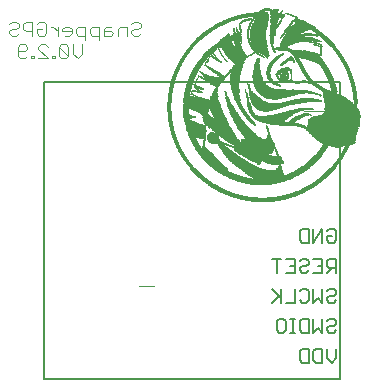
<source format=gbr>
G04 EAGLE Gerber RS-274X export*
G75*
%MOMM*%
%FSLAX34Y34*%
%LPD*%
%INSilkscreen Bottom*%
%IPPOS*%
%AMOC8*
5,1,8,0,0,1.08239X$1,22.5*%
G01*
%ADD10C,0.101600*%
%ADD11R,1.308100X0.012700*%
%ADD12R,0.800100X0.012700*%
%ADD13R,1.206500X0.012700*%
%ADD14R,1.485900X0.012700*%
%ADD15R,1.739900X0.012700*%
%ADD16R,1.968500X0.012700*%
%ADD17R,2.159000X0.012700*%
%ADD18R,2.349500X0.012700*%
%ADD19R,2.501900X0.012700*%
%ADD20R,2.654300X0.012700*%
%ADD21R,2.806700X0.012700*%
%ADD22R,2.946400X0.012700*%
%ADD23R,3.086100X0.012700*%
%ADD24R,3.213100X0.012700*%
%ADD25R,3.340100X0.012700*%
%ADD26R,3.441700X0.012700*%
%ADD27R,3.568700X0.012700*%
%ADD28R,3.670300X0.012700*%
%ADD29R,3.771900X0.012700*%
%ADD30R,3.886200X0.012700*%
%ADD31R,3.975100X0.012700*%
%ADD32R,4.076700X0.012700*%
%ADD33R,4.178300X0.012700*%
%ADD34R,4.279900X0.012700*%
%ADD35R,4.356100X0.012700*%
%ADD36R,4.457700X0.012700*%
%ADD37R,1.854200X0.012700*%
%ADD38R,1.866900X0.012700*%
%ADD39R,1.714500X0.012700*%
%ADD40R,1.612900X0.012700*%
%ADD41R,1.524000X0.012700*%
%ADD42R,1.473200X0.012700*%
%ADD43R,1.460500X0.012700*%
%ADD44R,1.409700X0.012700*%
%ADD45R,1.358900X0.012700*%
%ADD46R,1.320800X0.012700*%
%ADD47R,1.282700X0.012700*%
%ADD48R,1.270000X0.012700*%
%ADD49R,1.244600X0.012700*%
%ADD50R,1.219200X0.012700*%
%ADD51R,1.181100X0.012700*%
%ADD52R,1.155700X0.012700*%
%ADD53R,1.130300X0.012700*%
%ADD54R,1.117600X0.012700*%
%ADD55R,1.104900X0.012700*%
%ADD56R,1.079500X0.012700*%
%ADD57R,1.092200X0.012700*%
%ADD58R,1.066800X0.012700*%
%ADD59R,1.054100X0.012700*%
%ADD60R,1.041400X0.012700*%
%ADD61R,1.028700X0.012700*%
%ADD62R,1.016000X0.012700*%
%ADD63R,1.003300X0.012700*%
%ADD64R,0.990600X0.012700*%
%ADD65R,0.977900X0.012700*%
%ADD66R,0.965200X0.012700*%
%ADD67R,0.952500X0.012700*%
%ADD68R,0.939800X0.012700*%
%ADD69R,0.927100X0.012700*%
%ADD70R,0.914400X0.012700*%
%ADD71R,0.901700X0.012700*%
%ADD72R,0.889000X0.012700*%
%ADD73R,0.876300X0.012700*%
%ADD74R,0.863600X0.012700*%
%ADD75R,0.850900X0.012700*%
%ADD76R,0.838200X0.012700*%
%ADD77R,0.825500X0.012700*%
%ADD78R,0.812800X0.012700*%
%ADD79R,0.787400X0.012700*%
%ADD80R,0.774700X0.012700*%
%ADD81R,0.762000X0.012700*%
%ADD82R,0.749300X0.012700*%
%ADD83R,0.736600X0.012700*%
%ADD84R,0.723900X0.012700*%
%ADD85R,0.711200X0.012700*%
%ADD86R,0.698500X0.012700*%
%ADD87R,0.685800X0.012700*%
%ADD88R,0.673100X0.012700*%
%ADD89R,0.660400X0.012700*%
%ADD90R,0.647700X0.012700*%
%ADD91R,0.635000X0.012700*%
%ADD92R,0.622300X0.012700*%
%ADD93R,0.609600X0.012700*%
%ADD94R,0.596900X0.012700*%
%ADD95R,0.584200X0.012700*%
%ADD96R,0.571500X0.012700*%
%ADD97R,1.384300X0.012700*%
%ADD98R,0.558800X0.012700*%
%ADD99R,1.816100X0.012700*%
%ADD100R,1.993900X0.012700*%
%ADD101R,2.298700X0.012700*%
%ADD102R,2.438400X0.012700*%
%ADD103R,0.546100X0.012700*%
%ADD104R,2.565400X0.012700*%
%ADD105R,2.692400X0.012700*%
%ADD106R,2.921000X0.012700*%
%ADD107R,3.035300X0.012700*%
%ADD108R,3.136900X0.012700*%
%ADD109R,0.533400X0.012700*%
%ADD110R,3.238500X0.012700*%
%ADD111R,3.517900X0.012700*%
%ADD112R,3.619500X0.012700*%
%ADD113R,3.708400X0.012700*%
%ADD114R,3.797300X0.012700*%
%ADD115R,0.520700X0.012700*%
%ADD116R,3.873500X0.012700*%
%ADD117R,3.949700X0.012700*%
%ADD118R,4.038600X0.012700*%
%ADD119R,4.114800X0.012700*%
%ADD120R,4.191000X0.012700*%
%ADD121R,4.267200X0.012700*%
%ADD122R,4.343400X0.012700*%
%ADD123R,4.419600X0.012700*%
%ADD124R,0.508000X0.012700*%
%ADD125R,4.483100X0.012700*%
%ADD126R,4.546600X0.012700*%
%ADD127R,4.622800X0.012700*%
%ADD128R,4.686300X0.012700*%
%ADD129R,4.749800X0.012700*%
%ADD130R,0.495300X0.012700*%
%ADD131R,4.826000X0.012700*%
%ADD132R,4.876800X0.012700*%
%ADD133R,2.984500X0.012700*%
%ADD134R,3.009900X0.012700*%
%ADD135R,1.778000X0.012700*%
%ADD136R,3.098800X0.012700*%
%ADD137R,1.752600X0.012700*%
%ADD138R,3.149600X0.012700*%
%ADD139R,1.727200X0.012700*%
%ADD140R,3.187700X0.012700*%
%ADD141R,1.701800X0.012700*%
%ADD142R,3.251200X0.012700*%
%ADD143R,1.574800X0.012700*%
%ADD144R,3.289300X0.012700*%
%ADD145R,1.536700X0.012700*%
%ADD146R,1.511300X0.012700*%
%ADD147R,3.378200X0.012700*%
%ADD148R,0.482600X0.012700*%
%ADD149R,1.447800X0.012700*%
%ADD150R,3.479800X0.012700*%
%ADD151R,1.435100X0.012700*%
%ADD152R,3.530600X0.012700*%
%ADD153R,1.397000X0.012700*%
%ADD154R,1.371600X0.012700*%
%ADD155R,1.346200X0.012700*%
%ADD156R,3.721100X0.012700*%
%ADD157R,3.810000X0.012700*%
%ADD158R,0.469900X0.012700*%
%ADD159R,3.860800X0.012700*%
%ADD160R,3.911600X0.012700*%
%ADD161R,1.231900X0.012700*%
%ADD162R,4.000500X0.012700*%
%ADD163R,0.012700X0.012700*%
%ADD164R,1.193800X0.012700*%
%ADD165R,1.143000X0.012700*%
%ADD166R,2.933700X0.012700*%
%ADD167R,0.457200X0.012700*%
%ADD168R,2.959100X0.012700*%
%ADD169R,1.168400X0.012700*%
%ADD170R,2.971800X0.012700*%
%ADD171R,3.048000X0.012700*%
%ADD172R,3.073400X0.012700*%
%ADD173R,3.111500X0.012700*%
%ADD174R,3.124200X0.012700*%
%ADD175R,0.444500X0.012700*%
%ADD176R,3.162300X0.012700*%
%ADD177R,3.175000X0.012700*%
%ADD178R,3.200400X0.012700*%
%ADD179R,3.225800X0.012700*%
%ADD180R,3.263900X0.012700*%
%ADD181R,0.431800X0.012700*%
%ADD182R,3.302000X0.012700*%
%ADD183R,3.314700X0.012700*%
%ADD184R,3.327400X0.012700*%
%ADD185R,2.387600X0.012700*%
%ADD186R,2.209800X0.012700*%
%ADD187R,2.146300X0.012700*%
%ADD188R,2.095500X0.012700*%
%ADD189R,2.057400X0.012700*%
%ADD190R,2.019300X0.012700*%
%ADD191R,1.981200X0.012700*%
%ADD192R,0.419100X0.012700*%
%ADD193R,1.930400X0.012700*%
%ADD194R,1.905000X0.012700*%
%ADD195R,1.892300X0.012700*%
%ADD196R,1.841500X0.012700*%
%ADD197R,1.828800X0.012700*%
%ADD198R,1.803400X0.012700*%
%ADD199R,0.393700X0.012700*%
%ADD200R,1.790700X0.012700*%
%ADD201R,0.381000X0.012700*%
%ADD202R,1.765300X0.012700*%
%ADD203R,0.355600X0.012700*%
%ADD204R,0.342900X0.012700*%
%ADD205R,0.330200X0.012700*%
%ADD206R,0.406400X0.012700*%
%ADD207R,1.689100X0.012700*%
%ADD208R,0.304800X0.012700*%
%ADD209R,1.676400X0.012700*%
%ADD210R,0.292100X0.012700*%
%ADD211R,1.663700X0.012700*%
%ADD212R,1.651000X0.012700*%
%ADD213R,0.279400X0.012700*%
%ADD214R,1.638300X0.012700*%
%ADD215R,0.266700X0.012700*%
%ADD216R,1.625600X0.012700*%
%ADD217R,0.254000X0.012700*%
%ADD218R,1.600200X0.012700*%
%ADD219R,0.241300X0.012700*%
%ADD220R,1.587500X0.012700*%
%ADD221R,0.228600X0.012700*%
%ADD222R,1.562100X0.012700*%
%ADD223R,1.549400X0.012700*%
%ADD224R,0.177800X0.012700*%
%ADD225R,0.025400X0.012700*%
%ADD226R,0.165100X0.012700*%
%ADD227R,0.152400X0.012700*%
%ADD228R,0.038100X0.012700*%
%ADD229R,0.088900X0.012700*%
%ADD230R,0.114300X0.012700*%
%ADD231R,0.127000X0.012700*%
%ADD232R,1.498600X0.012700*%
%ADD233R,0.050800X0.012700*%
%ADD234R,0.076200X0.012700*%
%ADD235R,1.333500X0.012700*%
%ADD236R,1.422400X0.012700*%
%ADD237R,1.295400X0.012700*%
%ADD238R,2.717800X0.012700*%
%ADD239R,2.743200X0.012700*%
%ADD240R,2.755900X0.012700*%
%ADD241R,2.768600X0.012700*%
%ADD242R,2.781300X0.012700*%
%ADD243R,1.257300X0.012700*%
%ADD244R,2.819400X0.012700*%
%ADD245R,0.368300X0.012700*%
%ADD246R,2.844800X0.012700*%
%ADD247R,2.857500X0.012700*%
%ADD248R,2.870200X0.012700*%
%ADD249R,2.882900X0.012700*%
%ADD250R,2.908300X0.012700*%
%ADD251R,2.997200X0.012700*%
%ADD252R,3.022600X0.012700*%
%ADD253R,3.060700X0.012700*%
%ADD254R,2.552700X0.012700*%
%ADD255R,2.476500X0.012700*%
%ADD256R,2.425700X0.012700*%
%ADD257R,2.362200X0.012700*%
%ADD258R,2.286000X0.012700*%
%ADD259R,2.235200X0.012700*%
%ADD260R,2.197100X0.012700*%
%ADD261R,2.171700X0.012700*%
%ADD262R,2.133600X0.012700*%
%ADD263R,2.616200X0.012700*%
%ADD264R,2.679700X0.012700*%
%ADD265R,2.730500X0.012700*%
%ADD266R,3.276600X0.012700*%
%ADD267R,3.352800X0.012700*%
%ADD268R,3.365500X0.012700*%
%ADD269R,3.390900X0.012700*%
%ADD270R,3.403600X0.012700*%
%ADD271R,3.416300X0.012700*%
%ADD272R,3.556000X0.012700*%
%ADD273R,3.543300X0.012700*%
%ADD274R,3.594100X0.012700*%
%ADD275R,3.632200X0.012700*%
%ADD276R,0.317500X0.012700*%
%ADD277R,3.657600X0.012700*%
%ADD278R,3.683000X0.012700*%
%ADD279R,3.746500X0.012700*%
%ADD280R,0.215900X0.012700*%
%ADD281R,3.467100X0.012700*%
%ADD282R,0.203200X0.012700*%
%ADD283R,3.454400X0.012700*%
%ADD284R,3.429000X0.012700*%
%ADD285R,3.492500X0.012700*%
%ADD286R,2.451100X0.012700*%
%ADD287R,3.505200X0.012700*%
%ADD288R,2.514600X0.012700*%
%ADD289R,2.527300X0.012700*%
%ADD290R,3.581400X0.012700*%
%ADD291R,3.606800X0.012700*%
%ADD292R,2.578100X0.012700*%
%ADD293R,2.603500X0.012700*%
%ADD294R,3.644900X0.012700*%
%ADD295R,0.190500X0.012700*%
%ADD296R,0.063500X0.012700*%
%ADD297R,2.641600X0.012700*%
%ADD298R,2.794000X0.012700*%
%ADD299R,2.832100X0.012700*%
%ADD300R,2.895600X0.012700*%
%ADD301R,2.667000X0.012700*%
%ADD302R,2.184400X0.012700*%
%ADD303R,3.695700X0.012700*%
%ADD304R,3.733800X0.012700*%
%ADD305R,3.784600X0.012700*%
%ADD306R,3.822700X0.012700*%
%ADD307R,3.835400X0.012700*%
%ADD308R,0.139700X0.012700*%
%ADD309R,3.898900X0.012700*%
%ADD310R,3.962400X0.012700*%
%ADD311R,3.987800X0.012700*%
%ADD312R,4.013200X0.012700*%
%ADD313R,0.101600X0.012700*%
%ADD314R,4.051300X0.012700*%
%ADD315R,4.064000X0.012700*%
%ADD316R,4.089400X0.012700*%
%ADD317R,4.102100X0.012700*%
%ADD318R,4.127500X0.012700*%
%ADD319R,4.152900X0.012700*%
%ADD320R,4.165600X0.012700*%
%ADD321R,4.203700X0.012700*%
%ADD322R,4.229100X0.012700*%
%ADD323R,4.241800X0.012700*%
%ADD324R,4.305300X0.012700*%
%ADD325R,4.330700X0.012700*%
%ADD326R,4.381500X0.012700*%
%ADD327R,4.406900X0.012700*%
%ADD328R,4.432300X0.012700*%
%ADD329R,4.470400X0.012700*%
%ADD330R,4.508500X0.012700*%
%ADD331R,4.533900X0.012700*%
%ADD332R,4.559300X0.012700*%
%ADD333R,4.254500X0.012700*%
%ADD334R,4.292600X0.012700*%
%ADD335R,4.318000X0.012700*%
%ADD336R,1.879600X0.012700*%
%ADD337R,1.917700X0.012700*%
%ADD338R,1.943100X0.012700*%
%ADD339R,2.082800X0.012700*%
%ADD340R,4.368800X0.012700*%
%ADD341R,2.070100X0.012700*%
%ADD342R,2.463800X0.012700*%
%ADD343R,2.044700X0.012700*%
%ADD344R,2.540000X0.012700*%
%ADD345R,4.394200X0.012700*%
%ADD346R,2.032000X0.012700*%
%ADD347R,2.006600X0.012700*%
%ADD348R,2.413000X0.012700*%
%ADD349R,2.120900X0.012700*%
%ADD350R,2.247900X0.012700*%
%ADD351R,2.336800X0.012700*%
%ADD352R,2.374900X0.012700*%
%ADD353R,2.489200X0.012700*%
%ADD354R,4.216400X0.012700*%
%ADD355R,4.140200X0.012700*%
%ADD356R,4.025900X0.012700*%
%ADD357R,3.937000X0.012700*%
%ADD358R,2.273300X0.012700*%
%ADD359R,2.311400X0.012700*%
%ADD360R,2.400300X0.012700*%
%ADD361R,2.324100X0.012700*%
%ADD362R,2.260600X0.012700*%
%ADD363R,2.222500X0.012700*%
%ADD364R,2.590800X0.012700*%
%ADD365R,2.108200X0.012700*%
%ADD366R,2.628900X0.012700*%
%ADD367R,4.762500X0.012700*%
%ADD368R,4.737100X0.012700*%
%ADD369R,4.711700X0.012700*%
%ADD370R,4.673600X0.012700*%
%ADD371R,4.648200X0.012700*%
%ADD372R,4.597400X0.012700*%
%ADD373R,4.521200X0.012700*%
%ADD374R,4.495800X0.012700*%
%ADD375R,4.445000X0.012700*%
%ADD376R,2.705100X0.012700*%
%ADD377C,0.127000*%
%ADD378C,0.150000*%


D10*
X114840Y302190D02*
X116789Y304139D01*
X120687Y304139D01*
X122636Y302190D01*
X122636Y300241D01*
X120687Y298292D01*
X116789Y298292D01*
X114840Y296343D01*
X114840Y294394D01*
X116789Y292445D01*
X120687Y292445D01*
X122636Y294394D01*
X110942Y292445D02*
X110942Y300241D01*
X105095Y300241D01*
X103146Y298292D01*
X103146Y292445D01*
X97299Y300241D02*
X93401Y300241D01*
X91452Y298292D01*
X91452Y292445D01*
X97299Y292445D01*
X99248Y294394D01*
X97299Y296343D01*
X91452Y296343D01*
X87554Y300241D02*
X87554Y288547D01*
X87554Y300241D02*
X81707Y300241D01*
X79758Y298292D01*
X79758Y294394D01*
X81707Y292445D01*
X87554Y292445D01*
X75860Y288547D02*
X75860Y300241D01*
X70013Y300241D01*
X68064Y298292D01*
X68064Y294394D01*
X70013Y292445D01*
X75860Y292445D01*
X62217Y292445D02*
X58319Y292445D01*
X62217Y292445D02*
X64166Y294394D01*
X64166Y298292D01*
X62217Y300241D01*
X58319Y300241D01*
X56370Y298292D01*
X56370Y296343D01*
X64166Y296343D01*
X52472Y292445D02*
X52472Y300241D01*
X52472Y296343D02*
X48574Y300241D01*
X46625Y300241D01*
X36880Y304139D02*
X34931Y302190D01*
X36880Y304139D02*
X40778Y304139D01*
X42727Y302190D01*
X42727Y294394D01*
X40778Y292445D01*
X36880Y292445D01*
X34931Y294394D01*
X34931Y298292D01*
X38829Y298292D01*
X31033Y292445D02*
X31033Y304139D01*
X25186Y304139D01*
X23237Y302190D01*
X23237Y298292D01*
X25186Y296343D01*
X31033Y296343D01*
X13492Y304139D02*
X11543Y302190D01*
X13492Y304139D02*
X17390Y304139D01*
X19339Y302190D01*
X19339Y300241D01*
X17390Y298292D01*
X13492Y298292D01*
X11543Y296343D01*
X11543Y294394D01*
X13492Y292445D01*
X17390Y292445D01*
X19339Y294394D01*
X73136Y285089D02*
X73136Y277293D01*
X69238Y273395D01*
X65340Y277293D01*
X65340Y285089D01*
X61442Y283140D02*
X61442Y275344D01*
X61442Y283140D02*
X59493Y285089D01*
X55595Y285089D01*
X53646Y283140D01*
X53646Y275344D01*
X55595Y273395D01*
X59493Y273395D01*
X61442Y275344D01*
X53646Y283140D01*
X49748Y275344D02*
X49748Y273395D01*
X49748Y275344D02*
X47799Y275344D01*
X47799Y273395D01*
X49748Y273395D01*
X43901Y273395D02*
X36105Y273395D01*
X43901Y273395D02*
X36105Y281191D01*
X36105Y283140D01*
X38054Y285089D01*
X41952Y285089D01*
X43901Y283140D01*
X32207Y275344D02*
X32207Y273395D01*
X32207Y275344D02*
X30258Y275344D01*
X30258Y273395D01*
X32207Y273395D01*
X26360Y275344D02*
X24411Y273395D01*
X20513Y273395D01*
X18564Y275344D01*
X18564Y283140D01*
X20513Y285089D01*
X24411Y285089D01*
X26360Y283140D01*
X26360Y281191D01*
X24411Y279242D01*
X18564Y279242D01*
D11*
X127938Y79654D03*
D12*
X225940Y151517D03*
D13*
X225940Y151644D03*
D14*
X225940Y151771D03*
D15*
X225940Y151898D03*
D16*
X225940Y152025D03*
D17*
X226004Y152152D03*
D18*
X225940Y152279D03*
D19*
X225940Y152406D03*
D20*
X225940Y152533D03*
D21*
X225940Y152660D03*
D22*
X226004Y152787D03*
D23*
X225940Y152914D03*
D24*
X225940Y153041D03*
D25*
X225940Y153168D03*
D26*
X225940Y153295D03*
D27*
X225940Y153422D03*
D28*
X225940Y153549D03*
D29*
X225940Y153676D03*
D30*
X226004Y153803D03*
D31*
X225940Y153930D03*
D32*
X225940Y154057D03*
D33*
X225940Y154184D03*
D34*
X225940Y154311D03*
D35*
X225940Y154438D03*
D36*
X225940Y154565D03*
D37*
X239339Y154692D03*
D38*
X212605Y154692D03*
D39*
X240545Y154819D03*
X211335Y154819D03*
D40*
X241434Y154946D03*
X210446Y154946D03*
D41*
X242260Y155073D03*
X209621Y155073D03*
D42*
X243022Y155200D03*
D43*
X208922Y155200D03*
D44*
X243720Y155327D03*
X208287Y155327D03*
D45*
X244355Y155454D03*
X207652Y155454D03*
D46*
X244927Y155581D03*
X206954Y155581D03*
D47*
X245498Y155708D03*
D48*
X206446Y155708D03*
D49*
X246070Y155835D03*
X205938Y155835D03*
D50*
X246578Y155962D03*
D13*
X205366Y155962D03*
D51*
X247022Y156089D03*
X204858Y156089D03*
D52*
X247530Y156216D03*
X204350Y156216D03*
D53*
X248038Y156343D03*
X203969Y156343D03*
D54*
X248483Y156470D03*
D55*
X203461Y156470D03*
D56*
X248927Y156597D03*
D57*
X203017Y156597D03*
D58*
X249372Y156724D03*
X202509Y156724D03*
D59*
X249816Y156851D03*
D60*
X202128Y156851D03*
D61*
X250197Y156978D03*
X201683Y156978D03*
D62*
X250642Y157105D03*
D63*
X201302Y157105D03*
D64*
X251023Y157232D03*
D63*
X200921Y157232D03*
D64*
X251404Y157359D03*
D65*
X200540Y157359D03*
D66*
X251785Y157486D03*
X200096Y157486D03*
D67*
X252229Y157613D03*
X199778Y157613D03*
D68*
X252547Y157740D03*
X199334Y157740D03*
D69*
X252864Y157867D03*
X199016Y157867D03*
D70*
X253309Y157994D03*
X198699Y157994D03*
D71*
X253626Y158121D03*
D70*
X198318Y158121D03*
D72*
X253944Y158248D03*
X197937Y158248D03*
D73*
X254261Y158375D03*
X197619Y158375D03*
X254642Y158502D03*
D74*
X197302Y158502D03*
X254960Y158629D03*
D75*
X196984Y158629D03*
X255277Y158756D03*
X196603Y158756D03*
D76*
X255595Y158883D03*
X196286Y158883D03*
X255976Y159010D03*
X196032Y159010D03*
D77*
X256293Y159137D03*
X195714Y159137D03*
D78*
X256611Y159264D03*
X195397Y159264D03*
X256865Y159391D03*
D12*
X195079Y159391D03*
X257182Y159518D03*
X194825Y159518D03*
D79*
X257500Y159645D03*
D12*
X194444Y159645D03*
D79*
X257754Y159772D03*
X194127Y159772D03*
D80*
X258071Y159899D03*
D79*
X193873Y159899D03*
D80*
X258325Y160026D03*
X193555Y160026D03*
D81*
X258643Y160153D03*
D80*
X193301Y160153D03*
D81*
X258897Y160280D03*
X192984Y160280D03*
D82*
X259214Y160407D03*
D81*
X192730Y160407D03*
D82*
X259468Y160534D03*
D83*
X192476Y160534D03*
X259786Y160661D03*
X192222Y160661D03*
X260040Y160788D03*
X191968Y160788D03*
D84*
X260230Y160915D03*
X191650Y160915D03*
D85*
X260548Y161042D03*
D84*
X191396Y161042D03*
D85*
X260802Y161169D03*
D84*
X191142Y161169D03*
D85*
X261056Y161296D03*
X190825Y161296D03*
X261310Y161423D03*
X190571Y161423D03*
D86*
X261627Y161550D03*
X190380Y161550D03*
X261881Y161677D03*
X190126Y161677D03*
D87*
X262072Y161804D03*
D86*
X189872Y161804D03*
D87*
X262326Y161931D03*
X189555Y161931D03*
X262580Y162058D03*
D88*
X189364Y162058D03*
D87*
X262834Y162185D03*
D88*
X189110Y162185D03*
X263024Y162312D03*
X188856Y162312D03*
X263278Y162439D03*
X188602Y162439D03*
X263532Y162566D03*
D89*
X188412Y162566D03*
X263723Y162693D03*
X188158Y162693D03*
D90*
X264040Y162820D03*
D89*
X187904Y162820D03*
X264231Y162947D03*
D90*
X187713Y162947D03*
X264421Y163074D03*
X187459Y163074D03*
X264675Y163201D03*
X187205Y163201D03*
X264929Y163328D03*
D91*
X187015Y163328D03*
X265120Y163455D03*
X186761Y163455D03*
X265374Y163582D03*
D90*
X186570Y163582D03*
D91*
X265628Y163709D03*
X186380Y163709D03*
D92*
X265818Y163836D03*
D91*
X186126Y163836D03*
D92*
X266072Y163963D03*
X185935Y163963D03*
X266199Y164090D03*
X185681Y164090D03*
X266453Y164217D03*
X185427Y164217D03*
D93*
X266644Y164344D03*
X185237Y164344D03*
X266898Y164471D03*
D92*
X185046Y164471D03*
D94*
X267088Y164598D03*
D93*
X184856Y164598D03*
X267279Y164725D03*
X184602Y164725D03*
X267533Y164852D03*
D94*
X184411Y164852D03*
X267723Y164979D03*
D93*
X184221Y164979D03*
D94*
X267977Y165106D03*
X184030Y165106D03*
X268104Y165233D03*
X183776Y165233D03*
X268358Y165360D03*
X183649Y165360D03*
D95*
X268549Y165487D03*
D94*
X183395Y165487D03*
D95*
X268676Y165614D03*
X183205Y165614D03*
X268930Y165741D03*
D94*
X183014Y165741D03*
D96*
X269120Y165868D03*
D95*
X182824Y165868D03*
X269311Y165995D03*
D79*
X224734Y165995D03*
D96*
X182633Y165995D03*
X269501Y166122D03*
D53*
X224670Y166122D03*
D95*
X182443Y166122D03*
D96*
X269755Y166249D03*
D97*
X224670Y166249D03*
D96*
X182252Y166249D03*
X269882Y166376D03*
D40*
X224670Y166376D03*
D96*
X181998Y166376D03*
D98*
X270073Y166503D03*
D99*
X224670Y166503D03*
D96*
X181871Y166503D03*
X270263Y166630D03*
D100*
X224670Y166630D03*
D96*
X181617Y166630D03*
D98*
X270454Y166757D03*
D17*
X224607Y166757D03*
D96*
X181490Y166757D03*
X270644Y166884D03*
D101*
X224670Y166884D03*
D98*
X181300Y166884D03*
X270835Y167011D03*
D102*
X224607Y167011D03*
D96*
X181109Y167011D03*
D103*
X271025Y167138D03*
D104*
X224607Y167138D03*
D98*
X180919Y167138D03*
X271216Y167265D03*
D105*
X224607Y167265D03*
D103*
X180728Y167265D03*
X271406Y167392D03*
D21*
X224670Y167392D03*
D98*
X180538Y167392D03*
D103*
X271533Y167519D03*
D106*
X224607Y167519D03*
D103*
X180347Y167519D03*
X271787Y167646D03*
D107*
X224670Y167646D03*
D103*
X180220Y167646D03*
X271914Y167773D03*
D108*
X224670Y167773D03*
D103*
X179966Y167773D03*
D109*
X272105Y167900D03*
D110*
X224670Y167900D03*
D103*
X179839Y167900D03*
X272295Y168027D03*
D25*
X224670Y168027D03*
D109*
X179649Y168027D03*
X272486Y168154D03*
D26*
X224670Y168154D03*
D103*
X179458Y168154D03*
D109*
X272613Y168281D03*
D111*
X224670Y168281D03*
D103*
X179331Y168281D03*
X272803Y168408D03*
D112*
X224670Y168408D03*
D109*
X179141Y168408D03*
X272994Y168535D03*
D113*
X224607Y168535D03*
D109*
X179014Y168535D03*
X273121Y168662D03*
D114*
X224670Y168662D03*
D109*
X178760Y168662D03*
D115*
X273311Y168789D03*
D116*
X224670Y168789D03*
D109*
X178633Y168789D03*
X273502Y168916D03*
D117*
X224670Y168916D03*
D115*
X178442Y168916D03*
X273692Y169043D03*
D118*
X224607Y169043D03*
D109*
X178252Y169043D03*
D115*
X273819Y169170D03*
D119*
X224607Y169170D03*
D109*
X178125Y169170D03*
D115*
X273946Y169297D03*
D120*
X224607Y169297D03*
D115*
X177934Y169297D03*
X274200Y169424D03*
D121*
X224607Y169424D03*
D115*
X177807Y169424D03*
X274327Y169551D03*
D122*
X224607Y169551D03*
D115*
X177553Y169551D03*
X274454Y169678D03*
D123*
X224607Y169678D03*
D115*
X177426Y169678D03*
D124*
X274645Y169805D03*
D125*
X224670Y169805D03*
D115*
X177299Y169805D03*
X274835Y169932D03*
D126*
X224607Y169932D03*
D124*
X177109Y169932D03*
D115*
X274962Y170059D03*
D127*
X224607Y170059D03*
D124*
X176982Y170059D03*
X275153Y170186D03*
D128*
X224670Y170186D03*
D115*
X176791Y170186D03*
D124*
X275280Y170313D03*
D129*
X224607Y170313D03*
D124*
X176601Y170313D03*
D130*
X275470Y170440D03*
D131*
X224607Y170440D03*
D124*
X176474Y170440D03*
X275661Y170567D03*
D132*
X224607Y170567D03*
D124*
X176347Y170567D03*
X275788Y170694D03*
D133*
X234449Y170694D03*
D38*
X209176Y170694D03*
D130*
X176156Y170694D03*
D124*
X275915Y170821D03*
D134*
X234576Y170821D03*
D135*
X208478Y170821D03*
D130*
X176029Y170821D03*
X276105Y170948D03*
D136*
X234513Y170948D03*
D137*
X208097Y170948D03*
D124*
X175839Y170948D03*
D130*
X276232Y171075D03*
D138*
X234513Y171075D03*
D139*
X207589Y171075D03*
D124*
X175712Y171075D03*
D130*
X276359Y171202D03*
D140*
X234576Y171202D03*
D141*
X207208Y171202D03*
D130*
X175521Y171202D03*
X276613Y171329D03*
D142*
X234640Y171329D03*
D143*
X206192Y171329D03*
D130*
X175394Y171329D03*
X276740Y171456D03*
D144*
X234703Y171456D03*
D145*
X205747Y171456D03*
D130*
X175267Y171456D03*
X276867Y171583D03*
D25*
X234703Y171583D03*
D146*
X205366Y171583D03*
D130*
X175140Y171583D03*
X276994Y171710D03*
D147*
X234767Y171710D03*
D42*
X204922Y171710D03*
D148*
X174950Y171710D03*
X277185Y171837D03*
D26*
X234830Y171837D03*
D149*
X204541Y171837D03*
D130*
X174759Y171837D03*
D148*
X277312Y171964D03*
D150*
X234894Y171964D03*
D151*
X204096Y171964D03*
D130*
X174632Y171964D03*
D148*
X277439Y172091D03*
D152*
X234894Y172091D03*
D44*
X203715Y172091D03*
D130*
X174505Y172091D03*
D148*
X277566Y172218D03*
D27*
X234957Y172218D03*
D153*
X203398Y172218D03*
D148*
X174315Y172218D03*
D130*
X277756Y172345D03*
D112*
X234957Y172345D03*
D154*
X203017Y172345D03*
D148*
X174188Y172345D03*
X277947Y172472D03*
D28*
X234957Y172472D03*
D155*
X202636Y172472D03*
D148*
X174061Y172472D03*
X278074Y172599D03*
D156*
X234957Y172599D03*
D45*
X202445Y172599D03*
D148*
X173934Y172599D03*
X278201Y172726D03*
D29*
X234957Y172726D03*
D155*
X202128Y172726D03*
D148*
X173807Y172726D03*
X278328Y172853D03*
D157*
X235021Y172853D03*
D47*
X201556Y172853D03*
D158*
X173616Y172853D03*
D148*
X278455Y172980D03*
D159*
X235021Y172980D03*
D49*
X201112Y172980D03*
D158*
X173489Y172980D03*
X278645Y173107D03*
D160*
X235021Y173107D03*
D161*
X200794Y173107D03*
D148*
X173299Y173107D03*
D158*
X278772Y173234D03*
D117*
X235084Y173234D03*
D161*
X200540Y173234D03*
D148*
X173172Y173234D03*
D158*
X278899Y173361D03*
D162*
X235084Y173361D03*
D163*
X206382Y173361D03*
D13*
X200159Y173361D03*
D148*
X173045Y173361D03*
D158*
X279026Y173488D03*
D118*
X235148Y173488D03*
D164*
X199842Y173488D03*
D148*
X172918Y173488D03*
D158*
X279153Y173615D03*
D165*
X249880Y173615D03*
D106*
X229306Y173615D03*
D164*
X199588Y173615D03*
D158*
X172727Y173615D03*
X279280Y173742D03*
D165*
X250134Y173742D03*
D166*
X229242Y173742D03*
D51*
X199397Y173742D03*
D158*
X172600Y173742D03*
D167*
X279471Y173869D03*
D53*
X250451Y173869D03*
D168*
X229115Y173869D03*
D169*
X199080Y173869D03*
D158*
X172473Y173869D03*
D167*
X279598Y173996D03*
D55*
X250705Y173996D03*
D170*
X228925Y173996D03*
D52*
X198762Y173996D03*
D158*
X172346Y173996D03*
D167*
X279725Y174123D03*
D58*
X251150Y174123D03*
D133*
X228861Y174123D03*
D53*
X198381Y174123D03*
D158*
X172219Y174123D03*
D167*
X279852Y174250D03*
D56*
X251340Y174250D03*
D134*
X228734Y174250D03*
D54*
X198064Y174250D03*
D158*
X172092Y174250D03*
D167*
X279979Y174377D03*
D58*
X251658Y174377D03*
D134*
X228607Y174377D03*
D55*
X197746Y174377D03*
D167*
X171902Y174377D03*
X280106Y174504D03*
D58*
X251912Y174504D03*
D107*
X228480Y174504D03*
D56*
X197492Y174504D03*
D167*
X171775Y174504D03*
D158*
X280296Y174631D03*
D60*
X252166Y174631D03*
D171*
X228417Y174631D03*
D56*
X197238Y174631D03*
D167*
X171648Y174631D03*
D158*
X280423Y174758D03*
D61*
X252483Y174758D03*
D171*
X228290Y174758D03*
D58*
X196921Y174758D03*
D167*
X171521Y174758D03*
D158*
X280550Y174885D03*
D61*
X252737Y174885D03*
D172*
X228163Y174885D03*
D58*
X196667Y174885D03*
D167*
X171394Y174885D03*
D158*
X280677Y175012D03*
D62*
X253055Y175012D03*
D23*
X228099Y175012D03*
D58*
X196540Y175012D03*
D167*
X171267Y175012D03*
X280868Y175139D03*
D63*
X253245Y175139D03*
D173*
X227972Y175139D03*
D58*
X196286Y175139D03*
D167*
X171140Y175139D03*
X280995Y175266D03*
D63*
X253499Y175266D03*
D173*
X227845Y175266D03*
D58*
X196032Y175266D03*
D167*
X171013Y175266D03*
X281122Y175393D03*
D64*
X253817Y175393D03*
D174*
X227782Y175393D03*
D59*
X195841Y175393D03*
D167*
X170886Y175393D03*
D175*
X281185Y175520D03*
D65*
X254007Y175520D03*
D108*
X227718Y175520D03*
D59*
X195587Y175520D03*
D167*
X170759Y175520D03*
D175*
X281312Y175647D03*
D65*
X254261Y175647D03*
D138*
X227528Y175647D03*
D60*
X195270Y175647D03*
D167*
X170632Y175647D03*
D175*
X281439Y175774D03*
D65*
X254515Y175774D03*
D176*
X227464Y175774D03*
D61*
X195079Y175774D03*
D167*
X170505Y175774D03*
D175*
X281566Y175901D03*
D67*
X254769Y175901D03*
D177*
X227401Y175901D03*
D63*
X194698Y175901D03*
D175*
X170314Y175901D03*
X281693Y176028D03*
D67*
X255023Y176028D03*
D178*
X227274Y176028D03*
D67*
X194317Y176028D03*
D175*
X170187Y176028D03*
X281820Y176155D03*
D67*
X255277Y176155D03*
D178*
X227147Y176155D03*
D67*
X194063Y176155D03*
D175*
X170060Y176155D03*
X281947Y176282D03*
D68*
X255468Y176282D03*
D24*
X227083Y176282D03*
D66*
X193873Y176282D03*
D175*
X169933Y176282D03*
X282074Y176409D03*
D68*
X255722Y176409D03*
D179*
X227020Y176409D03*
D67*
X193682Y176409D03*
D175*
X169806Y176409D03*
X282201Y176536D03*
D70*
X255976Y176536D03*
D110*
X226829Y176536D03*
D67*
X193428Y176536D03*
D175*
X169679Y176536D03*
X282328Y176663D03*
D70*
X256230Y176663D03*
D142*
X226766Y176663D03*
D66*
X193365Y176663D03*
D175*
X169552Y176663D03*
X282455Y176790D03*
D71*
X256420Y176790D03*
D180*
X226702Y176790D03*
D69*
X192920Y176790D03*
D175*
X169425Y176790D03*
X282582Y176917D03*
D71*
X256674Y176917D03*
D144*
X226575Y176917D03*
D70*
X192730Y176917D03*
D175*
X169298Y176917D03*
X282709Y177044D03*
D72*
X256865Y177044D03*
D144*
X226448Y177044D03*
D70*
X192476Y177044D03*
D181*
X169235Y177044D03*
D175*
X282836Y177171D03*
D72*
X257119Y177171D03*
D182*
X226385Y177171D03*
D70*
X192349Y177171D03*
D181*
X169108Y177171D03*
D175*
X282963Y177298D03*
D73*
X257309Y177298D03*
D183*
X226321Y177298D03*
D70*
X192095Y177298D03*
D181*
X168981Y177298D03*
D175*
X283090Y177425D03*
D72*
X257500Y177425D03*
D184*
X226258Y177425D03*
D71*
X191904Y177425D03*
D181*
X168854Y177425D03*
D175*
X283217Y177552D03*
D74*
X257754Y177552D03*
D25*
X226067Y177552D03*
D72*
X191587Y177552D03*
D181*
X168727Y177552D03*
D175*
X283344Y177679D03*
D74*
X258008Y177679D03*
D73*
X238386Y177679D03*
D185*
X221178Y177679D03*
D73*
X191396Y177679D03*
D181*
X168600Y177679D03*
X283408Y177806D03*
D75*
X258198Y177806D03*
D80*
X238894Y177806D03*
D186*
X220162Y177806D03*
D72*
X191206Y177806D03*
D181*
X168473Y177806D03*
X283535Y177933D03*
D74*
X258389Y177933D03*
D85*
X239212Y177933D03*
D187*
X219717Y177933D03*
D69*
X191269Y177933D03*
D181*
X168346Y177933D03*
X283662Y178060D03*
D75*
X258579Y178060D03*
D89*
X239339Y178060D03*
D188*
X219209Y178060D03*
D66*
X191206Y178060D03*
D181*
X168219Y178060D03*
X283789Y178187D03*
D76*
X258770Y178187D03*
D92*
X239529Y178187D03*
D189*
X218892Y178187D03*
D65*
X191142Y178187D03*
D181*
X168092Y178187D03*
X283916Y178314D03*
D75*
X258960Y178314D03*
D94*
X239656Y178314D03*
D190*
X218574Y178314D03*
D64*
X191079Y178314D03*
D181*
X167965Y178314D03*
X284043Y178441D03*
D76*
X259151Y178441D03*
D95*
X239720Y178441D03*
D191*
X218257Y178441D03*
D61*
X191015Y178441D03*
D181*
X167838Y178441D03*
X284170Y178568D03*
D77*
X259341Y178568D03*
D103*
X239783Y178568D03*
D16*
X217939Y178568D03*
D59*
X191015Y178568D03*
D192*
X167774Y178568D03*
D181*
X284297Y178695D03*
D77*
X259595Y178695D03*
D115*
X239910Y178695D03*
D193*
X217622Y178695D03*
D56*
X190888Y178695D03*
D192*
X167647Y178695D03*
D181*
X284424Y178822D03*
D78*
X259786Y178822D03*
D124*
X239974Y178822D03*
D194*
X217368Y178822D03*
D57*
X190825Y178822D03*
D192*
X167520Y178822D03*
X284487Y178949D03*
D77*
X259976Y178949D03*
D158*
X240037Y178949D03*
D195*
X217050Y178949D03*
D55*
X190761Y178949D03*
D181*
X167457Y178949D03*
D192*
X284614Y179076D03*
D78*
X260167Y179076D03*
D167*
X240101Y179076D03*
D38*
X216796Y179076D03*
D53*
X190634Y179076D03*
D181*
X167330Y179076D03*
D192*
X284741Y179203D03*
D78*
X260294Y179203D03*
D175*
X240164Y179203D03*
D196*
X216542Y179203D03*
D53*
X190507Y179203D03*
D181*
X167203Y179203D03*
D192*
X284868Y179330D03*
D78*
X260548Y179330D03*
D181*
X240228Y179330D03*
D197*
X216225Y179330D03*
D53*
X190380Y179330D03*
D181*
X167076Y179330D03*
D192*
X284995Y179457D03*
D12*
X260738Y179457D03*
D192*
X240291Y179457D03*
D198*
X215971Y179457D03*
D165*
X190190Y179457D03*
D181*
X166949Y179457D03*
X285059Y179584D03*
D12*
X260865Y179584D03*
D199*
X240291Y179584D03*
D200*
X215653Y179584D03*
D165*
X190063Y179584D03*
D192*
X166885Y179584D03*
D181*
X285186Y179711D03*
D79*
X261056Y179711D03*
D201*
X240355Y179711D03*
D202*
X215399Y179711D03*
D165*
X189936Y179711D03*
D192*
X166758Y179711D03*
D181*
X285313Y179838D03*
D79*
X261310Y179838D03*
D201*
X240355Y179838D03*
D137*
X215209Y179838D03*
D52*
X189745Y179838D03*
D192*
X166631Y179838D03*
X285376Y179965D03*
D79*
X261437Y179965D03*
D203*
X240355Y179965D03*
D15*
X214891Y179965D03*
D52*
X189618Y179965D03*
D192*
X166504Y179965D03*
X285503Y180092D03*
D80*
X261627Y180092D03*
D204*
X240418Y180092D03*
D139*
X214701Y180092D03*
D52*
X189491Y180092D03*
D192*
X166377Y180092D03*
X285630Y180219D03*
D80*
X261754Y180219D03*
D204*
X240418Y180219D03*
D39*
X214383Y180219D03*
D52*
X189364Y180219D03*
D192*
X166250Y180219D03*
X285757Y180346D03*
D80*
X262008Y180346D03*
D205*
X240482Y180346D03*
D141*
X214193Y180346D03*
D169*
X189174Y180346D03*
D206*
X166187Y180346D03*
D192*
X285884Y180473D03*
D80*
X262135Y180473D03*
D205*
X240482Y180473D03*
D207*
X213875Y180473D03*
D169*
X189047Y180473D03*
D192*
X166123Y180473D03*
X286011Y180600D03*
D81*
X262326Y180600D03*
D208*
X240482Y180600D03*
D209*
X213685Y180600D03*
D169*
X188920Y180600D03*
D192*
X165996Y180600D03*
D206*
X286075Y180727D03*
D81*
X262453Y180727D03*
D208*
X240482Y180727D03*
D209*
X213431Y180727D03*
D169*
X188793Y180727D03*
D192*
X165869Y180727D03*
X286138Y180854D03*
D82*
X262643Y180854D03*
D210*
X240545Y180854D03*
D211*
X213240Y180854D03*
D51*
X188602Y180854D03*
D192*
X165742Y180854D03*
X286265Y180981D03*
D81*
X262834Y180981D03*
D210*
X240545Y180981D03*
D212*
X213050Y180981D03*
D51*
X188475Y180981D03*
D192*
X165615Y180981D03*
X286392Y181108D03*
D82*
X263024Y181108D03*
D213*
X240482Y181108D03*
D214*
X212732Y181108D03*
D51*
X188348Y181108D03*
D206*
X165552Y181108D03*
D192*
X286519Y181235D03*
D83*
X263215Y181235D03*
D215*
X240545Y181235D03*
D216*
X212542Y181235D03*
D51*
X188221Y181235D03*
D206*
X165425Y181235D03*
X286583Y181362D03*
D84*
X263405Y181362D03*
D215*
X240545Y181362D03*
D216*
X212288Y181362D03*
D51*
X188094Y181362D03*
D206*
X165298Y181362D03*
X286710Y181489D03*
D84*
X263532Y181489D03*
D215*
X240545Y181489D03*
D40*
X212097Y181489D03*
D164*
X187904Y181489D03*
D206*
X165171Y181489D03*
X286837Y181616D03*
D83*
X263723Y181616D03*
D217*
X240482Y181616D03*
D40*
X211843Y181616D03*
D164*
X187777Y181616D03*
D192*
X165107Y181616D03*
X286900Y181743D03*
D83*
X263850Y181743D03*
D217*
X240482Y181743D03*
D218*
X211653Y181743D03*
D164*
X187650Y181743D03*
D206*
X165044Y181743D03*
D192*
X287027Y181870D03*
D83*
X263977Y181870D03*
D219*
X240545Y181870D03*
D220*
X211462Y181870D03*
D164*
X187523Y181870D03*
D206*
X164917Y181870D03*
X287091Y181997D03*
D84*
X264167Y181997D03*
D219*
X240545Y181997D03*
D220*
X211208Y181997D03*
D164*
X187396Y181997D03*
D206*
X164790Y181997D03*
X287218Y182124D03*
D84*
X264294Y182124D03*
D221*
X240482Y182124D03*
D143*
X211018Y182124D03*
D164*
X187269Y182124D03*
D206*
X164663Y182124D03*
X287345Y182251D03*
D85*
X264485Y182251D03*
D221*
X240482Y182251D03*
D222*
X210827Y182251D03*
D13*
X187078Y182251D03*
D206*
X164536Y182251D03*
X287472Y182378D03*
D85*
X264612Y182378D03*
D221*
X240482Y182378D03*
D222*
X210573Y182378D03*
D13*
X186951Y182378D03*
D199*
X164472Y182378D03*
D192*
X287535Y182505D03*
D85*
X264866Y182505D03*
D221*
X240482Y182505D03*
D223*
X210383Y182505D03*
D13*
X186824Y182505D03*
D206*
X164409Y182505D03*
X287599Y182632D03*
D85*
X264993Y182632D03*
D224*
X240609Y182632D03*
D225*
X239466Y182632D03*
D145*
X210192Y182632D03*
D13*
X186697Y182632D03*
D206*
X164282Y182632D03*
X287726Y182759D03*
D85*
X265120Y182759D03*
D226*
X240672Y182759D03*
D163*
X239529Y182759D03*
D145*
X209938Y182759D03*
D13*
X186570Y182759D03*
D206*
X164155Y182759D03*
X287853Y182886D03*
D86*
X265310Y182886D03*
D226*
X240672Y182886D03*
D215*
X237497Y182886D03*
D145*
X209811Y182886D03*
D13*
X186443Y182886D03*
D199*
X164091Y182886D03*
D206*
X287980Y183013D03*
D86*
X265437Y183013D03*
D227*
X240736Y183013D03*
D130*
X237370Y183013D03*
D228*
X222384Y183013D03*
D41*
X209621Y183013D03*
D13*
X186316Y183013D03*
D199*
X163964Y183013D03*
X288043Y183140D03*
D86*
X265564Y183140D03*
D84*
X237751Y183140D03*
D229*
X222638Y183140D03*
D146*
X209430Y183140D03*
D13*
X186189Y183140D03*
D199*
X163837Y183140D03*
D206*
X288107Y183267D03*
D87*
X265755Y183267D03*
D12*
X237370Y183267D03*
D230*
X222765Y183267D03*
D146*
X209176Y183267D03*
D13*
X186062Y183267D03*
D206*
X163774Y183267D03*
X288234Y183394D03*
D88*
X265945Y183394D03*
D74*
X237053Y183394D03*
D231*
X222956Y183394D03*
D232*
X208986Y183394D03*
D50*
X185872Y183394D03*
D206*
X163647Y183394D03*
X288361Y183521D03*
D87*
X266009Y183521D03*
D163*
X242958Y183521D03*
D70*
X236799Y183521D03*
D227*
X223083Y183521D03*
D14*
X208795Y183521D03*
D161*
X185808Y183521D03*
D199*
X163583Y183521D03*
X288424Y183648D03*
D87*
X266263Y183648D03*
D233*
X242895Y183648D03*
D64*
X236672Y183648D03*
D224*
X223083Y183648D03*
D14*
X208668Y183648D03*
D161*
X185681Y183648D03*
D199*
X163456Y183648D03*
X288551Y183775D03*
D87*
X266390Y183775D03*
D234*
X242895Y183775D03*
D58*
X236545Y183775D03*
D221*
X222956Y183775D03*
D14*
X208414Y183775D03*
D161*
X185554Y183775D03*
D199*
X163329Y183775D03*
D206*
X288615Y183902D03*
D87*
X266517Y183902D03*
D229*
X242831Y183902D03*
D54*
X236418Y183902D03*
D215*
X222892Y183902D03*
D42*
X208224Y183902D03*
D161*
X185427Y183902D03*
D206*
X163266Y183902D03*
X288742Y184029D03*
D87*
X266644Y184029D03*
D47*
X236862Y184029D03*
D210*
X222765Y184029D03*
D43*
X208033Y184029D03*
D161*
X185300Y184029D03*
D199*
X163202Y184029D03*
X288805Y184156D03*
D88*
X266834Y184156D03*
D235*
X236735Y184156D03*
D205*
X222702Y184156D03*
D149*
X207843Y184156D03*
D50*
X185110Y184156D03*
D199*
X163075Y184156D03*
X288932Y184283D03*
D88*
X266961Y184283D03*
D154*
X236545Y184283D03*
D201*
X222575Y184283D03*
D149*
X207716Y184283D03*
D161*
X185046Y184283D03*
D199*
X162948Y184283D03*
D206*
X288996Y184410D03*
D88*
X267088Y184410D03*
D44*
X236354Y184410D03*
D206*
X222448Y184410D03*
D151*
X207525Y184410D03*
D161*
X184919Y184410D03*
D201*
X162885Y184410D03*
D206*
X289123Y184537D03*
D88*
X267215Y184537D03*
D149*
X236164Y184537D03*
D175*
X222384Y184537D03*
D236*
X207335Y184537D03*
D161*
X184792Y184537D03*
D199*
X162821Y184537D03*
X289186Y184664D03*
D88*
X267342Y184664D03*
D42*
X236037Y184664D03*
D158*
X222257Y184664D03*
D151*
X207144Y184664D03*
D161*
X184665Y184664D03*
D199*
X162694Y184664D03*
X289313Y184791D03*
D88*
X267469Y184791D03*
D232*
X235910Y184791D03*
D124*
X222194Y184791D03*
D236*
X206954Y184791D03*
D161*
X184538Y184791D03*
D199*
X162567Y184791D03*
X289440Y184918D03*
D88*
X267596Y184918D03*
D41*
X235783Y184918D03*
D109*
X222067Y184918D03*
D44*
X206763Y184918D03*
D50*
X184348Y184918D03*
D201*
X162504Y184918D03*
D206*
X289504Y185045D03*
D89*
X267787Y185045D03*
D223*
X235656Y185045D03*
D96*
X222003Y185045D03*
D153*
X206573Y185045D03*
D50*
X184221Y185045D03*
D199*
X162440Y185045D03*
X289567Y185172D03*
D89*
X267914Y185172D03*
D143*
X235529Y185172D03*
D94*
X221876Y185172D03*
D153*
X206446Y185172D03*
D50*
X184094Y185172D03*
D199*
X162313Y185172D03*
X289694Y185299D03*
D89*
X268041Y185299D03*
D218*
X235402Y185299D03*
D92*
X221749Y185299D03*
D97*
X206255Y185299D03*
D50*
X183967Y185299D03*
D199*
X162186Y185299D03*
X289821Y185426D03*
D89*
X268168Y185426D03*
D40*
X235211Y185426D03*
D89*
X221686Y185426D03*
D154*
X206065Y185426D03*
D50*
X183840Y185426D03*
D201*
X162123Y185426D03*
D199*
X289821Y185553D03*
D89*
X268295Y185553D03*
D214*
X235084Y185553D03*
D87*
X221559Y185553D03*
D154*
X205938Y185553D03*
D50*
X183713Y185553D03*
D201*
X161996Y185553D03*
D199*
X289948Y185680D03*
D89*
X268422Y185680D03*
D212*
X235021Y185680D03*
D84*
X221495Y185680D03*
D45*
X205747Y185680D03*
D50*
X183586Y185680D03*
D199*
X161932Y185680D03*
X290075Y185807D03*
D89*
X268549Y185807D03*
D211*
X234830Y185807D03*
D82*
X221368Y185807D03*
D155*
X205557Y185807D03*
D50*
X183459Y185807D03*
D201*
X161869Y185807D03*
X290139Y185934D03*
D89*
X268676Y185934D03*
D209*
X234767Y185934D03*
D80*
X221241Y185934D03*
D155*
X205430Y185934D03*
D50*
X183332Y185934D03*
D201*
X161742Y185934D03*
D199*
X290202Y186061D03*
D90*
X268866Y186061D03*
D209*
X234640Y186061D03*
D78*
X221178Y186061D03*
D235*
X205239Y186061D03*
D50*
X183205Y186061D03*
D201*
X161615Y186061D03*
D199*
X290329Y186188D03*
D90*
X268993Y186188D03*
D207*
X234576Y186188D03*
D76*
X221051Y186188D03*
D235*
X205112Y186188D03*
D50*
X183078Y186188D03*
D201*
X161615Y186188D03*
D199*
X290456Y186315D03*
D90*
X269120Y186315D03*
D141*
X234513Y186315D03*
D73*
X220987Y186315D03*
D46*
X204922Y186315D03*
D50*
X182951Y186315D03*
D201*
X161488Y186315D03*
D199*
X290456Y186442D03*
D90*
X269247Y186442D03*
D141*
X234386Y186442D03*
D72*
X220924Y186442D03*
D46*
X204795Y186442D03*
D50*
X182824Y186442D03*
D201*
X161361Y186442D03*
D199*
X290583Y186569D03*
D90*
X269374Y186569D03*
D39*
X234322Y186569D03*
D70*
X220797Y186569D03*
D11*
X204604Y186569D03*
D50*
X182697Y186569D03*
D201*
X161361Y186569D03*
D199*
X290710Y186696D03*
D90*
X269501Y186696D03*
D141*
X234259Y186696D03*
D67*
X220733Y186696D03*
D237*
X204414Y186696D03*
D50*
X182570Y186696D03*
D201*
X161234Y186696D03*
X290774Y186823D03*
D91*
X269565Y186823D03*
D141*
X234259Y186823D03*
D65*
X220606Y186823D03*
D237*
X204287Y186823D03*
D50*
X182443Y186823D03*
D201*
X161107Y186823D03*
D199*
X290837Y186950D03*
D91*
X269692Y186950D03*
D238*
X229052Y186950D03*
D47*
X204096Y186950D03*
D50*
X182316Y186950D03*
D201*
X160980Y186950D03*
D199*
X290964Y187077D03*
D91*
X269819Y187077D03*
D239*
X228925Y187077D03*
D47*
X203969Y187077D03*
D50*
X182189Y187077D03*
D201*
X160980Y187077D03*
X291028Y187204D03*
D91*
X269946Y187204D03*
D240*
X228734Y187204D03*
D48*
X203779Y187204D03*
D50*
X182062Y187204D03*
D201*
X160853Y187204D03*
D199*
X291091Y187331D03*
D91*
X270073Y187331D03*
D241*
X228671Y187331D03*
D48*
X203652Y187331D03*
D13*
X181998Y187331D03*
D201*
X160726Y187331D03*
D199*
X291218Y187458D03*
D92*
X270263Y187458D03*
D242*
X228480Y187458D03*
D243*
X203461Y187458D03*
D13*
X181871Y187458D03*
D201*
X160726Y187458D03*
X291282Y187585D03*
D92*
X270390Y187585D03*
D21*
X228353Y187585D03*
D243*
X203334Y187585D03*
D13*
X181744Y187585D03*
D201*
X160599Y187585D03*
X291409Y187712D03*
D92*
X270517Y187712D03*
D244*
X228163Y187712D03*
D161*
X203207Y187712D03*
D13*
X181617Y187712D03*
D245*
X160535Y187712D03*
D199*
X291472Y187839D03*
D92*
X270644Y187839D03*
D246*
X228036Y187839D03*
D161*
X203080Y187839D03*
D13*
X181490Y187839D03*
D245*
X160408Y187839D03*
D201*
X291536Y187966D03*
D92*
X270771Y187966D03*
D247*
X227845Y187966D03*
D50*
X202890Y187966D03*
D13*
X181363Y187966D03*
D201*
X160345Y187966D03*
X291663Y188093D03*
D92*
X270898Y188093D03*
D248*
X227782Y188093D03*
D50*
X202763Y188093D03*
D13*
X181236Y188093D03*
D245*
X160281Y188093D03*
D199*
X291726Y188220D03*
D93*
X270962Y188220D03*
D249*
X227591Y188220D03*
D13*
X202572Y188220D03*
X181109Y188220D03*
D245*
X160154Y188220D03*
D201*
X291790Y188347D03*
D93*
X271089Y188347D03*
D250*
X227464Y188347D03*
D13*
X202445Y188347D03*
X180982Y188347D03*
D201*
X160091Y188347D03*
X291917Y188474D03*
D93*
X271216Y188474D03*
D106*
X227274Y188474D03*
D164*
X202255Y188474D03*
X180919Y188474D03*
D245*
X160027Y188474D03*
D201*
X291917Y188601D03*
D93*
X271343Y188601D03*
D166*
X227083Y188601D03*
D164*
X202128Y188601D03*
X180792Y188601D03*
D245*
X159900Y188601D03*
D201*
X292044Y188728D03*
D93*
X271470Y188728D03*
D22*
X227020Y188728D03*
D51*
X201937Y188728D03*
D164*
X180665Y188728D03*
D201*
X159837Y188728D03*
X292171Y188855D03*
D93*
X271597Y188855D03*
D168*
X226829Y188855D03*
D51*
X201810Y188855D03*
D164*
X180538Y188855D03*
D245*
X159773Y188855D03*
D201*
X292171Y188982D03*
D93*
X271724Y188982D03*
D133*
X226702Y188982D03*
D52*
X201683Y188982D03*
D164*
X180411Y188982D03*
D245*
X159646Y188982D03*
D201*
X292298Y189109D03*
D93*
X271851Y189109D03*
D251*
X226512Y189109D03*
D52*
X201556Y189109D03*
D164*
X180284Y189109D03*
D201*
X159583Y189109D03*
X292425Y189236D03*
D94*
X271914Y189236D03*
D134*
X226321Y189236D03*
D165*
X201366Y189236D03*
D164*
X180157Y189236D03*
D245*
X159519Y189236D03*
D201*
X292425Y189363D03*
D94*
X272041Y189363D03*
D252*
X226258Y189363D03*
D165*
X201239Y189363D03*
D51*
X180093Y189363D03*
D245*
X159392Y189363D03*
D201*
X292552Y189490D03*
D94*
X272168Y189490D03*
D107*
X226067Y189490D03*
D165*
X201112Y189490D03*
D51*
X179966Y189490D03*
D245*
X159392Y189490D03*
X292615Y189617D03*
D93*
X272232Y189617D03*
D171*
X225877Y189617D03*
D53*
X200921Y189617D03*
D51*
X179839Y189617D03*
D245*
X159265Y189617D03*
D201*
X292679Y189744D03*
D93*
X272359Y189744D03*
D253*
X225686Y189744D03*
D53*
X200794Y189744D03*
D51*
X179712Y189744D03*
D245*
X159138Y189744D03*
D201*
X292806Y189871D03*
D93*
X272486Y189871D03*
D253*
X225432Y189871D03*
D55*
X200667Y189871D03*
D51*
X179585Y189871D03*
D245*
X159138Y189871D03*
X292869Y189998D03*
D94*
X272549Y189998D03*
D224*
X239339Y189998D03*
D254*
X222765Y189998D03*
D55*
X200540Y189998D03*
D169*
X179522Y189998D03*
D245*
X159011Y189998D03*
D201*
X292933Y190125D03*
D94*
X272676Y190125D03*
D230*
X239021Y190125D03*
D255*
X222130Y190125D03*
D57*
X200350Y190125D03*
D169*
X179395Y190125D03*
D203*
X158948Y190125D03*
D201*
X293060Y190252D03*
D94*
X272803Y190252D03*
D230*
X239021Y190252D03*
D256*
X221622Y190252D03*
D57*
X200223Y190252D03*
D169*
X179268Y190252D03*
D245*
X158884Y190252D03*
X293123Y190379D03*
D94*
X272930Y190379D03*
D230*
X238894Y190379D03*
D257*
X221051Y190379D03*
D57*
X200096Y190379D03*
D169*
X179141Y190379D03*
D245*
X158757Y190379D03*
D201*
X293187Y190506D03*
D94*
X273057Y190506D03*
D230*
X238894Y190506D03*
D258*
X220416Y190506D03*
D58*
X199969Y190506D03*
D169*
X179014Y190506D03*
D203*
X158694Y190506D03*
D245*
X293250Y190633D03*
D95*
X273121Y190633D03*
D230*
X238894Y190633D03*
D259*
X220035Y190633D03*
D58*
X199842Y190633D03*
D169*
X178887Y190633D03*
D245*
X158630Y190633D03*
D201*
X293314Y190760D03*
D95*
X273248Y190760D03*
D230*
X238767Y190760D03*
D186*
X219654Y190760D03*
D59*
X199651Y190760D03*
D52*
X178823Y190760D03*
D203*
X158567Y190760D03*
D245*
X293377Y190887D03*
D95*
X273375Y190887D03*
D230*
X238767Y190887D03*
D260*
X219336Y190887D03*
D59*
X199524Y190887D03*
D52*
X178696Y190887D03*
D245*
X158503Y190887D03*
X293504Y191014D03*
D95*
X273502Y191014D03*
D230*
X238767Y191014D03*
D260*
X219082Y191014D03*
D60*
X199461Y191014D03*
D52*
X178569Y191014D03*
D245*
X158376Y191014D03*
D201*
X293568Y191141D03*
D95*
X273629Y191141D03*
D230*
X238640Y191141D03*
D261*
X218828Y191141D03*
D61*
X199270Y191141D03*
D52*
X178442Y191141D03*
D203*
X158313Y191141D03*
D245*
X293631Y191268D03*
D95*
X273629Y191268D03*
D230*
X238640Y191268D03*
D261*
X218574Y191268D03*
D61*
X199143Y191268D03*
D52*
X178315Y191268D03*
D245*
X158249Y191268D03*
X293758Y191395D03*
D95*
X273756Y191395D03*
D230*
X238640Y191395D03*
D261*
X218320Y191395D03*
D61*
X199016Y191395D03*
D165*
X178252Y191395D03*
D203*
X158186Y191395D03*
D245*
X293758Y191522D03*
D95*
X273883Y191522D03*
D230*
X238513Y191522D03*
D187*
X218066Y191522D03*
D62*
X198953Y191522D03*
D165*
X178125Y191522D03*
D203*
X158059Y191522D03*
D245*
X293885Y191649D03*
D95*
X274010Y191649D03*
D230*
X238513Y191649D03*
D187*
X217812Y191649D03*
D63*
X198762Y191649D03*
D165*
X177998Y191649D03*
D245*
X157995Y191649D03*
D201*
X293949Y191776D03*
D96*
X274073Y191776D03*
D230*
X238513Y191776D03*
D224*
X229941Y191776D03*
D262*
X217622Y191776D03*
D63*
X198635Y191776D03*
D165*
X177871Y191776D03*
D203*
X157932Y191776D03*
D245*
X294012Y191903D03*
D96*
X274200Y191903D03*
D230*
X238386Y191903D03*
D205*
X229941Y191903D03*
D262*
X217368Y191903D03*
D63*
X198508Y191903D03*
D53*
X177807Y191903D03*
D245*
X157868Y191903D03*
D201*
X294076Y192030D03*
D96*
X274327Y192030D03*
D230*
X238386Y192030D03*
D254*
X219209Y192030D03*
D65*
X198381Y192030D03*
D53*
X177680Y192030D03*
D203*
X157805Y192030D03*
D245*
X294139Y192157D03*
D95*
X274391Y192157D03*
D230*
X238386Y192157D03*
D263*
X219273Y192157D03*
D65*
X198254Y192157D03*
D53*
X177553Y192157D03*
D203*
X157678Y192157D03*
D245*
X294266Y192284D03*
D96*
X274454Y192284D03*
D230*
X238259Y192284D03*
D264*
X219336Y192284D03*
D65*
X198127Y192284D03*
D53*
X177426Y192284D03*
D203*
X157678Y192284D03*
D245*
X294266Y192411D03*
D96*
X274581Y192411D03*
D230*
X238259Y192411D03*
D265*
X219336Y192411D03*
D67*
X198000Y192411D03*
D54*
X177363Y192411D03*
D203*
X157551Y192411D03*
D245*
X294393Y192538D03*
D96*
X274708Y192538D03*
D230*
X238259Y192538D03*
D241*
X219273Y192538D03*
D67*
X197873Y192538D03*
D54*
X177236Y192538D03*
D245*
X157487Y192538D03*
X294393Y192665D03*
D96*
X274835Y192665D03*
D230*
X238132Y192665D03*
D21*
X219336Y192665D03*
D67*
X197746Y192665D03*
D54*
X177109Y192665D03*
D203*
X157424Y192665D03*
D245*
X294520Y192792D03*
D98*
X274899Y192792D03*
D230*
X238132Y192792D03*
D246*
X219273Y192792D03*
D69*
X197619Y192792D03*
D54*
X176982Y192792D03*
D203*
X157297Y192792D03*
D245*
X294647Y192919D03*
D96*
X274962Y192919D03*
D231*
X238069Y192919D03*
D249*
X219336Y192919D03*
D69*
X197492Y192919D03*
D55*
X176918Y192919D03*
D203*
X157297Y192919D03*
D245*
X294647Y193046D03*
D96*
X275089Y193046D03*
D230*
X238005Y193046D03*
D106*
X219273Y193046D03*
D70*
X197429Y193046D03*
D55*
X176791Y193046D03*
D203*
X157170Y193046D03*
D245*
X294774Y193173D03*
D96*
X275216Y193173D03*
D230*
X238005Y193173D03*
D168*
X219209Y193173D03*
D70*
X197302Y193173D03*
D57*
X176601Y193173D03*
D203*
X157170Y193173D03*
D245*
X294774Y193300D03*
D98*
X275280Y193300D03*
D231*
X237942Y193300D03*
D133*
X219209Y193300D03*
D71*
X197111Y193300D03*
D57*
X176474Y193300D03*
D203*
X157043Y193300D03*
D245*
X294901Y193427D03*
D98*
X275407Y193427D03*
D230*
X237878Y193427D03*
D252*
X219146Y193427D03*
D72*
X197048Y193427D03*
D56*
X176410Y193427D03*
D204*
X156979Y193427D03*
D203*
X294965Y193554D03*
D98*
X275534Y193554D03*
D230*
X237878Y193554D03*
D253*
X219082Y193554D03*
D72*
X196921Y193554D03*
D56*
X176283Y193554D03*
D203*
X156916Y193554D03*
D245*
X295028Y193681D03*
D98*
X275534Y193681D03*
D231*
X237815Y193681D03*
D136*
X219019Y193681D03*
D73*
X196730Y193681D03*
D56*
X176156Y193681D03*
D204*
X156852Y193681D03*
D203*
X295092Y193808D03*
D98*
X275661Y193808D03*
D230*
X237751Y193808D03*
D174*
X219019Y193808D03*
D73*
X196603Y193808D03*
D58*
X176093Y193808D03*
D203*
X156789Y193808D03*
D245*
X295155Y193935D03*
D98*
X275788Y193935D03*
D231*
X237688Y193935D03*
D176*
X218955Y193935D03*
D74*
X196540Y193935D03*
D58*
X175966Y193935D03*
D203*
X156662Y193935D03*
X295219Y194062D03*
D98*
X275915Y194062D03*
D231*
X237688Y194062D03*
D177*
X218892Y194062D03*
D75*
X196349Y194062D03*
D58*
X175839Y194062D03*
D203*
X156662Y194062D03*
D245*
X295282Y194189D03*
D98*
X275915Y194189D03*
D230*
X237624Y194189D03*
D178*
X218892Y194189D03*
D75*
X196222Y194189D03*
D59*
X175775Y194189D03*
D203*
X156535Y194189D03*
D245*
X295409Y194316D03*
D98*
X276042Y194316D03*
D231*
X237561Y194316D03*
D110*
X218828Y194316D03*
D78*
X196032Y194316D03*
D59*
X175648Y194316D03*
D204*
X156471Y194316D03*
D245*
X295409Y194443D03*
D98*
X276169Y194443D03*
D230*
X237497Y194443D03*
D180*
X218828Y194443D03*
D12*
X195841Y194443D03*
D59*
X175521Y194443D03*
D203*
X156408Y194443D03*
D245*
X295536Y194570D03*
D103*
X276232Y194570D03*
D230*
X237497Y194570D03*
D266*
X218765Y194570D03*
D80*
X195714Y194570D03*
D59*
X175394Y194570D03*
D204*
X156344Y194570D03*
D203*
X295600Y194697D03*
D103*
X276359Y194697D03*
D231*
X237434Y194697D03*
D182*
X218765Y194697D03*
D80*
X195587Y194697D03*
D60*
X175331Y194697D03*
D203*
X156281Y194697D03*
D245*
X295663Y194824D03*
D98*
X276423Y194824D03*
D230*
X237370Y194824D03*
D183*
X218701Y194824D03*
D81*
X195524Y194824D03*
D60*
X175204Y194824D03*
D204*
X156217Y194824D03*
D203*
X295727Y194951D03*
D103*
X276486Y194951D03*
D231*
X237307Y194951D03*
D25*
X218701Y194951D03*
D81*
X195397Y194951D03*
D60*
X175077Y194951D03*
D203*
X156154Y194951D03*
D245*
X295790Y195078D03*
D103*
X276613Y195078D03*
D231*
X237307Y195078D03*
D267*
X218765Y195078D03*
D83*
X195270Y195078D03*
D61*
X175013Y195078D03*
D204*
X156090Y195078D03*
D203*
X295854Y195205D03*
D103*
X276740Y195205D03*
D231*
X237180Y195205D03*
D268*
X218701Y195205D03*
D83*
X195143Y195205D03*
D61*
X174886Y195205D03*
D203*
X156027Y195205D03*
D245*
X295917Y195332D03*
D103*
X276740Y195332D03*
D231*
X237180Y195332D03*
D147*
X218765Y195332D03*
D83*
X195016Y195332D03*
D61*
X174759Y195332D03*
D204*
X155963Y195332D03*
D203*
X295981Y195459D03*
D103*
X276867Y195459D03*
D231*
X237180Y195459D03*
D147*
X218765Y195459D03*
D84*
X194952Y195459D03*
D61*
X174759Y195459D03*
D203*
X155900Y195459D03*
D245*
X296044Y195586D03*
D103*
X276994Y195586D03*
D231*
X237053Y195586D03*
D269*
X218828Y195586D03*
D84*
X194825Y195586D03*
D62*
X174569Y195586D03*
D204*
X155836Y195586D03*
D203*
X296108Y195713D03*
D103*
X276994Y195713D03*
D231*
X237053Y195713D03*
D270*
X218765Y195713D03*
D85*
X194635Y195713D03*
D63*
X174505Y195713D03*
D203*
X155773Y195713D03*
D245*
X296171Y195840D03*
D103*
X277121Y195840D03*
D231*
X236926Y195840D03*
D270*
X218765Y195840D03*
D86*
X194571Y195840D03*
D63*
X174378Y195840D03*
D204*
X155709Y195840D03*
D203*
X296235Y195967D03*
D103*
X277248Y195967D03*
D231*
X236926Y195967D03*
D271*
X218828Y195967D03*
D86*
X194444Y195967D03*
D63*
X174251Y195967D03*
D204*
X155582Y195967D03*
D245*
X296298Y196094D03*
D109*
X277312Y196094D03*
D231*
X236926Y196094D03*
D271*
X218828Y196094D03*
D87*
X194381Y196094D03*
D64*
X174188Y196094D03*
D204*
X155582Y196094D03*
D203*
X296362Y196221D03*
D103*
X277375Y196221D03*
D231*
X236799Y196221D03*
D271*
X218828Y196221D03*
D87*
X194254Y196221D03*
D64*
X174061Y196221D03*
D204*
X155455Y196221D03*
D245*
X296425Y196348D03*
D103*
X277502Y196348D03*
D231*
X236799Y196348D03*
D271*
X218828Y196348D03*
D87*
X194127Y196348D03*
D64*
X173934Y196348D03*
D204*
X155455Y196348D03*
D203*
X296489Y196475D03*
D109*
X277566Y196475D03*
D27*
X219590Y196475D03*
D88*
X194063Y196475D03*
D65*
X173870Y196475D03*
D204*
X155328Y196475D03*
D245*
X296552Y196602D03*
D109*
X277693Y196602D03*
D272*
X219527Y196602D03*
D89*
X193873Y196602D03*
D206*
X176601Y196602D03*
D98*
X171648Y196602D03*
D204*
X155328Y196602D03*
D203*
X296616Y196729D03*
D109*
X277693Y196729D03*
D272*
X219527Y196729D03*
D89*
X193746Y196729D03*
D199*
X176537Y196729D03*
D98*
X171521Y196729D03*
D204*
X155201Y196729D03*
D245*
X296679Y196856D03*
D109*
X277820Y196856D03*
D273*
X219463Y196856D03*
D91*
X193619Y196856D03*
D201*
X176474Y196856D03*
D103*
X171457Y196856D03*
D204*
X155201Y196856D03*
D203*
X296743Y196983D03*
D109*
X277947Y196983D03*
D273*
X219463Y196983D03*
D91*
X193492Y196983D03*
D203*
X176474Y196983D03*
D98*
X171394Y196983D03*
D204*
X155074Y196983D03*
D245*
X296806Y197110D03*
D109*
X277947Y197110D03*
D27*
X219336Y197110D03*
D91*
X193365Y197110D03*
D204*
X176410Y197110D03*
D98*
X171267Y197110D03*
D204*
X155074Y197110D03*
D203*
X296870Y197237D03*
D109*
X278074Y197237D03*
D274*
X219082Y197237D03*
D92*
X193301Y197237D03*
D205*
X176347Y197237D03*
D98*
X171267Y197237D03*
D204*
X154947Y197237D03*
D203*
X296870Y197364D03*
D109*
X278201Y197364D03*
D275*
X218892Y197364D03*
D93*
X193111Y197364D03*
D276*
X176283Y197364D03*
D98*
X171140Y197364D03*
D204*
X154947Y197364D03*
D203*
X296997Y197491D03*
D109*
X278201Y197491D03*
D277*
X218638Y197491D03*
D94*
X192920Y197491D03*
D213*
X176220Y197491D03*
D103*
X171076Y197491D03*
D204*
X154820Y197491D03*
D203*
X296997Y197618D03*
D109*
X278328Y197618D03*
D278*
X218511Y197618D03*
D94*
X192793Y197618D03*
D215*
X176156Y197618D03*
D103*
X170949Y197618D03*
D204*
X154820Y197618D03*
D203*
X297124Y197745D03*
D276*
X288805Y197745D03*
D115*
X278391Y197745D03*
D156*
X218320Y197745D03*
D96*
X192666Y197745D03*
D217*
X176093Y197745D03*
D103*
X170822Y197745D03*
D204*
X154693Y197745D03*
D203*
X297124Y197872D03*
D124*
X288742Y197872D03*
D109*
X278455Y197872D03*
D279*
X218066Y197872D03*
D98*
X192476Y197872D03*
D219*
X176029Y197872D03*
D103*
X170822Y197872D03*
D204*
X154693Y197872D03*
D203*
X297251Y197999D03*
D91*
X288742Y197999D03*
D109*
X278582Y197999D03*
D29*
X217939Y197999D03*
D98*
X192349Y197999D03*
D280*
X176029Y197999D03*
D103*
X170695Y197999D03*
D205*
X154630Y197999D03*
D203*
X297251Y198126D03*
D82*
X288805Y198126D03*
D115*
X278645Y198126D03*
D281*
X219336Y198126D03*
D276*
X200286Y198126D03*
D98*
X192222Y198126D03*
D282*
X175966Y198126D03*
D109*
X170632Y198126D03*
D204*
X154566Y198126D03*
D203*
X297378Y198253D03*
D75*
X288805Y198253D03*
D109*
X278709Y198253D03*
D283*
X219400Y198253D03*
D276*
X199905Y198253D03*
D103*
X192158Y198253D03*
D224*
X175839Y198253D03*
D103*
X170568Y198253D03*
D205*
X154503Y198253D03*
D203*
X297378Y198380D03*
D69*
X288805Y198380D03*
D115*
X278772Y198380D03*
D283*
X219400Y198380D03*
D205*
X199588Y198380D03*
D109*
X192095Y198380D03*
D224*
X175839Y198380D03*
D109*
X170505Y198380D03*
D204*
X154439Y198380D03*
D203*
X297505Y198507D03*
D62*
X288742Y198507D03*
D115*
X278899Y198507D03*
D284*
X219400Y198507D03*
D205*
X199334Y198507D03*
D109*
X191968Y198507D03*
D226*
X175902Y198507D03*
D103*
X170441Y198507D03*
D205*
X154376Y198507D03*
D203*
X297505Y198634D03*
D57*
X288742Y198634D03*
D109*
X278963Y198634D03*
D271*
X219463Y198634D03*
D276*
X198889Y198634D03*
D115*
X191904Y198634D03*
D226*
X175902Y198634D03*
D103*
X170314Y198634D03*
D204*
X154312Y198634D03*
D203*
X297632Y198761D03*
D169*
X288742Y198761D03*
D115*
X279026Y198761D03*
D269*
X219463Y198761D03*
D276*
X198508Y198761D03*
D124*
X191714Y198761D03*
D226*
X175902Y198761D03*
D109*
X170251Y198761D03*
D205*
X154249Y198761D03*
D203*
X297632Y198888D03*
D49*
X288742Y198888D03*
D115*
X279153Y198888D03*
D268*
X219590Y198888D03*
D210*
X198127Y198888D03*
D124*
X191587Y198888D03*
D224*
X175966Y198888D03*
D103*
X170187Y198888D03*
D204*
X154185Y198888D03*
X297695Y199015D03*
D237*
X288615Y199015D03*
D115*
X279153Y199015D03*
D268*
X219590Y199015D03*
D208*
X197810Y199015D03*
D148*
X191460Y199015D03*
D224*
X175966Y199015D03*
D109*
X170124Y199015D03*
D204*
X154185Y199015D03*
D203*
X297759Y199142D03*
D37*
X285948Y199142D03*
D147*
X219400Y199142D03*
D208*
X197429Y199142D03*
D148*
X191333Y199142D03*
D226*
X176029Y199142D03*
D103*
X170060Y199142D03*
D204*
X154058Y199142D03*
X297822Y199269D03*
D38*
X286011Y199269D03*
D271*
X219209Y199269D03*
D208*
X197048Y199269D03*
D158*
X191269Y199269D03*
D226*
X176029Y199269D03*
D103*
X169933Y199269D03*
D204*
X154058Y199269D03*
D203*
X297886Y199396D03*
D38*
X286138Y199396D03*
D284*
X219019Y199396D03*
D208*
X196794Y199396D03*
D158*
X191142Y199396D03*
D226*
X176029Y199396D03*
D109*
X169870Y199396D03*
D205*
X153995Y199396D03*
D206*
X298267Y199523D03*
D37*
X286202Y199523D03*
D283*
X218892Y199523D03*
D276*
X196476Y199523D03*
D175*
X191015Y199523D03*
D224*
X176093Y199523D03*
D103*
X169806Y199523D03*
D204*
X153931Y199523D03*
D124*
X298521Y199650D03*
D37*
X286202Y199650D03*
D285*
X218701Y199650D03*
D205*
X196159Y199650D03*
D181*
X190952Y199650D03*
D226*
X176156Y199650D03*
D109*
X169743Y199650D03*
D205*
X153868Y199650D03*
D286*
X289313Y199777D03*
D287*
X218511Y199777D03*
D205*
X195905Y199777D03*
D181*
X190825Y199777D03*
D226*
X176156Y199777D03*
D109*
X169616Y199777D03*
D204*
X153804Y199777D03*
D255*
X289567Y199904D03*
D152*
X218384Y199904D03*
D204*
X195587Y199904D03*
D192*
X190761Y199904D03*
D226*
X176156Y199904D03*
D109*
X169616Y199904D03*
D205*
X153741Y199904D03*
D288*
X289758Y200031D03*
D273*
X218193Y200031D03*
D204*
X195206Y200031D03*
D206*
X190698Y200031D03*
D226*
X176156Y200031D03*
D109*
X169489Y200031D03*
D204*
X153677Y200031D03*
D289*
X289948Y200158D03*
D27*
X218066Y200158D03*
D203*
X194889Y200158D03*
D206*
X190571Y200158D03*
D224*
X176220Y200158D03*
D115*
X169425Y200158D03*
D205*
X153614Y200158D03*
D254*
X290075Y200285D03*
D290*
X217876Y200285D03*
D204*
X194571Y200285D03*
D199*
X190507Y200285D03*
D226*
X176283Y200285D03*
D109*
X169362Y200285D03*
D204*
X153550Y200285D03*
D254*
X290202Y200412D03*
D291*
X217749Y200412D03*
D203*
X194254Y200412D03*
D199*
X190380Y200412D03*
D230*
X187713Y200412D03*
D226*
X176283Y200412D03*
D109*
X169235Y200412D03*
D204*
X153550Y200412D03*
D292*
X290329Y200539D03*
D275*
X217622Y200539D03*
D83*
X191968Y200539D03*
D230*
X187586Y200539D03*
D226*
X176283Y200539D03*
D109*
X169235Y200539D03*
D205*
X153487Y200539D03*
D293*
X290329Y200666D03*
D294*
X217431Y200666D03*
D84*
X191777Y200666D03*
D231*
X187396Y200666D03*
D295*
X185554Y200666D03*
D296*
X183776Y200666D03*
D226*
X176283Y200666D03*
D109*
X169108Y200666D03*
D204*
X153423Y200666D03*
D297*
X290266Y200793D03*
D28*
X217304Y200793D03*
D161*
X188856Y200793D03*
D224*
X176347Y200793D03*
D109*
X169108Y200793D03*
D205*
X153360Y200793D03*
D105*
X290139Y200920D03*
D278*
X217114Y200920D03*
D161*
X188475Y200920D03*
D226*
X176410Y200920D03*
D109*
X168981Y200920D03*
D204*
X153296Y200920D03*
D265*
X290075Y201047D03*
D113*
X216987Y201047D03*
D49*
X188158Y201047D03*
D226*
X176410Y201047D03*
D115*
X168917Y201047D03*
D205*
X153233Y201047D03*
D241*
X290012Y201174D03*
D156*
X216796Y201174D03*
D161*
X187840Y201174D03*
D226*
X176410Y201174D03*
D109*
X168854Y201174D03*
D205*
X153233Y201174D03*
D298*
X289885Y201301D03*
D279*
X216669Y201301D03*
D161*
X187586Y201301D03*
D226*
X176410Y201301D03*
D115*
X168790Y201301D03*
D205*
X153106Y201301D03*
D299*
X289821Y201428D03*
D29*
X216542Y201428D03*
D50*
X187269Y201428D03*
D226*
X176410Y201428D03*
D109*
X168727Y201428D03*
D205*
X153106Y201428D03*
D248*
X289758Y201555D03*
D29*
X216415Y201555D03*
D13*
X187078Y201555D03*
D224*
X176474Y201555D03*
D115*
X168663Y201555D03*
D204*
X153042Y201555D03*
D300*
X289631Y201682D03*
D114*
X216288Y201682D03*
D51*
X186824Y201682D03*
D226*
X176537Y201682D03*
D115*
X168536Y201682D03*
D205*
X152979Y201682D03*
D250*
X289567Y201809D03*
D157*
X216098Y201809D03*
D169*
X186507Y201809D03*
D226*
X176537Y201809D03*
D115*
X168536Y201809D03*
D205*
X152979Y201809D03*
D22*
X289504Y201936D03*
D298*
X221178Y201936D03*
D62*
X201874Y201936D03*
D52*
X186316Y201936D03*
D226*
X176537Y201936D03*
D115*
X168409Y201936D03*
D205*
X152852Y201936D03*
D170*
X289377Y202063D03*
D242*
X221114Y202063D03*
D62*
X201747Y202063D03*
D53*
X186062Y202063D03*
D226*
X176537Y202063D03*
D115*
X168409Y202063D03*
D205*
X152852Y202063D03*
D251*
X289250Y202190D03*
D241*
X221178Y202190D03*
D61*
X201556Y202190D03*
D55*
X185808Y202190D03*
D226*
X176537Y202190D03*
D115*
X168282Y202190D03*
D205*
X152725Y202190D03*
D252*
X289123Y202317D03*
D239*
X221305Y202317D03*
D60*
X201366Y202317D03*
D57*
X185618Y202317D03*
D226*
X176537Y202317D03*
D115*
X168282Y202317D03*
D205*
X152725Y202317D03*
D107*
X289059Y202444D03*
D238*
X221305Y202444D03*
D60*
X201239Y202444D03*
D57*
X185491Y202444D03*
D226*
X176664Y202444D03*
D115*
X168155Y202444D03*
D205*
X152725Y202444D03*
D253*
X288932Y202571D03*
D238*
X221305Y202571D03*
D58*
X201112Y202571D03*
D57*
X185364Y202571D03*
D226*
X176664Y202571D03*
D115*
X168155Y202571D03*
D205*
X152598Y202571D03*
D23*
X288932Y202698D03*
D105*
X221305Y202698D03*
D56*
X200921Y202698D03*
X185300Y202698D03*
D226*
X176664Y202698D03*
D109*
X168092Y202698D03*
D205*
X152598Y202698D03*
D174*
X288869Y202825D03*
D105*
X221305Y202825D03*
D56*
X200794Y202825D03*
X185173Y202825D03*
D226*
X176664Y202825D03*
D115*
X168028Y202825D03*
D205*
X152471Y202825D03*
D108*
X288805Y202952D03*
D264*
X221241Y202952D03*
D57*
X200604Y202952D03*
D56*
X185046Y202952D03*
D226*
X176664Y202952D03*
D109*
X167965Y202952D03*
D205*
X152471Y202952D03*
D176*
X288805Y203079D03*
D264*
X221241Y203079D03*
D54*
X200477Y203079D03*
D56*
X184919Y203079D03*
D226*
X176664Y203079D03*
D115*
X167901Y203079D03*
D205*
X152471Y203079D03*
D140*
X288678Y203206D03*
D301*
X221305Y203206D03*
D54*
X200350Y203206D03*
D58*
X184856Y203206D03*
D226*
X176664Y203206D03*
D115*
X167774Y203206D03*
D205*
X152344Y203206D03*
D178*
X288615Y203333D03*
D20*
X221241Y203333D03*
D53*
X200159Y203333D03*
D58*
X184729Y203333D03*
D226*
X176791Y203333D03*
D115*
X167774Y203333D03*
D205*
X152344Y203333D03*
D24*
X288551Y203460D03*
D297*
X221305Y203460D03*
D53*
X200032Y203460D03*
D59*
X184665Y203460D03*
D226*
X176791Y203460D03*
D115*
X167647Y203460D03*
D205*
X152217Y203460D03*
D110*
X288424Y203587D03*
D302*
X223464Y203587D03*
D181*
X210256Y203587D03*
D52*
X199905Y203587D03*
D59*
X184538Y203587D03*
D226*
X176791Y203587D03*
D115*
X167647Y203587D03*
D205*
X152217Y203587D03*
D142*
X288361Y203714D03*
D260*
X223400Y203714D03*
D199*
X210065Y203714D03*
D52*
X199778Y203714D03*
D60*
X184475Y203714D03*
D226*
X176791Y203714D03*
D115*
X167520Y203714D03*
D205*
X152217Y203714D03*
D180*
X288297Y203841D03*
D260*
X223273Y203841D03*
D245*
X209938Y203841D03*
D52*
X199651Y203841D03*
D59*
X184411Y203841D03*
D226*
X176791Y203841D03*
D124*
X167457Y203841D03*
D205*
X152090Y203841D03*
D144*
X288170Y203968D03*
D260*
X223273Y203968D03*
D205*
X209875Y203968D03*
D169*
X199461Y203968D03*
D59*
X184411Y203968D03*
D226*
X176791Y203968D03*
D124*
X167457Y203968D03*
D205*
X152090Y203968D03*
D182*
X288107Y204095D03*
D260*
X223146Y204095D03*
D213*
X209748Y204095D03*
D51*
X199397Y204095D03*
D59*
X184411Y204095D03*
D226*
X176791Y204095D03*
D124*
X167330Y204095D03*
D276*
X152026Y204095D03*
D183*
X288043Y204222D03*
D186*
X223083Y204222D03*
D219*
X209557Y204222D03*
D164*
X199207Y204222D03*
D58*
X184348Y204222D03*
D227*
X176855Y204222D03*
D124*
X167330Y204222D03*
D205*
X151963Y204222D03*
D25*
X287916Y204349D03*
D95*
X231084Y204349D03*
D146*
X219463Y204349D03*
D226*
X209430Y204349D03*
D164*
X199080Y204349D03*
D58*
X184348Y204349D03*
D227*
X176855Y204349D03*
D115*
X167266Y204349D03*
D205*
X151963Y204349D03*
D267*
X287853Y204476D03*
D103*
X231274Y204476D03*
D43*
X219082Y204476D03*
D233*
X209621Y204476D03*
D13*
X199016Y204476D03*
D58*
X184348Y204476D03*
D227*
X176855Y204476D03*
D124*
X167203Y204476D03*
D276*
X151899Y204476D03*
D268*
X287789Y204603D03*
D109*
X231338Y204603D03*
D151*
X218828Y204603D03*
D50*
X198826Y204603D03*
D56*
X184284Y204603D03*
D226*
X176918Y204603D03*
D124*
X167076Y204603D03*
D205*
X151836Y204603D03*
D269*
X287662Y204730D03*
D130*
X231401Y204730D03*
D44*
X218701Y204730D03*
D50*
X198699Y204730D03*
D56*
X184284Y204730D03*
D226*
X176918Y204730D03*
D124*
X167076Y204730D03*
D276*
X151772Y204730D03*
D271*
X287662Y204857D03*
D148*
X231465Y204857D03*
D97*
X218447Y204857D03*
D50*
X198572Y204857D03*
D56*
X184284Y204857D03*
D226*
X176918Y204857D03*
D124*
X166949Y204857D03*
D205*
X151709Y204857D03*
D284*
X287599Y204984D03*
D167*
X231465Y204984D03*
D154*
X218257Y204984D03*
D49*
X198445Y204984D03*
D56*
X184284Y204984D03*
D226*
X176918Y204984D03*
D124*
X166949Y204984D03*
D205*
X151709Y204984D03*
D26*
X287535Y205111D03*
D175*
X231528Y205111D03*
D45*
X218066Y205111D03*
D49*
X198318Y205111D03*
D57*
X184221Y205111D03*
D226*
X176918Y205111D03*
D227*
X174315Y205111D03*
D124*
X166822Y205111D03*
D276*
X151645Y205111D03*
D283*
X287472Y205238D03*
D181*
X231465Y205238D03*
D155*
X217876Y205238D03*
D49*
X198191Y205238D03*
D57*
X184221Y205238D03*
D226*
X176918Y205238D03*
D276*
X174124Y205238D03*
D124*
X166822Y205238D03*
D205*
X151582Y205238D03*
D281*
X287408Y205365D03*
D192*
X231528Y205365D03*
D46*
X217749Y205365D03*
D243*
X198127Y205365D03*
D56*
X184157Y205365D03*
D95*
X174823Y205365D03*
D130*
X166758Y205365D03*
D205*
X151582Y205365D03*
D150*
X287345Y205492D03*
D206*
X231465Y205492D03*
D11*
X217558Y205492D03*
D48*
X197937Y205492D03*
D56*
X184157Y205492D03*
D90*
X174505Y205492D03*
D124*
X166695Y205492D03*
D276*
X151518Y205492D03*
D287*
X287218Y205619D03*
D199*
X231528Y205619D03*
D237*
X217368Y205619D03*
D48*
X197810Y205619D03*
D56*
X184157Y205619D03*
D87*
X174315Y205619D03*
D130*
X166631Y205619D03*
D205*
X151455Y205619D03*
D152*
X287218Y205746D03*
D199*
X231528Y205746D03*
D47*
X217177Y205746D03*
X197746Y205746D03*
D56*
X184157Y205746D03*
D84*
X174124Y205746D03*
D124*
X166568Y205746D03*
D205*
X151455Y205746D03*
D273*
X287154Y205873D03*
D245*
X231528Y205873D03*
D48*
X217114Y205873D03*
D237*
X197556Y205873D03*
D58*
X184094Y205873D03*
D82*
X173997Y205873D03*
D124*
X166568Y205873D03*
D276*
X151391Y205873D03*
D272*
X287091Y206000D03*
D245*
X231528Y206000D03*
D243*
X216923Y206000D03*
D237*
X197429Y206000D03*
D58*
X184094Y206000D03*
D76*
X173553Y206000D03*
D124*
X166441Y206000D03*
D205*
X151328Y206000D03*
D27*
X287027Y206127D03*
D203*
X231465Y206127D03*
D243*
X216796Y206127D03*
D11*
X197365Y206127D03*
D58*
X184094Y206127D03*
D75*
X173489Y206127D03*
D124*
X166441Y206127D03*
D205*
X151328Y206127D03*
D290*
X286964Y206254D03*
D203*
X231465Y206254D03*
D49*
X216606Y206254D03*
D11*
X197238Y206254D03*
D59*
X184030Y206254D03*
D74*
X173426Y206254D03*
D130*
X166377Y206254D03*
D276*
X151264Y206254D03*
D291*
X286964Y206381D03*
D205*
X231465Y206381D03*
D49*
X216479Y206381D03*
D46*
X197048Y206381D03*
D59*
X184030Y206381D03*
D153*
X170759Y206381D03*
D205*
X151201Y206381D03*
D112*
X286900Y206508D03*
D205*
X231465Y206508D03*
D50*
X216352Y206508D03*
D235*
X196984Y206508D03*
D60*
X183967Y206508D03*
D44*
X170822Y206508D03*
D276*
X151137Y206508D03*
D275*
X286837Y206635D03*
D276*
X231401Y206635D03*
D50*
X216225Y206635D03*
D155*
X196794Y206635D03*
D60*
X183967Y206635D03*
D236*
X170759Y206635D03*
D276*
X151137Y206635D03*
D294*
X286773Y206762D03*
D276*
X231401Y206762D03*
D50*
X216098Y206762D03*
D48*
X197048Y206762D03*
D61*
X183903Y206762D03*
D236*
X170759Y206762D03*
D205*
X151074Y206762D03*
D28*
X286773Y206889D03*
D276*
X231401Y206889D03*
D13*
X215907Y206889D03*
D47*
X196984Y206889D03*
D62*
X183967Y206889D03*
D151*
X170695Y206889D03*
D276*
X151010Y206889D03*
D278*
X286710Y207016D03*
D208*
X231338Y207016D03*
D164*
X215844Y207016D03*
D237*
X196794Y207016D03*
D63*
X183903Y207016D03*
D151*
X170695Y207016D03*
D276*
X151010Y207016D03*
D278*
X286710Y207143D03*
D210*
X231401Y207143D03*
D164*
X215717Y207143D03*
D237*
X196667Y207143D03*
D65*
X183903Y207143D03*
D151*
X170695Y207143D03*
D205*
X150947Y207143D03*
D303*
X286646Y207270D03*
D213*
X231338Y207270D03*
D51*
X215526Y207270D03*
D11*
X196603Y207270D03*
D65*
X183903Y207270D03*
D149*
X170632Y207270D03*
D276*
X150883Y207270D03*
D156*
X286646Y207397D03*
D213*
X231338Y207397D03*
D51*
X215399Y207397D03*
D46*
X196413Y207397D03*
D67*
X183903Y207397D03*
D149*
X170632Y207397D03*
D276*
X150883Y207397D03*
D304*
X286583Y207524D03*
D213*
X231338Y207524D03*
D169*
X215336Y207524D03*
D46*
X196286Y207524D03*
D68*
X183840Y207524D03*
D43*
X170568Y207524D03*
D205*
X150820Y207524D03*
D279*
X286519Y207651D03*
D217*
X231338Y207651D03*
D169*
X215209Y207651D03*
D155*
X196159Y207651D03*
D69*
X183903Y207651D03*
D43*
X170568Y207651D03*
D276*
X150756Y207651D03*
D279*
X286519Y207778D03*
D217*
X231338Y207778D03*
D52*
X215018Y207778D03*
D155*
X196032Y207778D03*
D70*
X183840Y207778D03*
D43*
X170568Y207778D03*
D276*
X150756Y207778D03*
D29*
X286519Y207905D03*
D221*
X231338Y207905D03*
D52*
X214891Y207905D03*
D45*
X195841Y207905D03*
D72*
X183840Y207905D03*
D42*
X170505Y207905D03*
D205*
X150693Y207905D03*
D305*
X286456Y208032D03*
D282*
X231465Y208032D03*
D165*
X214828Y208032D03*
D45*
X195841Y208032D03*
D73*
X183776Y208032D03*
D42*
X170505Y208032D03*
D276*
X150629Y208032D03*
D114*
X286392Y208159D03*
D282*
X231465Y208159D03*
D165*
X214701Y208159D03*
D154*
X195651Y208159D03*
D74*
X183713Y208159D03*
D42*
X170505Y208159D03*
D276*
X150629Y208159D03*
D157*
X286456Y208286D03*
D224*
X231465Y208286D03*
D165*
X214574Y208286D03*
D154*
X195524Y208286D03*
D76*
X183713Y208286D03*
D14*
X170441Y208286D03*
D276*
X150629Y208286D03*
D306*
X286392Y208413D03*
D226*
X231528Y208413D03*
D165*
X214447Y208413D03*
D97*
X195460Y208413D03*
D77*
X183649Y208413D03*
D232*
X170505Y208413D03*
D276*
X150502Y208413D03*
D307*
X286329Y208540D03*
D308*
X231528Y208540D03*
D54*
X214320Y208540D03*
D153*
X195270Y208540D03*
D12*
X183649Y208540D03*
D146*
X170441Y208540D03*
D276*
X150502Y208540D03*
D307*
X286329Y208667D03*
D308*
X231528Y208667D03*
D54*
X214193Y208667D03*
D153*
X195143Y208667D03*
D80*
X183649Y208667D03*
D146*
X170441Y208667D03*
D276*
X150502Y208667D03*
D159*
X286329Y208794D03*
D308*
X231528Y208794D03*
D54*
X214066Y208794D03*
D153*
X195143Y208794D03*
D83*
X183586Y208794D03*
D146*
X170441Y208794D03*
D276*
X150375Y208794D03*
D159*
X286329Y208921D03*
D231*
X231465Y208921D03*
D55*
X214002Y208921D03*
D153*
X195016Y208921D03*
D225*
X187777Y208921D03*
D85*
X183586Y208921D03*
D41*
X170378Y208921D03*
D276*
X150375Y208921D03*
D116*
X286265Y209048D03*
D308*
X231401Y209048D03*
D55*
X213875Y209048D03*
D44*
X194952Y209048D03*
D225*
X187650Y209048D03*
D88*
X183522Y209048D03*
D41*
X170378Y209048D03*
D276*
X150375Y209048D03*
D309*
X286265Y209175D03*
D308*
X231401Y209175D03*
D55*
X213748Y209175D03*
D149*
X194635Y209175D03*
D90*
X183522Y209175D03*
D41*
X170378Y209175D03*
D205*
X150312Y209175D03*
D309*
X286265Y209302D03*
D308*
X231274Y209302D03*
D57*
X213558Y209302D03*
D149*
X194508Y209302D03*
D94*
X183522Y209302D03*
D145*
X170314Y209302D03*
D276*
X150248Y209302D03*
D160*
X286202Y209429D03*
D308*
X231274Y209429D03*
D56*
X213494Y209429D03*
D151*
X194571Y209429D03*
D225*
X187142Y209429D03*
D103*
X183522Y209429D03*
D145*
X170314Y209429D03*
D276*
X150248Y209429D03*
D310*
X286075Y209556D03*
D308*
X231274Y209556D03*
D56*
X213367Y209556D03*
D151*
X194444Y209556D03*
D225*
X187015Y209556D03*
D148*
X183459Y209556D03*
D223*
X170251Y209556D03*
D276*
X150248Y209556D03*
D311*
X285948Y209683D03*
D308*
X231147Y209683D03*
D56*
X213240Y209683D03*
D14*
X194190Y209683D03*
D181*
X183459Y209683D03*
D223*
X170251Y209683D03*
D276*
X150121Y209683D03*
D162*
X285884Y209810D03*
D308*
X231147Y209810D03*
D58*
X213177Y209810D03*
D14*
X194063Y209810D03*
D245*
X183395Y209810D03*
D223*
X170251Y209810D03*
D276*
X150121Y209810D03*
D312*
X285821Y209937D03*
D308*
X231147Y209937D03*
D58*
X213050Y209937D03*
D14*
X193936Y209937D03*
D215*
X183395Y209937D03*
D222*
X170187Y209937D03*
D276*
X150121Y209937D03*
D118*
X285821Y210064D03*
D308*
X231020Y210064D03*
D58*
X212923Y210064D03*
D146*
X193809Y210064D03*
D313*
X183205Y210064D03*
D222*
X170187Y210064D03*
D276*
X149994Y210064D03*
D314*
X285757Y210191D03*
D308*
X231020Y210191D03*
D58*
X212796Y210191D03*
D146*
X193682Y210191D03*
D222*
X170187Y210191D03*
D276*
X149994Y210191D03*
D315*
X285694Y210318D03*
D308*
X231020Y210318D03*
D59*
X212732Y210318D03*
D146*
X193555Y210318D03*
D143*
X170124Y210318D03*
D276*
X149994Y210318D03*
D316*
X285694Y210445D03*
D231*
X230957Y210445D03*
D59*
X212605Y210445D03*
D41*
X193492Y210445D03*
D143*
X170124Y210445D03*
D276*
X149994Y210445D03*
D317*
X285630Y210572D03*
D308*
X230893Y210572D03*
D59*
X212478Y210572D03*
D41*
X193365Y210572D03*
D220*
X170187Y210572D03*
D276*
X149867Y210572D03*
D318*
X285503Y210699D03*
D308*
X230893Y210699D03*
D60*
X212415Y210699D03*
D145*
X193301Y210699D03*
D218*
X170124Y210699D03*
D276*
X149867Y210699D03*
D319*
X285503Y210826D03*
D231*
X230830Y210826D03*
D60*
X212288Y210826D03*
D145*
X193174Y210826D03*
D218*
X170124Y210826D03*
D276*
X149867Y210826D03*
D320*
X285440Y210953D03*
D308*
X230766Y210953D03*
D60*
X212161Y210953D03*
D145*
X193047Y210953D03*
D218*
X170124Y210953D03*
D208*
X149804Y210953D03*
D33*
X285376Y211080D03*
D308*
X230766Y211080D03*
D61*
X212097Y211080D03*
D222*
X192920Y211080D03*
D40*
X170060Y211080D03*
D276*
X149740Y211080D03*
D321*
X285376Y211207D03*
D231*
X230703Y211207D03*
D61*
X211970Y211207D03*
D222*
X192793Y211207D03*
D40*
X170060Y211207D03*
D276*
X149740Y211207D03*
D322*
X285249Y211334D03*
D308*
X230639Y211334D03*
D61*
X211843Y211334D03*
D143*
X192730Y211334D03*
D40*
X170060Y211334D03*
D276*
X149740Y211334D03*
D323*
X285186Y211461D03*
D308*
X230639Y211461D03*
D62*
X211780Y211461D03*
D143*
X192603Y211461D03*
D216*
X169997Y211461D03*
D276*
X149613Y211461D03*
D121*
X285186Y211588D03*
D231*
X230576Y211588D03*
D63*
X211589Y211588D03*
D220*
X192539Y211588D03*
D216*
X169997Y211588D03*
D276*
X149613Y211588D03*
D34*
X285122Y211715D03*
D231*
X230576Y211715D03*
D62*
X211526Y211715D03*
D220*
X192412Y211715D03*
D216*
X169997Y211715D03*
D276*
X149613Y211715D03*
D324*
X284995Y211842D03*
D308*
X230512Y211842D03*
D63*
X211462Y211842D03*
D218*
X192222Y211842D03*
D216*
X169997Y211842D03*
D276*
X149613Y211842D03*
D325*
X284995Y211969D03*
D308*
X230512Y211969D03*
D63*
X211335Y211969D03*
D40*
X192158Y211969D03*
D214*
X169933Y211969D03*
D276*
X149486Y211969D03*
D122*
X284932Y212096D03*
D231*
X230449Y212096D03*
D63*
X211208Y212096D03*
D40*
X192031Y212096D03*
D214*
X169933Y212096D03*
D276*
X149486Y212096D03*
D35*
X284868Y212223D03*
D308*
X230385Y212223D03*
D64*
X211145Y212223D03*
D216*
X191968Y212223D03*
D214*
X169933Y212223D03*
D276*
X149486Y212223D03*
D326*
X284868Y212350D03*
D308*
X230385Y212350D03*
D64*
X211018Y212350D03*
D216*
X191841Y212350D03*
D212*
X169870Y212350D03*
D208*
X149423Y212350D03*
D327*
X284741Y212477D03*
D231*
X230322Y212477D03*
D64*
X210891Y212477D03*
D216*
X191714Y212477D03*
D212*
X169870Y212477D03*
D276*
X149359Y212477D03*
D123*
X284678Y212604D03*
D231*
X230322Y212604D03*
D65*
X210827Y212604D03*
D212*
X191587Y212604D03*
X169870Y212604D03*
D276*
X149359Y212604D03*
D328*
X284614Y212731D03*
D308*
X230258Y212731D03*
D65*
X210700Y212731D03*
D212*
X191460Y212731D03*
D211*
X169806Y212731D03*
D276*
X149359Y212731D03*
D329*
X284551Y212858D03*
D308*
X230258Y212858D03*
D65*
X210573Y212858D03*
D211*
X191396Y212858D03*
X169806Y212858D03*
D208*
X149296Y212858D03*
D125*
X284487Y212985D03*
D231*
X230195Y212985D03*
D66*
X210510Y212985D03*
D211*
X191269Y212985D03*
X169806Y212985D03*
D276*
X149232Y212985D03*
D330*
X284360Y213112D03*
D231*
X230195Y213112D03*
D66*
X210383Y213112D03*
D207*
X191142Y213112D03*
D209*
X169743Y213112D03*
D276*
X149232Y213112D03*
D331*
X284360Y213239D03*
D308*
X230131Y213239D03*
D66*
X210256Y213239D03*
D207*
X191015Y213239D03*
D209*
X169743Y213239D03*
D276*
X149232Y213239D03*
D332*
X284233Y213366D03*
D231*
X230068Y213366D03*
D67*
X210192Y213366D03*
D207*
X190888Y213366D03*
D209*
X169743Y213366D03*
D208*
X149169Y213366D03*
D322*
X285884Y213493D03*
D205*
X262961Y213493D03*
D231*
X230068Y213493D03*
D67*
X210065Y213493D03*
D141*
X190825Y213493D03*
D209*
X169743Y213493D03*
D208*
X149169Y213493D03*
D323*
X285948Y213620D03*
D204*
X262770Y213620D03*
D231*
X230068Y213620D03*
D68*
X210002Y213620D03*
D141*
X190698Y213620D03*
D207*
X169679Y213620D03*
D276*
X149105Y213620D03*
D333*
X285884Y213747D03*
D204*
X262643Y213747D03*
D308*
X230004Y213747D03*
D68*
X209875Y213747D03*
D39*
X190634Y213747D03*
D163*
X181490Y213747D03*
D141*
X169743Y213747D03*
D276*
X149105Y213747D03*
D333*
X285884Y213874D03*
D203*
X262453Y213874D03*
D231*
X229941Y213874D03*
D68*
X209748Y213874D03*
D39*
X190507Y213874D03*
D228*
X181363Y213874D03*
D141*
X169743Y213874D03*
D208*
X149042Y213874D03*
D121*
X285948Y214001D03*
D245*
X262262Y214001D03*
D231*
X229941Y214001D03*
D69*
X209684Y214001D03*
D198*
X190063Y214001D03*
D39*
X169679Y214001D03*
D208*
X149042Y214001D03*
D121*
X285948Y214128D03*
D245*
X262008Y214128D03*
D231*
X229941Y214128D03*
D69*
X209557Y214128D03*
D198*
X189936Y214128D03*
D39*
X169679Y214128D03*
D276*
X148978Y214128D03*
D34*
X285884Y214255D03*
D201*
X261818Y214255D03*
D231*
X229941Y214255D03*
D68*
X209494Y214255D03*
D198*
X189809Y214255D03*
D39*
X169679Y214255D03*
D276*
X148978Y214255D03*
D34*
X285884Y214382D03*
D206*
X261564Y214382D03*
D231*
X229814Y214382D03*
D69*
X209430Y214382D03*
D99*
X189745Y214382D03*
D39*
X169679Y214382D03*
D208*
X148915Y214382D03*
D334*
X285948Y214509D03*
D192*
X261373Y214509D03*
D231*
X229814Y214509D03*
D69*
X209303Y214509D03*
D99*
X189618Y214509D03*
D139*
X169616Y214509D03*
D208*
X148915Y214509D03*
D334*
X285948Y214636D03*
D181*
X261056Y214636D03*
D231*
X229814Y214636D03*
D70*
X209240Y214636D03*
D197*
X189555Y214636D03*
D139*
X169616Y214636D03*
D208*
X148915Y214636D03*
D334*
X285948Y214763D03*
D167*
X260802Y214763D03*
D231*
X229814Y214763D03*
D70*
X209113Y214763D03*
D196*
X189364Y214763D03*
D139*
X169616Y214763D03*
D276*
X148851Y214763D03*
D334*
X285948Y214890D03*
D148*
X260548Y214890D03*
D230*
X229750Y214890D03*
D70*
X208986Y214890D03*
D37*
X189301Y214890D03*
D139*
X169616Y214890D03*
D276*
X148851Y214890D03*
D335*
X285948Y215017D03*
D124*
X260167Y215017D03*
D230*
X229750Y215017D03*
D71*
X208922Y215017D03*
D38*
X189110Y215017D03*
D15*
X169552Y215017D03*
D208*
X148788Y215017D03*
D335*
X285948Y215144D03*
D103*
X259849Y215144D03*
D230*
X229750Y215144D03*
D71*
X208795Y215144D03*
D336*
X189047Y215144D03*
D15*
X169552Y215144D03*
D208*
X148788Y215144D03*
D335*
X285948Y215271D03*
D94*
X259341Y215271D03*
D230*
X229750Y215271D03*
D72*
X208732Y215271D03*
D336*
X188920Y215271D03*
D15*
X169552Y215271D03*
D276*
X148724Y215271D03*
D325*
X286011Y215398D03*
D89*
X258897Y215398D03*
D313*
X229687Y215398D03*
D72*
X208605Y215398D03*
D194*
X188793Y215398D03*
D15*
X169552Y215398D03*
D276*
X148724Y215398D03*
D325*
X286011Y215525D03*
D84*
X258325Y215525D03*
D313*
X229687Y215525D03*
D71*
X208541Y215525D03*
D194*
X188666Y215525D03*
D137*
X169489Y215525D03*
D276*
X148724Y215525D03*
D325*
X286011Y215652D03*
D12*
X257690Y215652D03*
D234*
X229687Y215652D03*
D72*
X208478Y215652D03*
D337*
X188475Y215652D03*
D137*
X169489Y215652D03*
D208*
X148661Y215652D03*
D122*
X285948Y215779D03*
D71*
X256928Y215779D03*
D296*
X229623Y215779D03*
D72*
X208351Y215779D03*
D193*
X188412Y215779D03*
D137*
X169489Y215779D03*
D208*
X148661Y215779D03*
D35*
X286011Y215906D03*
D61*
X256039Y215906D03*
D228*
X229623Y215906D03*
X219844Y215906D03*
D73*
X208287Y215906D03*
D193*
X188285Y215906D03*
D137*
X169489Y215906D03*
D276*
X148597Y215906D03*
D35*
X286011Y216033D03*
D13*
X254896Y216033D03*
D296*
X219717Y216033D03*
D73*
X208160Y216033D03*
D338*
X188221Y216033D03*
D308*
X177553Y216033D03*
D220*
X168536Y216033D03*
D276*
X148597Y216033D03*
D35*
X286011Y216160D03*
D14*
X253245Y216160D03*
D234*
X219654Y216160D03*
D73*
X208033Y216160D03*
D338*
X188094Y216160D03*
D308*
X177553Y216160D03*
D220*
X168536Y216160D03*
D208*
X148534Y216160D03*
D35*
X286011Y216287D03*
D200*
X251467Y216287D03*
D229*
X219463Y216287D03*
D74*
X207970Y216287D03*
D188*
X187332Y216287D03*
D222*
X168409Y216287D03*
D208*
X148534Y216287D03*
D35*
X286011Y216414D03*
D191*
X250261Y216414D03*
D313*
X219400Y216414D03*
D73*
X207906Y216414D03*
D339*
X187269Y216414D03*
D145*
X168282Y216414D03*
D208*
X148534Y216414D03*
D340*
X286075Y216541D03*
D339*
X249372Y216541D03*
D231*
X219273Y216541D03*
D74*
X207843Y216541D03*
D339*
X187269Y216541D03*
D232*
X167965Y216541D03*
D276*
X148470Y216541D03*
D340*
X286075Y216668D03*
D260*
X248419Y216668D03*
D308*
X219082Y216668D03*
D74*
X207716Y216668D03*
D341*
X187205Y216668D03*
D43*
X167774Y216668D03*
D276*
X148470Y216668D03*
D340*
X286075Y216795D03*
D101*
X247530Y216795D03*
D227*
X219019Y216795D03*
D75*
X207652Y216795D03*
D341*
X187205Y216795D03*
D153*
X167457Y216795D03*
D208*
X148407Y216795D03*
D340*
X286075Y216922D03*
D185*
X246705Y216922D03*
D226*
X218828Y216922D03*
D75*
X207525Y216922D03*
D189*
X187142Y216922D03*
D46*
X167076Y216922D03*
D208*
X148407Y216922D03*
D326*
X286138Y217049D03*
D342*
X245943Y217049D03*
D224*
X218638Y217049D03*
D75*
X207398Y217049D03*
D189*
X187142Y217049D03*
D46*
X166949Y217049D03*
D208*
X148407Y217049D03*
D326*
X286138Y217176D03*
D19*
X245244Y217176D03*
D282*
X218511Y217176D03*
D75*
X207398Y217176D03*
D343*
X187078Y217176D03*
D237*
X166822Y217176D03*
D208*
X148407Y217176D03*
D326*
X286138Y217303D03*
D344*
X244546Y217303D03*
D282*
X218384Y217303D03*
D75*
X207271Y217303D03*
D343*
X187078Y217303D03*
D48*
X166695Y217303D03*
D276*
X148343Y217303D03*
D345*
X286075Y217430D03*
D104*
X243911Y217430D03*
D280*
X218320Y217430D03*
D76*
X207208Y217430D03*
D346*
X187015Y217430D03*
D49*
X166568Y217430D03*
D208*
X148280Y217430D03*
D326*
X286138Y217557D03*
D104*
X243276Y217557D03*
D221*
X218130Y217557D03*
D76*
X207081Y217557D03*
D346*
X187015Y217557D03*
D50*
X166441Y217557D03*
D208*
X148280Y217557D03*
D326*
X286138Y217684D03*
D254*
X242704Y217684D03*
D221*
X218003Y217684D03*
D77*
X207017Y217684D03*
D190*
X186951Y217684D03*
D13*
X166250Y217684D03*
D208*
X148280Y217684D03*
D345*
X286202Y217811D03*
D288*
X242006Y217811D03*
D219*
X217939Y217811D03*
D77*
X206890Y217811D03*
D190*
X186951Y217811D03*
D51*
X166123Y217811D03*
D208*
X148280Y217811D03*
D345*
X286202Y217938D03*
D342*
X241244Y217938D03*
D217*
X217749Y217938D03*
D76*
X206827Y217938D03*
D347*
X186888Y217938D03*
D52*
X165996Y217938D03*
D276*
X148216Y217938D03*
D345*
X286202Y218065D03*
D348*
X240609Y218065D03*
D215*
X217685Y218065D03*
D77*
X206763Y218065D03*
D100*
X186824Y218065D03*
D54*
X165806Y218065D03*
D276*
X148216Y218065D03*
D345*
X286202Y218192D03*
D255*
X240418Y218192D03*
D213*
X217622Y218192D03*
D77*
X206636Y218192D03*
D347*
X186761Y218192D03*
D56*
X165615Y218192D03*
D208*
X148153Y218192D03*
D345*
X286202Y218319D03*
D289*
X240291Y218319D03*
D213*
X217495Y218319D03*
D78*
X206573Y218319D03*
D100*
X186697Y218319D03*
D58*
X165425Y218319D03*
D208*
X148153Y218319D03*
D345*
X286202Y218446D03*
D175*
X250832Y218446D03*
D139*
X235910Y218446D03*
D213*
X217368Y218446D03*
D78*
X206446Y218446D03*
D347*
X186634Y218446D03*
D61*
X165234Y218446D03*
D208*
X148153Y218446D03*
D327*
X286265Y218573D03*
D175*
X250959Y218573D03*
D222*
X234576Y218573D03*
D210*
X217177Y218573D03*
D78*
X206446Y218573D03*
D347*
X186507Y218573D03*
D64*
X165044Y218573D03*
D208*
X148153Y218573D03*
D327*
X286265Y218700D03*
D175*
X250959Y218700D03*
D40*
X234449Y218700D03*
D208*
X217114Y218700D03*
D78*
X206319Y218700D03*
D190*
X186443Y218700D03*
D66*
X164917Y218700D03*
D276*
X148089Y218700D03*
D327*
X286265Y218827D03*
D158*
X250959Y218827D03*
D211*
X234322Y218827D03*
D208*
X216987Y218827D03*
D12*
X206255Y218827D03*
D347*
X186380Y218827D03*
D69*
X164726Y218827D03*
D208*
X148026Y218827D03*
D327*
X286265Y218954D03*
D148*
X251023Y218954D03*
D139*
X234259Y218954D03*
D208*
X216860Y218954D03*
D12*
X206128Y218954D03*
D190*
X186316Y218954D03*
D71*
X164472Y218954D03*
D208*
X148026Y218954D03*
D345*
X286329Y219081D03*
D148*
X251150Y219081D03*
D200*
X234195Y219081D03*
D208*
X216733Y219081D03*
D79*
X206065Y219081D03*
D190*
X186189Y219081D03*
D73*
X164345Y219081D03*
D208*
X148026Y219081D03*
D345*
X286329Y219208D03*
D130*
X251213Y219208D03*
D196*
X234068Y219208D03*
D276*
X216669Y219208D03*
D12*
X206001Y219208D03*
D190*
X186189Y219208D03*
D76*
X164155Y219208D03*
D208*
X148026Y219208D03*
D345*
X286329Y219335D03*
D124*
X251277Y219335D03*
D195*
X233941Y219335D03*
D205*
X216479Y219335D03*
D12*
X205874Y219335D03*
D347*
X186126Y219335D03*
D12*
X163964Y219335D03*
D208*
X148026Y219335D03*
D345*
X286329Y219462D03*
D124*
X251404Y219462D03*
D191*
X233751Y219462D03*
D204*
X216415Y219462D03*
D79*
X205811Y219462D03*
D347*
X186126Y219462D03*
D81*
X163774Y219462D03*
D208*
X148026Y219462D03*
D345*
X286456Y219589D03*
D124*
X251531Y219589D03*
D190*
X233687Y219589D03*
D204*
X216288Y219589D03*
D79*
X205684Y219589D03*
D347*
X185999Y219589D03*
D82*
X163583Y219589D03*
D208*
X147899Y219589D03*
D345*
X286456Y219716D03*
D109*
X251658Y219716D03*
D339*
X233624Y219716D03*
D204*
X216161Y219716D03*
D80*
X205620Y219716D03*
D347*
X185999Y219716D03*
D85*
X163393Y219716D03*
D208*
X147899Y219716D03*
D345*
X286456Y219843D03*
D109*
X251785Y219843D03*
D349*
X233560Y219843D03*
D204*
X216034Y219843D03*
D79*
X205557Y219843D03*
D347*
X185872Y219843D03*
D88*
X163202Y219843D03*
D208*
X147899Y219843D03*
D326*
X286519Y219970D03*
D109*
X251912Y219970D03*
D17*
X233497Y219970D03*
D203*
X215971Y219970D03*
D80*
X205493Y219970D03*
D347*
X185872Y219970D03*
D91*
X163012Y219970D03*
D208*
X147899Y219970D03*
D326*
X286519Y220097D03*
D103*
X251975Y220097D03*
D186*
X233497Y220097D03*
D203*
X215844Y220097D03*
D80*
X205366Y220097D03*
D70*
X191206Y220097D03*
D59*
X181109Y220097D03*
D94*
X162821Y220097D03*
D208*
X147899Y220097D03*
D340*
X286583Y220224D03*
D98*
X252166Y220224D03*
D350*
X233433Y220224D03*
D203*
X215717Y220224D03*
D81*
X205303Y220224D03*
D69*
X191142Y220224D03*
D59*
X180982Y220224D03*
D103*
X162567Y220224D03*
D208*
X147899Y220224D03*
D340*
X286583Y220351D03*
D98*
X252293Y220351D03*
D101*
X233433Y220351D03*
D203*
X215590Y220351D03*
D80*
X205239Y220351D03*
D69*
X191015Y220351D03*
D60*
X180919Y220351D03*
D115*
X162313Y220351D03*
D208*
X147772Y220351D03*
D35*
X286646Y220478D03*
D96*
X252483Y220478D03*
D351*
X233370Y220478D03*
D203*
X215463Y220478D03*
D81*
X205176Y220478D03*
D69*
X191015Y220478D03*
D61*
X180855Y220478D03*
D148*
X162123Y220478D03*
D208*
X147772Y220478D03*
D35*
X286646Y220605D03*
D96*
X252610Y220605D03*
D352*
X233306Y220605D03*
D245*
X215399Y220605D03*
D81*
X205049Y220605D03*
D69*
X190888Y220605D03*
D62*
X180792Y220605D03*
D158*
X162059Y220605D03*
D208*
X147772Y220605D03*
D122*
X286710Y220732D03*
D95*
X252801Y220732D03*
D348*
X233243Y220732D03*
D245*
X215272Y220732D03*
D82*
X204985Y220732D03*
D68*
X190825Y220732D03*
D63*
X180728Y220732D03*
D158*
X162059Y220732D03*
D208*
X147772Y220732D03*
D122*
X286710Y220859D03*
D95*
X252928Y220859D03*
D342*
X233243Y220859D03*
D245*
X215145Y220859D03*
D81*
X204922Y220859D03*
D69*
X190761Y220859D03*
D65*
X180601Y220859D03*
D167*
X161996Y220859D03*
D208*
X147772Y220859D03*
D325*
X286773Y220986D03*
D94*
X253118Y220986D03*
D353*
X233243Y220986D03*
D245*
X215018Y220986D03*
D82*
X204858Y220986D03*
D68*
X190698Y220986D03*
D66*
X180538Y220986D03*
D167*
X161996Y220986D03*
D208*
X147772Y220986D03*
D335*
X286837Y221113D03*
D94*
X253245Y221113D03*
D289*
X233179Y221113D03*
D201*
X214955Y221113D03*
D82*
X204731Y221113D03*
D69*
X190634Y221113D03*
D67*
X180474Y221113D03*
D158*
X161932Y221113D03*
D208*
X147772Y221113D03*
D335*
X286964Y221240D03*
D93*
X253436Y221240D03*
D292*
X233179Y221240D03*
D201*
X214828Y221240D03*
D83*
X204668Y221240D03*
D68*
X190571Y221240D03*
X180411Y221240D03*
D158*
X161932Y221240D03*
D210*
X147708Y221240D03*
D335*
X286964Y221367D03*
D93*
X253690Y221367D03*
D293*
X233179Y221367D03*
D201*
X214701Y221367D03*
D82*
X204604Y221367D03*
D68*
X190444Y221367D03*
D69*
X180347Y221367D03*
D158*
X161932Y221367D03*
D208*
X147645Y221367D03*
D324*
X287027Y221494D03*
D93*
X253817Y221494D03*
D297*
X233116Y221494D03*
D245*
X214637Y221494D03*
D83*
X204541Y221494D03*
D68*
X190444Y221494D03*
D70*
X180284Y221494D03*
D167*
X161869Y221494D03*
D208*
X147645Y221494D03*
D334*
X287091Y221621D03*
D92*
X254007Y221621D03*
D301*
X233116Y221621D03*
D201*
X214574Y221621D03*
D83*
X204414Y221621D03*
D67*
X190380Y221621D03*
D71*
X180220Y221621D03*
D167*
X161869Y221621D03*
D208*
X147645Y221621D03*
D34*
X287154Y221748D03*
D93*
X254198Y221748D03*
D238*
X233116Y221748D03*
D201*
X214447Y221748D03*
D84*
X204350Y221748D03*
D67*
X190253Y221748D03*
D72*
X180157Y221748D03*
D167*
X161869Y221748D03*
D208*
X147645Y221748D03*
D121*
X287218Y221875D03*
D92*
X254388Y221875D03*
D239*
X233116Y221875D03*
D201*
X214320Y221875D03*
D83*
X204287Y221875D03*
D67*
X190253Y221875D03*
D74*
X180030Y221875D03*
D167*
X161869Y221875D03*
D208*
X147645Y221875D03*
D323*
X287345Y222002D03*
D92*
X254642Y222002D03*
D241*
X233116Y222002D03*
D199*
X214256Y222002D03*
D84*
X204223Y222002D03*
D67*
X190126Y222002D03*
D75*
X179966Y222002D03*
D158*
X161805Y222002D03*
D208*
X147645Y222002D03*
D322*
X287408Y222129D03*
D91*
X254833Y222129D03*
D21*
X233052Y222129D03*
D199*
X214129Y222129D03*
D84*
X204096Y222129D03*
D66*
X190063Y222129D03*
D76*
X179903Y222129D03*
D148*
X161869Y222129D03*
D208*
X147645Y222129D03*
D354*
X287472Y222256D03*
D91*
X255087Y222256D03*
D246*
X233116Y222256D03*
D199*
X214002Y222256D03*
D85*
X204033Y222256D03*
D67*
X189999Y222256D03*
D77*
X179839Y222256D03*
D89*
X162758Y222256D03*
D210*
X147581Y222256D03*
D120*
X287599Y222383D03*
D91*
X255341Y222383D03*
D248*
X233116Y222383D03*
D199*
X213875Y222383D03*
D84*
X203969Y222383D03*
D66*
X189936Y222383D03*
D78*
X179776Y222383D03*
D84*
X163075Y222383D03*
D208*
X147518Y222383D03*
D320*
X287726Y222510D03*
D90*
X255531Y222510D03*
D300*
X233116Y222510D03*
D206*
X213812Y222510D03*
D85*
X203906Y222510D03*
D67*
X189872Y222510D03*
D12*
X179712Y222510D03*
D79*
X163393Y222510D03*
D208*
X147518Y222510D03*
D355*
X287853Y222637D03*
D90*
X255785Y222637D03*
D106*
X233116Y222637D03*
D206*
X213685Y222637D03*
D85*
X203779Y222637D03*
D66*
X189809Y222637D03*
D79*
X179522Y222637D03*
D76*
X163647Y222637D03*
D208*
X147518Y222637D03*
D119*
X287980Y222764D03*
D90*
X256039Y222764D03*
D22*
X233116Y222764D03*
D199*
X213621Y222764D03*
D85*
X203779Y222764D03*
D66*
X189682Y222764D03*
D80*
X179458Y222764D03*
D71*
X163837Y222764D03*
D208*
X147518Y222764D03*
D316*
X288107Y222891D03*
D90*
X256293Y222891D03*
D251*
X233116Y222891D03*
D199*
X213494Y222891D03*
D86*
X203715Y222891D03*
D66*
X189682Y222891D03*
D81*
X179395Y222891D03*
D68*
X164028Y222891D03*
D208*
X147518Y222891D03*
D315*
X288234Y223018D03*
D89*
X256484Y223018D03*
D252*
X233116Y223018D03*
D206*
X213431Y223018D03*
D86*
X203588Y223018D03*
D66*
X189555Y223018D03*
D81*
X179268Y223018D03*
D65*
X164218Y223018D03*
D208*
X147518Y223018D03*
D356*
X288424Y223145D03*
D88*
X256801Y223145D03*
D171*
X233116Y223145D03*
D206*
X213304Y223145D03*
D87*
X203525Y223145D03*
D65*
X189491Y223145D03*
D82*
X179204Y223145D03*
D62*
X164409Y223145D03*
D208*
X147518Y223145D03*
D311*
X288615Y223272D03*
D88*
X257055Y223272D03*
D23*
X233179Y223272D03*
D206*
X213177Y223272D03*
D86*
X203461Y223272D03*
D66*
X189428Y223272D03*
D83*
X179141Y223272D03*
D61*
X164472Y223272D03*
D210*
X147454Y223272D03*
D357*
X288869Y223399D03*
D88*
X257309Y223399D03*
D136*
X233243Y223399D03*
D206*
X213050Y223399D03*
D87*
X203398Y223399D03*
D65*
X189364Y223399D03*
D83*
X179014Y223399D03*
D58*
X164663Y223399D03*
D210*
X147454Y223399D03*
D30*
X289123Y223526D03*
D87*
X257627Y223526D03*
D174*
X233243Y223526D03*
D206*
X213050Y223526D03*
D87*
X203271Y223526D03*
D66*
X189301Y223526D03*
D84*
X178950Y223526D03*
D58*
X164663Y223526D03*
D208*
X147391Y223526D03*
D307*
X289377Y223653D03*
D87*
X257881Y223653D03*
D176*
X233306Y223653D03*
D206*
X212923Y223653D03*
D87*
X203271Y223653D03*
D65*
X189237Y223653D03*
D85*
X178760Y223653D03*
D59*
X164599Y223653D03*
D208*
X147391Y223653D03*
D305*
X289631Y223780D03*
D87*
X258135Y223780D03*
D258*
X237815Y223780D03*
D95*
X220289Y223780D03*
D206*
X212796Y223780D03*
D87*
X203144Y223780D03*
D64*
X189174Y223780D03*
D86*
X178696Y223780D03*
D62*
X164282Y223780D03*
D208*
X147391Y223780D03*
D113*
X290012Y223907D03*
D86*
X258452Y223907D03*
D302*
X238577Y223907D03*
D130*
X219717Y223907D03*
D206*
X212669Y223907D03*
D88*
X203080Y223907D03*
D65*
X189110Y223907D03*
D86*
X178569Y223907D03*
D67*
X163964Y223907D03*
D208*
X147391Y223907D03*
D294*
X290329Y224034D03*
D86*
X258706Y224034D03*
D188*
X239148Y224034D03*
D167*
X219400Y224034D03*
D192*
X212605Y224034D03*
D88*
X202953Y224034D03*
D64*
X189047Y224034D03*
D86*
X178442Y224034D03*
D76*
X163393Y224034D03*
D208*
X147391Y224034D03*
D27*
X290710Y224161D03*
D85*
X259024Y224161D03*
D190*
X239783Y224161D03*
D181*
X219146Y224161D03*
D206*
X212542Y224161D03*
D88*
X202953Y224161D03*
D65*
X188983Y224161D03*
D87*
X178379Y224161D03*
D81*
X163012Y224161D03*
D208*
X147391Y224161D03*
D285*
X291091Y224288D03*
D85*
X259405Y224288D03*
D337*
X240418Y224288D03*
D206*
X218892Y224288D03*
X212415Y224288D03*
D88*
X202826Y224288D03*
D64*
X188920Y224288D03*
D87*
X178252Y224288D03*
D84*
X162821Y224288D03*
D208*
X147391Y224288D03*
D26*
X291345Y224415D03*
D84*
X259722Y224415D03*
D196*
X240926Y224415D03*
D245*
X218701Y224415D03*
D206*
X212288Y224415D03*
D89*
X202763Y224415D03*
D64*
X188793Y224415D03*
D88*
X178061Y224415D03*
D87*
X162631Y224415D03*
D208*
X147391Y224415D03*
D269*
X291599Y224542D03*
D84*
X260103Y224542D03*
D135*
X241498Y224542D03*
D204*
X218447Y224542D03*
D192*
X212224Y224542D03*
D88*
X202699Y224542D03*
D64*
X188793Y224542D03*
D89*
X177998Y224542D03*
D90*
X162440Y224542D03*
D210*
X147327Y224542D03*
D25*
X291726Y224669D03*
D83*
X260421Y224669D03*
D39*
X241942Y224669D03*
D204*
X218320Y224669D03*
D206*
X212161Y224669D03*
D89*
X202636Y224669D03*
D63*
X188729Y224669D03*
D89*
X177871Y224669D03*
D92*
X162313Y224669D03*
D210*
X147327Y224669D03*
D182*
X291917Y224796D03*
D82*
X260865Y224796D03*
D211*
X242323Y224796D03*
D205*
X218257Y224796D03*
D206*
X212034Y224796D03*
D90*
X202572Y224796D03*
D64*
X188666Y224796D03*
D89*
X177744Y224796D03*
D94*
X162186Y224796D03*
D210*
X147327Y224796D03*
D266*
X292044Y224923D03*
D229*
X266707Y224923D03*
D80*
X261373Y224923D03*
D40*
X242831Y224923D03*
D205*
X218130Y224923D03*
D192*
X211970Y224923D03*
D89*
X202509Y224923D03*
D63*
X188602Y224923D03*
D89*
X177617Y224923D03*
D96*
X162059Y224923D03*
D208*
X147264Y224923D03*
D142*
X292171Y225050D03*
D69*
X262516Y225050D03*
D222*
X243212Y225050D03*
D205*
X218003Y225050D03*
D192*
X211843Y225050D03*
D90*
X202445Y225050D03*
D63*
X188475Y225050D03*
D90*
X177553Y225050D03*
D98*
X161869Y225050D03*
D208*
X147264Y225050D03*
D179*
X292298Y225177D03*
D72*
X262707Y225177D03*
D41*
X243657Y225177D03*
D205*
X217876Y225177D03*
D206*
X211780Y225177D03*
D90*
X202318Y225177D03*
D63*
X188475Y225177D03*
D90*
X177426Y225177D03*
D103*
X161805Y225177D03*
D208*
X147264Y225177D03*
D178*
X292425Y225304D03*
D77*
X262897Y225304D03*
D42*
X244038Y225304D03*
D276*
X217812Y225304D03*
D206*
X211653Y225304D03*
D91*
X202255Y225304D03*
D63*
X188348Y225304D03*
D91*
X177236Y225304D03*
D115*
X161678Y225304D03*
D208*
X147264Y225304D03*
D140*
X292488Y225431D03*
D79*
X263088Y225431D03*
D149*
X244419Y225431D03*
D276*
X217685Y225431D03*
D192*
X211589Y225431D03*
D90*
X202191Y225431D03*
D63*
X188348Y225431D03*
D91*
X177109Y225431D03*
D124*
X161615Y225431D03*
D208*
X147264Y225431D03*
D176*
X292615Y225558D03*
D84*
X263278Y225558D03*
D44*
X244863Y225558D03*
D208*
X217622Y225558D03*
D192*
X211462Y225558D03*
D91*
X202128Y225558D03*
D63*
X188221Y225558D03*
D91*
X176982Y225558D03*
D130*
X161551Y225558D03*
D208*
X147264Y225558D03*
D108*
X292615Y225685D03*
D91*
X263342Y225685D03*
D97*
X245244Y225685D03*
D208*
X217495Y225685D03*
D206*
X211399Y225685D03*
D91*
X202001Y225685D03*
D63*
X188221Y225685D03*
D91*
X176855Y225685D03*
D148*
X161488Y225685D03*
D208*
X147264Y225685D03*
D174*
X292679Y225812D03*
D181*
X262961Y225812D03*
D155*
X245562Y225812D03*
D276*
X217431Y225812D03*
D206*
X211272Y225812D03*
D91*
X202001Y225812D03*
D63*
X188094Y225812D03*
D91*
X176728Y225812D03*
D158*
X161424Y225812D03*
D208*
X147264Y225812D03*
D173*
X292742Y225939D03*
D276*
X263151Y225939D03*
D46*
X245943Y225939D03*
D208*
X217368Y225939D03*
D192*
X211208Y225939D03*
D92*
X201937Y225939D03*
D63*
X188094Y225939D03*
D91*
X176601Y225939D03*
D158*
X161424Y225939D03*
D210*
X147200Y225939D03*
D136*
X292806Y226066D03*
D231*
X263342Y226066D03*
D237*
X246324Y226066D03*
D208*
X217241Y226066D03*
D192*
X211081Y226066D03*
D92*
X201810Y226066D03*
D62*
X188031Y226066D03*
D92*
X176410Y226066D03*
D158*
X161424Y226066D03*
D210*
X147200Y226066D03*
D23*
X292869Y226193D03*
D48*
X246705Y226193D03*
D210*
X217177Y226193D03*
D206*
X211018Y226193D03*
D92*
X201810Y226193D03*
D62*
X187904Y226193D03*
D91*
X176347Y226193D03*
D158*
X161424Y226193D03*
D210*
X147200Y226193D03*
D172*
X292806Y226320D03*
D49*
X247086Y226320D03*
D208*
X217114Y226320D03*
D206*
X210891Y226320D03*
D92*
X201683Y226320D03*
D62*
X187904Y226320D03*
D89*
X176220Y226320D03*
D167*
X161361Y226320D03*
D210*
X147200Y226320D03*
D253*
X292869Y226447D03*
D50*
X247467Y226447D03*
D210*
X217050Y226447D03*
D192*
X210827Y226447D03*
D93*
X201620Y226447D03*
D62*
X187777Y226447D03*
D88*
X176156Y226447D03*
D158*
X161297Y226447D03*
D210*
X147200Y226447D03*
D171*
X292933Y226574D03*
D13*
X247784Y226574D03*
D210*
X216923Y226574D03*
D206*
X210764Y226574D03*
D92*
X201556Y226574D03*
D62*
X187777Y226574D03*
D87*
X176093Y226574D03*
D158*
X161297Y226574D03*
D210*
X147200Y226574D03*
D171*
X292933Y226701D03*
D51*
X248165Y226701D03*
D210*
X216923Y226701D03*
D206*
X210637Y226701D03*
D93*
X201493Y226701D03*
D61*
X187713Y226701D03*
D85*
X175966Y226701D03*
D158*
X161297Y226701D03*
D208*
X147137Y226701D03*
D252*
X292933Y226828D03*
D169*
X248483Y226828D03*
D210*
X216796Y226828D03*
D206*
X210510Y226828D03*
D93*
X201493Y226828D03*
D62*
X187650Y226828D03*
D83*
X175966Y226828D03*
D167*
X161234Y226828D03*
D208*
X147137Y226828D03*
D252*
X292933Y226955D03*
D165*
X248864Y226955D03*
D213*
X216733Y226955D03*
D206*
X210510Y226955D03*
D93*
X201366Y226955D03*
D61*
X187586Y226955D03*
D81*
X175839Y226955D03*
D167*
X161234Y226955D03*
D208*
X147137Y226955D03*
D134*
X292996Y227082D03*
D53*
X249181Y227082D03*
D210*
X216669Y227082D03*
D206*
X210383Y227082D03*
D94*
X201302Y227082D03*
D62*
X187523Y227082D03*
D80*
X175775Y227082D03*
D167*
X161234Y227082D03*
D208*
X147137Y227082D03*
D134*
X292996Y227209D03*
D54*
X249499Y227209D03*
D213*
X216606Y227209D03*
D206*
X210256Y227209D03*
D94*
X201175Y227209D03*
D61*
X187459Y227209D03*
D12*
X175648Y227209D03*
D167*
X161234Y227209D03*
D208*
X147137Y227209D03*
D133*
X292996Y227336D03*
D55*
X249943Y227336D03*
D210*
X216542Y227336D03*
D206*
X210256Y227336D03*
D94*
X201175Y227336D03*
D61*
X187459Y227336D03*
D76*
X175585Y227336D03*
D167*
X161234Y227336D03*
D208*
X147137Y227336D03*
D133*
X292996Y227463D03*
D57*
X250261Y227463D03*
D213*
X216479Y227463D03*
D206*
X210129Y227463D03*
D95*
X201112Y227463D03*
D61*
X187332Y227463D03*
D74*
X175458Y227463D03*
D167*
X161234Y227463D03*
D208*
X147137Y227463D03*
D133*
X292996Y227590D03*
D58*
X250642Y227590D03*
D210*
X216415Y227590D03*
D206*
X210002Y227590D03*
D95*
X200985Y227590D03*
D61*
X187332Y227590D03*
D72*
X175331Y227590D03*
D167*
X161234Y227590D03*
D208*
X147137Y227590D03*
D168*
X292996Y227717D03*
D58*
X251023Y227717D03*
D213*
X216352Y227717D03*
D206*
X209875Y227717D03*
D95*
X200985Y227717D03*
D61*
X187205Y227717D03*
D69*
X175140Y227717D03*
D167*
X161234Y227717D03*
D208*
X147137Y227717D03*
D168*
X292996Y227844D03*
D60*
X251404Y227844D03*
D213*
X216352Y227844D03*
D206*
X209875Y227844D03*
D95*
X200858Y227844D03*
D61*
X187205Y227844D03*
D66*
X175077Y227844D03*
D167*
X161234Y227844D03*
D210*
X147073Y227844D03*
D22*
X292933Y227971D03*
D60*
X251785Y227971D03*
D213*
X216225Y227971D03*
D206*
X209748Y227971D03*
D95*
X200858Y227971D03*
D60*
X187142Y227971D03*
D64*
X174950Y227971D03*
D167*
X161234Y227971D03*
D210*
X147073Y227971D03*
D166*
X292996Y228098D03*
D62*
X252166Y228098D03*
D199*
X228734Y228098D03*
D215*
X216161Y228098D03*
D199*
X209684Y228098D03*
D96*
X200794Y228098D03*
D61*
X187078Y228098D03*
D62*
X174823Y228098D03*
D167*
X161234Y228098D03*
D210*
X147073Y228098D03*
D166*
X292996Y228225D03*
D63*
X252610Y228225D03*
D96*
X228734Y228225D03*
D213*
X216098Y228225D03*
D206*
X209621Y228225D03*
D96*
X200667Y228225D03*
D60*
X187015Y228225D03*
D58*
X174696Y228225D03*
D167*
X161234Y228225D03*
D210*
X147073Y228225D03*
D106*
X292933Y228352D03*
D65*
X253118Y228352D03*
D85*
X228798Y228352D03*
D215*
X216034Y228352D03*
D206*
X209494Y228352D03*
D98*
X200604Y228352D03*
D61*
X186951Y228352D03*
D57*
X174569Y228352D03*
D167*
X161234Y228352D03*
D210*
X147073Y228352D03*
D106*
X292933Y228479D03*
D67*
X253626Y228479D03*
D77*
X228861Y228479D03*
D213*
X215971Y228479D03*
D199*
X209430Y228479D03*
D96*
X200540Y228479D03*
D60*
X186888Y228479D03*
D54*
X174442Y228479D03*
D167*
X161234Y228479D03*
D210*
X147073Y228479D03*
D300*
X292933Y228606D03*
D68*
X254071Y228606D03*
D69*
X228861Y228606D03*
D213*
X215971Y228606D03*
D199*
X209303Y228606D03*
D98*
X200477Y228606D03*
D60*
X186888Y228606D03*
D165*
X174315Y228606D03*
D158*
X161170Y228606D03*
D210*
X147073Y228606D03*
D300*
X292933Y228733D03*
D69*
X254642Y228733D03*
D62*
X228925Y228733D03*
D215*
X215907Y228733D03*
D206*
X209240Y228733D03*
D103*
X200413Y228733D03*
D60*
X186761Y228733D03*
D169*
X174315Y228733D03*
D167*
X161107Y228733D03*
D210*
X147073Y228733D03*
D249*
X292869Y228860D03*
D72*
X255214Y228860D03*
D57*
X229052Y228860D03*
D213*
X215844Y228860D03*
D199*
X209176Y228860D03*
D98*
X200350Y228860D03*
D60*
X186761Y228860D03*
D51*
X174251Y228860D03*
D167*
X161107Y228860D03*
D210*
X147073Y228860D03*
D249*
X292869Y228987D03*
D73*
X255785Y228987D03*
D169*
X229052Y228987D03*
D215*
X215780Y228987D03*
D199*
X209049Y228987D03*
D103*
X200286Y228987D03*
D60*
X186634Y228987D03*
D50*
X174061Y228987D03*
D167*
X161107Y228987D03*
D210*
X147073Y228987D03*
D248*
X292806Y229114D03*
D74*
X256357Y229114D03*
D161*
X229115Y229114D03*
D215*
X215780Y229114D03*
D206*
X208986Y229114D03*
D109*
X200223Y229114D03*
D60*
X186634Y229114D03*
D48*
X173934Y229114D03*
D167*
X161107Y229114D03*
D210*
X147073Y229114D03*
D248*
X292806Y229241D03*
D74*
X256992Y229241D03*
D237*
X229179Y229241D03*
D215*
X215653Y229241D03*
D199*
X208922Y229241D03*
D103*
X200159Y229241D03*
D60*
X186507Y229241D03*
D11*
X173743Y229241D03*
D167*
X161107Y229241D03*
D210*
X147073Y229241D03*
D246*
X292806Y229368D03*
D74*
X257500Y229368D03*
D154*
X229306Y229368D03*
D215*
X215653Y229368D03*
D199*
X208795Y229368D03*
D109*
X200096Y229368D03*
D60*
X186507Y229368D03*
D235*
X173616Y229368D03*
D167*
X161107Y229368D03*
D210*
X147073Y229368D03*
D246*
X292806Y229495D03*
D73*
X258198Y229495D03*
D236*
X229433Y229495D03*
D213*
X215590Y229495D03*
D199*
X208795Y229495D03*
D103*
X200032Y229495D03*
D59*
X186443Y229495D03*
D45*
X173489Y229495D03*
D167*
X161107Y229495D03*
D210*
X147073Y229495D03*
D299*
X292742Y229622D03*
D72*
X258770Y229622D03*
D14*
X229496Y229622D03*
D215*
X215526Y229622D03*
D199*
X208668Y229622D03*
D109*
X199969Y229622D03*
D60*
X186380Y229622D03*
D44*
X173362Y229622D03*
D167*
X161107Y229622D03*
D210*
X147073Y229622D03*
D299*
X292742Y229749D03*
D64*
X259786Y229749D03*
D223*
X229560Y229749D03*
D215*
X215526Y229749D03*
D199*
X208541Y229749D03*
D115*
X199905Y229749D03*
D59*
X186316Y229749D03*
D151*
X173235Y229749D03*
D167*
X161107Y229749D03*
D208*
X147010Y229749D03*
D244*
X292679Y229876D03*
D154*
X262199Y229876D03*
D218*
X229687Y229876D03*
D215*
X215399Y229876D03*
D199*
X208541Y229876D03*
D109*
X199842Y229876D03*
D60*
X186253Y229876D03*
D43*
X173108Y229876D03*
D167*
X161107Y229876D03*
D208*
X147010Y229876D03*
D21*
X292615Y230003D03*
D235*
X262516Y230003D03*
D211*
X229750Y230003D03*
D215*
X215399Y230003D03*
D199*
X208414Y230003D03*
D115*
X199778Y230003D03*
D59*
X186189Y230003D03*
D146*
X172981Y230003D03*
D167*
X161107Y230003D03*
D208*
X147010Y230003D03*
D21*
X292615Y230130D03*
D48*
X262834Y230130D03*
D141*
X229814Y230130D03*
D215*
X215399Y230130D03*
D201*
X208351Y230130D03*
D124*
X199715Y230130D03*
D59*
X186189Y230130D03*
D222*
X172727Y230130D03*
D167*
X161107Y230130D03*
D208*
X147010Y230130D03*
D298*
X292552Y230257D03*
D169*
X262961Y230257D03*
D137*
X229941Y230257D03*
D215*
X215272Y230257D03*
D199*
X208287Y230257D03*
D115*
X199651Y230257D03*
D60*
X186126Y230257D03*
D218*
X172537Y230257D03*
D167*
X161107Y230257D03*
D208*
X147010Y230257D03*
D298*
X292552Y230384D03*
D64*
X262580Y230384D03*
D198*
X230068Y230384D03*
D215*
X215272Y230384D03*
D199*
X208160Y230384D03*
D124*
X199588Y230384D03*
D59*
X186062Y230384D03*
D212*
X172283Y230384D03*
D158*
X161170Y230384D03*
D208*
X147010Y230384D03*
D242*
X292488Y230511D03*
D80*
X262262Y230511D03*
D38*
X230131Y230511D03*
D215*
X215272Y230511D03*
D201*
X208097Y230511D03*
D124*
X199461Y230511D03*
D59*
X186062Y230511D03*
D207*
X172219Y230511D03*
D148*
X161234Y230511D03*
D208*
X147010Y230511D03*
D242*
X292488Y230638D03*
D95*
X262199Y230638D03*
D337*
X230258Y230638D03*
D217*
X215209Y230638D03*
D199*
X208033Y230638D03*
D124*
X199461Y230638D03*
D110*
X175013Y230638D03*
D208*
X147010Y230638D03*
D242*
X292488Y230765D03*
D215*
X262008Y230765D03*
D16*
X230385Y230765D03*
D215*
X215145Y230765D03*
D201*
X207970Y230765D03*
D130*
X199397Y230765D03*
D110*
X175013Y230765D03*
D208*
X147010Y230765D03*
D242*
X292488Y230892D03*
D190*
X230512Y230892D03*
D215*
X215145Y230892D03*
D199*
X207906Y230892D03*
D124*
X199334Y230892D03*
D179*
X174950Y230892D03*
D208*
X147010Y230892D03*
D242*
X292488Y231019D03*
D341*
X230639Y231019D03*
D217*
X215082Y231019D03*
D201*
X207843Y231019D03*
D130*
X199270Y231019D03*
D179*
X174950Y231019D03*
D208*
X147010Y231019D03*
D241*
X292552Y231146D03*
D349*
X230766Y231146D03*
D215*
X215018Y231146D03*
D201*
X207716Y231146D03*
D148*
X199207Y231146D03*
D179*
X174950Y231146D03*
D208*
X147010Y231146D03*
D241*
X292552Y231273D03*
D17*
X230830Y231273D03*
D215*
X215018Y231273D03*
D199*
X207652Y231273D03*
D130*
X199143Y231273D03*
D24*
X174886Y231273D03*
D208*
X147010Y231273D03*
D241*
X292552Y231400D03*
D186*
X230957Y231400D03*
D215*
X215018Y231400D03*
D201*
X207589Y231400D03*
D148*
X199080Y231400D03*
D24*
X174886Y231400D03*
D208*
X147010Y231400D03*
D241*
X292552Y231527D03*
D358*
X231147Y231527D03*
D217*
X214955Y231527D03*
D199*
X207525Y231527D03*
D148*
X199080Y231527D03*
D24*
X174886Y231527D03*
D208*
X147010Y231527D03*
D241*
X292552Y231654D03*
D359*
X231211Y231654D03*
D215*
X214891Y231654D03*
D201*
X207462Y231654D03*
D148*
X198953Y231654D03*
D178*
X174823Y231654D03*
D208*
X147010Y231654D03*
D241*
X292552Y231781D03*
D352*
X231401Y231781D03*
D215*
X214891Y231781D03*
D199*
X207398Y231781D03*
D158*
X198889Y231781D03*
D178*
X174823Y231781D03*
D208*
X147010Y231781D03*
D241*
X292552Y231908D03*
D256*
X231528Y231908D03*
D217*
X214828Y231908D03*
D201*
X207335Y231908D03*
D158*
X198889Y231908D03*
D178*
X174823Y231908D03*
D208*
X147010Y231908D03*
D241*
X292552Y232035D03*
D255*
X231655Y232035D03*
D217*
X214828Y232035D03*
D199*
X207271Y232035D03*
D158*
X198762Y232035D03*
D140*
X174759Y232035D03*
D208*
X147010Y232035D03*
D241*
X292552Y232162D03*
D289*
X231782Y232162D03*
D215*
X214764Y232162D03*
D201*
X207208Y232162D03*
D158*
X198762Y232162D03*
D140*
X174759Y232162D03*
D208*
X147010Y232162D03*
D241*
X292552Y232289D03*
D104*
X231973Y232289D03*
D215*
X214764Y232289D03*
D201*
X207081Y232289D03*
D167*
X198699Y232289D03*
D177*
X174696Y232289D03*
D208*
X147010Y232289D03*
D241*
X292552Y232416D03*
D263*
X232100Y232416D03*
D217*
X214701Y232416D03*
D201*
X207081Y232416D03*
D167*
X198572Y232416D03*
D177*
X174696Y232416D03*
D208*
X147010Y232416D03*
D241*
X292552Y232543D03*
D301*
X232227Y232543D03*
D217*
X214701Y232543D03*
D201*
X206954Y232543D03*
D167*
X198572Y232543D03*
D177*
X174696Y232543D03*
D208*
X147010Y232543D03*
D241*
X292552Y232670D03*
D265*
X232417Y232670D03*
D215*
X214637Y232670D03*
D199*
X206890Y232670D03*
D175*
X198508Y232670D03*
D176*
X174632Y232670D03*
D208*
X147010Y232670D03*
D241*
X292552Y232797D03*
D242*
X232544Y232797D03*
D215*
X214637Y232797D03*
D201*
X206827Y232797D03*
D167*
X198445Y232797D03*
D176*
X174632Y232797D03*
D208*
X147010Y232797D03*
D242*
X292488Y232924D03*
D299*
X232798Y232924D03*
D217*
X214574Y232924D03*
D199*
X206763Y232924D03*
D175*
X198381Y232924D03*
D176*
X174632Y232924D03*
D208*
X147010Y232924D03*
D242*
X292488Y233051D03*
D300*
X232989Y233051D03*
D217*
X214574Y233051D03*
D199*
X206763Y233051D03*
D181*
X198318Y233051D03*
D138*
X174569Y233051D03*
D208*
X147010Y233051D03*
D242*
X292488Y233178D03*
D168*
X233179Y233178D03*
D215*
X214510Y233178D03*
D199*
X206636Y233178D03*
D181*
X198318Y233178D03*
D138*
X174569Y233178D03*
D208*
X147010Y233178D03*
D242*
X292488Y233305D03*
D252*
X233370Y233305D03*
D215*
X214510Y233305D03*
D199*
X206636Y233305D03*
D181*
X198191Y233305D03*
D138*
X174569Y233305D03*
D208*
X147010Y233305D03*
D242*
X292488Y233432D03*
D23*
X233687Y233432D03*
D217*
X214447Y233432D03*
D206*
X206573Y233432D03*
D192*
X198127Y233432D03*
D108*
X174505Y233432D03*
D208*
X147010Y233432D03*
D242*
X292488Y233559D03*
D138*
X233878Y233559D03*
D217*
X214447Y233559D03*
D199*
X206509Y233559D03*
D192*
X198127Y233559D03*
D108*
X174505Y233559D03*
D208*
X147010Y233559D03*
D242*
X292488Y233686D03*
D110*
X234195Y233686D03*
D215*
X214383Y233686D03*
D206*
X206446Y233686D03*
D192*
X198000Y233686D03*
D108*
X174505Y233686D03*
D210*
X147073Y233686D03*
D242*
X292488Y233813D03*
D183*
X234449Y233813D03*
D215*
X214383Y233813D03*
D199*
X206382Y233813D03*
D192*
X198000Y233813D03*
D174*
X174442Y233813D03*
D210*
X147073Y233813D03*
D242*
X292488Y233940D03*
D270*
X234894Y233940D03*
D217*
X214320Y233940D03*
D206*
X206319Y233940D03*
X197937Y233940D03*
D174*
X174442Y233940D03*
D210*
X147073Y233940D03*
D242*
X292488Y234067D03*
D150*
X235148Y234067D03*
D217*
X214320Y234067D03*
D199*
X206255Y234067D03*
D192*
X197873Y234067D03*
D174*
X174442Y234067D03*
D210*
X147073Y234067D03*
D242*
X292488Y234194D03*
D290*
X235529Y234194D03*
D217*
X214320Y234194D03*
D206*
X206192Y234194D03*
X197810Y234194D03*
D136*
X174442Y234194D03*
D210*
X147073Y234194D03*
D276*
X304807Y234321D03*
D102*
X290774Y234321D03*
D277*
X235910Y234321D03*
D215*
X214256Y234321D03*
D199*
X206128Y234321D03*
X197746Y234321D03*
D136*
X174442Y234321D03*
D210*
X147073Y234321D03*
D276*
X304807Y234448D03*
D256*
X290710Y234448D03*
D279*
X236227Y234448D03*
D217*
X214193Y234448D03*
D206*
X206065Y234448D03*
D199*
X197746Y234448D03*
D23*
X174378Y234448D03*
D210*
X147073Y234448D03*
D276*
X304807Y234575D03*
D348*
X290647Y234575D03*
D200*
X246895Y234575D03*
D135*
X270708Y228225D03*
D217*
X214193Y234575D03*
D199*
X206001Y234575D03*
X197619Y234575D03*
D23*
X174378Y234575D03*
D210*
X147073Y234575D03*
D276*
X304807Y234702D03*
D360*
X290583Y234702D03*
D15*
X247911Y234702D03*
D212*
X225623Y234702D03*
D217*
X214193Y234702D03*
D206*
X205938Y234702D03*
D199*
X197619Y234702D03*
D23*
X174378Y234702D03*
D210*
X147073Y234702D03*
D276*
X304807Y234829D03*
D185*
X290520Y234829D03*
D139*
X248610Y234829D03*
D222*
X225051Y234829D03*
D219*
X214129Y234829D03*
D206*
X205938Y234829D03*
D201*
X197556Y234829D03*
D23*
X174378Y234829D03*
D210*
X147073Y234829D03*
D276*
X304807Y234956D03*
D185*
X290393Y234956D03*
D39*
X249435Y234956D03*
D232*
X224607Y234956D03*
D219*
X214129Y234956D03*
D206*
X205811Y234956D03*
D199*
X197492Y234956D03*
D172*
X174315Y234956D03*
D210*
X147073Y234956D03*
D276*
X304807Y235083D03*
D352*
X290329Y235083D03*
D39*
X250070Y235083D03*
D151*
X224289Y235083D03*
D217*
X214066Y235083D03*
D206*
X205811Y235083D03*
D201*
X197429Y235083D03*
D172*
X174315Y235083D03*
D210*
X147073Y235083D03*
D205*
X304744Y235210D03*
D18*
X290202Y235210D03*
D39*
X250705Y235210D03*
D153*
X223972Y235210D03*
D217*
X214066Y235210D03*
D199*
X205747Y235210D03*
D201*
X197429Y235210D03*
D172*
X174315Y235210D03*
D210*
X147073Y235210D03*
D205*
X304744Y235337D03*
D351*
X290139Y235337D03*
D39*
X251467Y235337D03*
D45*
X223781Y235337D03*
D217*
X214066Y235337D03*
D206*
X205684Y235337D03*
D245*
X197365Y235337D03*
D253*
X174251Y235337D03*
D210*
X147073Y235337D03*
D205*
X304744Y235464D03*
D361*
X290075Y235464D03*
D139*
X252166Y235464D03*
D46*
X223464Y235464D03*
D219*
X214002Y235464D03*
D206*
X205684Y235464D03*
D245*
X197238Y235464D03*
D253*
X174251Y235464D03*
D210*
X147073Y235464D03*
D205*
X304744Y235591D03*
D359*
X290012Y235591D03*
D15*
X252864Y235591D03*
D47*
X223273Y235591D03*
D219*
X214002Y235591D03*
D206*
X205557Y235591D03*
D245*
X197238Y235591D03*
D253*
X174251Y235591D03*
D210*
X147073Y235591D03*
D205*
X304744Y235718D03*
D101*
X289948Y235718D03*
D137*
X253563Y235718D03*
D48*
X223083Y235718D03*
D219*
X214002Y235718D03*
D206*
X205557Y235718D03*
D203*
X197175Y235718D03*
D171*
X174188Y235718D03*
D208*
X147137Y235718D03*
D205*
X304744Y235845D03*
D358*
X289821Y235845D03*
D200*
X254261Y235845D03*
D49*
X222829Y235845D03*
D221*
X213939Y235845D03*
D192*
X205493Y235845D03*
D203*
X197175Y235845D03*
D171*
X174188Y235845D03*
D208*
X147137Y235845D03*
D276*
X304680Y235972D03*
D362*
X289758Y235972D03*
D233*
X275534Y235972D03*
D99*
X254896Y235972D03*
D50*
X222702Y235972D03*
D221*
X213939Y235972D03*
D206*
X205430Y235972D03*
D203*
X197048Y235972D03*
D171*
X174188Y235972D03*
D208*
X147137Y235972D03*
D276*
X304680Y236099D03*
D350*
X289694Y236099D03*
D229*
X275470Y236099D03*
D195*
X255785Y236099D03*
D164*
X222448Y236099D03*
D221*
X213939Y236099D03*
D192*
X205366Y236099D03*
D203*
X197048Y236099D03*
D107*
X174124Y236099D03*
D208*
X147137Y236099D03*
D276*
X304680Y236226D03*
D259*
X289631Y236226D03*
D230*
X275343Y236226D03*
D191*
X256738Y236226D03*
D169*
X222321Y236226D03*
D221*
X213939Y236226D03*
D192*
X205366Y236226D03*
D204*
X196984Y236226D03*
D252*
X174188Y236226D03*
D208*
X147137Y236226D03*
D276*
X304680Y236353D03*
D363*
X289440Y236353D03*
D308*
X275216Y236353D03*
D262*
X257881Y236353D03*
D52*
X222130Y236353D03*
D280*
X213875Y236353D03*
D192*
X205239Y236353D03*
D204*
X196984Y236353D03*
D252*
X174188Y236353D03*
D208*
X147137Y236353D03*
D276*
X304680Y236480D03*
D186*
X289377Y236480D03*
D21*
X261754Y236480D03*
D53*
X222003Y236480D03*
D280*
X213875Y236480D03*
D192*
X205239Y236480D03*
D204*
X196857Y236480D03*
D134*
X174124Y236480D03*
D210*
X147200Y236480D03*
D276*
X304680Y236607D03*
D260*
X289313Y236607D03*
D241*
X261945Y236607D03*
D54*
X221813Y236607D03*
D280*
X213875Y236607D03*
D192*
X205239Y236607D03*
D204*
X196857Y236607D03*
D134*
X174124Y236607D03*
D210*
X147200Y236607D03*
D276*
X304680Y236734D03*
D261*
X289186Y236734D03*
D238*
X262072Y236734D03*
D57*
X221686Y236734D03*
D280*
X213748Y236734D03*
D192*
X205112Y236734D03*
D205*
X196794Y236734D03*
D134*
X174124Y236734D03*
D210*
X147200Y236734D03*
D276*
X304680Y236861D03*
D17*
X289123Y236861D03*
D20*
X262262Y236861D03*
D57*
X221559Y236861D03*
D280*
X213748Y236861D03*
D192*
X205112Y236861D03*
D205*
X196794Y236861D03*
D134*
X174124Y236861D03*
D210*
X147200Y236861D03*
D276*
X304680Y236988D03*
D187*
X289059Y236988D03*
D364*
X262326Y236988D03*
D58*
X221432Y236988D03*
D280*
X213748Y236988D03*
D181*
X205049Y236988D03*
D205*
X196667Y236988D03*
D251*
X174061Y236988D03*
D210*
X147200Y236988D03*
D276*
X304680Y237115D03*
D349*
X288932Y237115D03*
D288*
X262453Y237115D03*
D60*
X221305Y237115D03*
D282*
X213685Y237115D03*
D192*
X204985Y237115D03*
D205*
X196667Y237115D03*
D251*
X174061Y237115D03*
D210*
X147200Y237115D03*
D276*
X304680Y237242D03*
D365*
X288869Y237242D03*
D286*
X262643Y237242D03*
D60*
X221178Y237242D03*
D282*
X213685Y237242D03*
D181*
X204922Y237242D03*
D276*
X196603Y237242D03*
D251*
X174061Y237242D03*
D210*
X147200Y237242D03*
D205*
X304617Y237369D03*
D365*
X288742Y237369D03*
D352*
X262770Y237369D03*
D62*
X221051Y237369D03*
D282*
X213685Y237369D03*
D181*
X204922Y237369D03*
D276*
X196603Y237369D03*
D133*
X173997Y237369D03*
D210*
X147200Y237369D03*
D205*
X304617Y237496D03*
D339*
X288615Y237496D03*
D258*
X262834Y237496D03*
D62*
X220924Y237496D03*
D295*
X213621Y237496D03*
D181*
X204922Y237496D03*
D276*
X196476Y237496D03*
D80*
X185046Y237496D03*
D302*
X169997Y237496D03*
D210*
X147200Y237496D03*
D205*
X304617Y237623D03*
D341*
X288551Y237623D03*
D186*
X262961Y237623D03*
D64*
X220797Y237623D03*
D295*
X213621Y237623D03*
D181*
X204795Y237623D03*
D276*
X196476Y237623D03*
D80*
X185046Y237623D03*
D17*
X169997Y237623D03*
D210*
X147200Y237623D03*
D205*
X304617Y237750D03*
D343*
X288424Y237750D03*
D365*
X263088Y237750D03*
D65*
X220733Y237750D03*
D295*
X213621Y237750D03*
D181*
X204795Y237750D03*
D208*
X196413Y237750D03*
D82*
X185046Y237750D03*
D349*
X169806Y237750D03*
D208*
X147264Y237750D03*
D276*
X304553Y237877D03*
D346*
X288361Y237877D03*
D191*
X263215Y237877D03*
D66*
X220543Y237877D03*
D224*
X213558Y237877D03*
D175*
X204731Y237877D03*
D208*
X196413Y237877D03*
D82*
X185046Y237877D03*
D189*
X169489Y237877D03*
D208*
X147264Y237877D03*
D276*
X304553Y238004D03*
D347*
X288234Y238004D03*
D37*
X263342Y238004D03*
D67*
X220479Y238004D03*
D224*
X213558Y238004D03*
D175*
X204731Y238004D03*
D210*
X196349Y238004D03*
D82*
X185046Y238004D03*
D190*
X169298Y238004D03*
D208*
X147264Y238004D03*
D276*
X304553Y238131D03*
D347*
X288107Y238131D03*
D39*
X263405Y238131D03*
D67*
X220352Y238131D03*
D224*
X213558Y238131D03*
D181*
X204668Y238131D03*
D208*
X196286Y238131D03*
D83*
X185110Y238131D03*
D16*
X169044Y238131D03*
D208*
X147264Y238131D03*
D276*
X304553Y238258D03*
D191*
X287980Y238258D03*
D223*
X263342Y238258D03*
D231*
X236418Y238258D03*
D69*
X220225Y238258D03*
D226*
X213494Y238258D03*
D175*
X204604Y238258D03*
D210*
X196222Y238258D03*
D84*
X185046Y238258D03*
D194*
X168727Y238258D03*
D210*
X147327Y238258D03*
D276*
X304553Y238385D03*
D16*
X287916Y238385D03*
D154*
X263215Y238385D03*
D175*
X236227Y238385D03*
D70*
X220162Y238385D03*
D224*
X213431Y238385D03*
D175*
X204604Y238385D03*
D210*
X196222Y238385D03*
D84*
X185046Y238385D03*
D196*
X168409Y238385D03*
D210*
X147327Y238385D03*
D276*
X304553Y238512D03*
D338*
X287789Y238512D03*
D52*
X263151Y238512D03*
D92*
X236100Y238512D03*
D70*
X220035Y238512D03*
D224*
X213431Y238512D03*
D167*
X204541Y238512D03*
D213*
X196159Y238512D03*
D85*
X185110Y238512D03*
D198*
X168219Y238512D03*
D210*
X147327Y238512D03*
D276*
X304553Y238639D03*
D193*
X287726Y238639D03*
D70*
X262961Y238639D03*
D81*
X235910Y238639D03*
D71*
X219971Y238639D03*
D226*
X213367Y238639D03*
D167*
X204541Y238639D03*
D213*
X196159Y238639D03*
D85*
X185110Y238639D03*
D15*
X167901Y238639D03*
D210*
X147327Y238639D03*
D205*
X304490Y238766D03*
D337*
X287535Y238766D03*
D92*
X262770Y238766D03*
D72*
X235910Y238766D03*
X219908Y238766D03*
D226*
X213367Y238766D03*
D167*
X204414Y238766D03*
D213*
X196032Y238766D03*
D86*
X185046Y238766D03*
D211*
X167647Y238766D03*
D210*
X147327Y238766D03*
D205*
X304490Y238893D03*
D194*
X287472Y238893D03*
D221*
X262580Y238893D03*
D63*
X235846Y238893D03*
D73*
X219717Y238893D03*
D226*
X213367Y238893D03*
D167*
X204414Y238893D03*
D213*
X196032Y238893D03*
D87*
X185110Y238893D03*
D40*
X167393Y238893D03*
D210*
X147327Y238893D03*
D205*
X304490Y239020D03*
D336*
X287345Y239020D03*
D55*
X235846Y239020D03*
D74*
X219654Y239020D03*
D227*
X213304Y239020D03*
D167*
X204414Y239020D03*
D215*
X195968Y239020D03*
D87*
X185110Y239020D03*
D40*
X167393Y239020D03*
D210*
X147327Y239020D03*
D205*
X304490Y239147D03*
D37*
X287218Y239147D03*
D13*
X235846Y239147D03*
D75*
X219590Y239147D03*
D227*
X213304Y239147D03*
D158*
X204350Y239147D03*
D215*
X195968Y239147D03*
D87*
X185110Y239147D03*
D143*
X167203Y239147D03*
D208*
X147391Y239147D03*
D205*
X304490Y239274D03*
D196*
X287154Y239274D03*
D237*
X235910Y239274D03*
D75*
X219463Y239274D03*
D227*
X213304Y239274D03*
D158*
X204350Y239274D03*
D217*
X195905Y239274D03*
D89*
X185110Y239274D03*
D145*
X167012Y239274D03*
D208*
X147391Y239274D03*
D276*
X304426Y239401D03*
D197*
X286964Y239401D03*
D97*
X235973Y239401D03*
D76*
X219400Y239401D03*
D308*
X213240Y239401D03*
D167*
X204287Y239401D03*
D215*
X195841Y239401D03*
D89*
X185110Y239401D03*
D232*
X166822Y239401D03*
D208*
X147391Y239401D03*
D276*
X304426Y239528D03*
D198*
X286837Y239528D03*
D42*
X236164Y239528D03*
D78*
X219273Y239528D03*
D308*
X213240Y239528D03*
D158*
X204223Y239528D03*
D215*
X195841Y239528D03*
D89*
X185110Y239528D03*
D43*
X166631Y239528D03*
D208*
X147391Y239528D03*
D276*
X304426Y239655D03*
D200*
X286773Y239655D03*
D222*
X236227Y239655D03*
D78*
X219146Y239655D03*
D231*
X213177Y239655D03*
D158*
X204223Y239655D03*
D217*
X195778Y239655D03*
D90*
X185173Y239655D03*
D282*
X172537Y239655D03*
D52*
X165107Y239655D03*
D210*
X147454Y239655D03*
D276*
X304426Y239782D03*
D202*
X286646Y239782D03*
D212*
X236418Y239782D03*
D12*
X219082Y239782D03*
D231*
X213177Y239782D03*
D148*
X204160Y239782D03*
D217*
X195778Y239782D03*
D91*
X185110Y239782D03*
D280*
X172219Y239782D03*
D57*
X164790Y239782D03*
D210*
X147454Y239782D03*
D276*
X304426Y239909D03*
D15*
X286519Y239909D03*
X236608Y239909D03*
D79*
X219019Y239909D03*
D230*
X213113Y239909D03*
D148*
X204160Y239909D03*
D219*
X195714Y239909D03*
D92*
X185173Y239909D03*
D280*
X171838Y239909D03*
D63*
X164472Y239909D03*
D210*
X147454Y239909D03*
D205*
X304363Y240036D03*
D139*
X286329Y240036D03*
D197*
X236799Y240036D03*
D80*
X218955Y240036D03*
D230*
X213113Y240036D03*
D148*
X204160Y240036D03*
D219*
X195714Y240036D03*
D92*
X185173Y240036D03*
D280*
X171457Y240036D03*
D69*
X164091Y240036D03*
D210*
X147454Y240036D03*
D205*
X304363Y240163D03*
D141*
X286202Y240163D03*
D337*
X236989Y240163D03*
D80*
X218828Y240163D03*
D230*
X213113Y240163D03*
D130*
X204096Y240163D03*
D219*
X195587Y240163D03*
D92*
X185173Y240163D03*
D282*
X171140Y240163D03*
D75*
X163710Y240163D03*
D210*
X147454Y240163D03*
D205*
X304363Y240290D03*
D207*
X286138Y240290D03*
D100*
X237116Y240290D03*
D82*
X218701Y240290D03*
D313*
X213050Y240290D03*
D148*
X204033Y240290D03*
D219*
X195587Y240290D03*
D93*
X185237Y240290D03*
D282*
X170759Y240290D03*
D79*
X163393Y240290D03*
D210*
X147454Y240290D03*
D205*
X304363Y240417D03*
D211*
X286011Y240417D03*
D341*
X237370Y240417D03*
D83*
X218638Y240417D03*
D230*
X212986Y240417D03*
D148*
X204033Y240417D03*
D221*
X195524Y240417D03*
D94*
X185173Y240417D03*
D295*
X170441Y240417D03*
D85*
X163012Y240417D03*
D208*
X147518Y240417D03*
D276*
X304299Y240544D03*
D214*
X285884Y240544D03*
D187*
X237497Y240544D03*
D84*
X218574Y240544D03*
D230*
X212986Y240544D03*
D130*
X203969Y240544D03*
D221*
X195524Y240544D03*
D95*
X185237Y240544D03*
D295*
X170060Y240544D03*
D90*
X162694Y240544D03*
D208*
X147518Y240544D03*
D276*
X304299Y240671D03*
D216*
X285694Y240671D03*
D363*
X237624Y240671D03*
D85*
X218511Y240671D03*
D313*
X212923Y240671D03*
D130*
X203969Y240671D03*
D221*
X195524Y240671D03*
D95*
X185237Y240671D03*
D224*
X169743Y240671D03*
D230*
X164599Y240671D03*
D175*
X161678Y240671D03*
D208*
X147518Y240671D03*
D276*
X304299Y240798D03*
D218*
X285567Y240798D03*
D258*
X237815Y240798D03*
D85*
X218384Y240798D03*
D313*
X212923Y240798D03*
D130*
X203969Y240798D03*
D280*
X195460Y240798D03*
D95*
X185237Y240798D03*
D224*
X169489Y240798D03*
D181*
X161742Y240798D03*
D210*
X147581Y240798D03*
D276*
X304299Y240925D03*
D143*
X285440Y240925D03*
D163*
X274962Y240925D03*
D257*
X237942Y240925D03*
D87*
X218257Y240925D03*
D313*
X212923Y240925D03*
D124*
X203906Y240925D03*
D280*
X195460Y240925D03*
D96*
X185300Y240925D03*
D226*
X169171Y240925D03*
D181*
X161742Y240925D03*
D210*
X147581Y240925D03*
D205*
X304236Y241052D03*
D145*
X285249Y241052D03*
D102*
X238069Y241052D03*
D88*
X218193Y241052D03*
D229*
X212859Y241052D03*
D124*
X203906Y241052D03*
D280*
X195333Y241052D03*
D98*
X185237Y241052D03*
D226*
X168917Y241052D03*
D181*
X161742Y241052D03*
D210*
X147581Y241052D03*
D205*
X304236Y241179D03*
D146*
X285122Y241179D03*
D19*
X238259Y241179D03*
D89*
X218130Y241179D03*
D313*
X212796Y241179D03*
D115*
X203842Y241179D03*
D280*
X195333Y241179D03*
D103*
X185300Y241179D03*
D227*
X168600Y241179D03*
D175*
X161805Y241179D03*
D210*
X147581Y241179D03*
D205*
X304236Y241306D03*
D232*
X284932Y241306D03*
D104*
X238323Y241306D03*
D90*
X218066Y241306D03*
D313*
X212796Y241306D03*
D115*
X203842Y241306D03*
D282*
X195270Y241306D03*
D103*
X185300Y241306D03*
D227*
X168346Y241306D03*
D175*
X161805Y241306D03*
D210*
X147581Y241306D03*
D205*
X304236Y241433D03*
D42*
X284805Y241433D03*
D229*
X275089Y241433D03*
D366*
X238513Y241433D03*
D91*
X217876Y241433D03*
D313*
X212796Y241433D03*
D115*
X203842Y241433D03*
D282*
X195270Y241433D03*
D103*
X185300Y241433D03*
D227*
X168092Y241433D03*
D175*
X161805Y241433D03*
D210*
X147581Y241433D03*
D205*
X304236Y241560D03*
D149*
X284678Y241560D03*
D231*
X274899Y241560D03*
D105*
X238704Y241560D03*
D92*
X217812Y241560D03*
D229*
X212732Y241560D03*
D115*
X203715Y241560D03*
D282*
X195270Y241560D03*
D109*
X185364Y241560D03*
D308*
X167901Y241560D03*
D175*
X161805Y241560D03*
D208*
X147645Y241560D03*
D276*
X304172Y241687D03*
D44*
X284487Y241687D03*
D224*
X274645Y241687D03*
D241*
X238831Y241687D03*
D93*
X217749Y241687D03*
D313*
X212669Y241687D03*
D115*
X203715Y241687D03*
D295*
X195206Y241687D03*
D115*
X185300Y241687D03*
D308*
X167647Y241687D03*
D181*
X161869Y241687D03*
D208*
X147645Y241687D03*
D276*
X304172Y241814D03*
D97*
X284360Y241814D03*
D280*
X274454Y241814D03*
D244*
X238958Y241814D03*
D94*
X217685Y241814D03*
D313*
X212669Y241814D03*
D115*
X203715Y241814D03*
D295*
X195206Y241814D03*
D124*
X185364Y241814D03*
D231*
X167457Y241814D03*
D181*
X161869Y241814D03*
D210*
X147708Y241814D03*
D276*
X304172Y241941D03*
D154*
X284170Y241941D03*
D217*
X274137Y241941D03*
D249*
X239148Y241941D03*
D96*
X217558Y241941D03*
D313*
X212669Y241941D03*
D115*
X203715Y241941D03*
D224*
X195143Y241941D03*
D124*
X185364Y241941D03*
D231*
X167203Y241941D03*
D175*
X161932Y241941D03*
D210*
X147708Y241941D03*
D205*
X304109Y242068D03*
D235*
X283979Y242068D03*
D210*
X273819Y242068D03*
D22*
X239212Y242068D03*
D98*
X217495Y242068D03*
D229*
X212605Y242068D03*
D109*
X203652Y242068D03*
D224*
X195143Y242068D03*
D130*
X185427Y242068D03*
D231*
X167076Y242068D03*
D175*
X161932Y242068D03*
D210*
X147708Y242068D03*
D205*
X304109Y242195D03*
D11*
X283852Y242195D03*
D276*
X273438Y242195D03*
D134*
X239402Y242195D03*
D103*
X217431Y242195D03*
D229*
X212605Y242195D03*
D109*
X203652Y242195D03*
D224*
X195143Y242195D03*
D130*
X185427Y242195D03*
D230*
X166885Y242195D03*
D175*
X161932Y242195D03*
D210*
X147708Y242195D03*
D205*
X304109Y242322D03*
D48*
X283662Y242322D03*
D276*
X273057Y242322D03*
D172*
X239593Y242322D03*
D109*
X217241Y242322D03*
D313*
X212542Y242322D03*
D103*
X203588Y242322D03*
D226*
X195079Y242322D03*
D148*
X185491Y242322D03*
D313*
X166695Y242322D03*
D175*
X161932Y242322D03*
D210*
X147708Y242322D03*
D205*
X304109Y242449D03*
D49*
X283535Y242449D03*
D204*
X272549Y242449D03*
D108*
X239656Y242449D03*
D115*
X217177Y242449D03*
D313*
X212542Y242449D03*
D103*
X203588Y242449D03*
D226*
X195079Y242449D03*
D148*
X185491Y242449D03*
D313*
X166568Y242449D03*
D225*
X165552Y242449D03*
D181*
X161996Y242449D03*
D208*
X147772Y242449D03*
D205*
X304109Y242576D03*
D50*
X283408Y242576D03*
D203*
X272105Y242576D03*
D178*
X239847Y242576D03*
D124*
X217114Y242576D03*
D229*
X212478Y242576D03*
D103*
X203588Y242576D03*
D308*
X195079Y242576D03*
D167*
X185491Y242576D03*
D231*
X166187Y242576D03*
D181*
X161996Y242576D03*
D208*
X147772Y242576D03*
D276*
X304045Y242703D03*
D50*
X283408Y242703D03*
D245*
X271660Y242703D03*
D266*
X240101Y242703D03*
D148*
X216987Y242703D03*
D229*
X212478Y242703D03*
D103*
X203588Y242703D03*
D308*
X195079Y242703D03*
D167*
X185491Y242703D03*
D229*
X166123Y242703D03*
D175*
X162059Y242703D03*
D208*
X147772Y242703D03*
D276*
X304045Y242830D03*
D50*
X283281Y242830D03*
D199*
X271152Y242830D03*
D25*
X240291Y242830D03*
D158*
X216923Y242830D03*
D229*
X212478Y242830D03*
D98*
X203525Y242830D03*
D308*
X195079Y242830D03*
D175*
X185554Y242830D03*
D229*
X166123Y242830D03*
D175*
X162059Y242830D03*
D210*
X147835Y242830D03*
D205*
X303982Y242957D03*
D50*
X283281Y242957D03*
D181*
X270581Y242957D03*
D269*
X240418Y242957D03*
D175*
X216796Y242957D03*
D313*
X212415Y242957D03*
D98*
X203525Y242957D03*
D231*
X195016Y242957D03*
D175*
X185554Y242957D03*
D229*
X165996Y242957D03*
D175*
X162059Y242957D03*
D210*
X147835Y242957D03*
D205*
X303982Y243084D03*
D50*
X283281Y243084D03*
D158*
X270009Y243084D03*
D281*
X240672Y243084D03*
D181*
X216733Y243084D03*
D229*
X212351Y243084D03*
D98*
X203525Y243084D03*
D231*
X195016Y243084D03*
D181*
X185618Y243084D03*
D313*
X165933Y243084D03*
D181*
X162123Y243084D03*
D210*
X147835Y243084D03*
D205*
X303982Y243211D03*
D50*
X283281Y243211D03*
D124*
X269311Y243211D03*
D27*
X241053Y243211D03*
D192*
X216669Y243211D03*
D229*
X212351Y243211D03*
D96*
X203461Y243211D03*
D313*
X195016Y243211D03*
D181*
X185618Y243211D03*
D234*
X166187Y243211D03*
D181*
X162123Y243211D03*
D210*
X147835Y243211D03*
D205*
X303982Y243338D03*
D50*
X283281Y243338D03*
D95*
X268549Y243338D03*
D28*
X241434Y243338D03*
D206*
X216606Y243338D03*
D229*
X212351Y243338D03*
D96*
X203461Y243338D03*
D230*
X194952Y243338D03*
D192*
X185681Y243338D03*
D234*
X166187Y243338D03*
D175*
X162186Y243338D03*
D208*
X147899Y243338D03*
D205*
X303982Y243465D03*
D50*
X283281Y243465D03*
D84*
X267342Y243465D03*
D306*
X242069Y243465D03*
D201*
X216479Y243465D03*
D229*
X212351Y243465D03*
D96*
X203461Y243465D03*
D230*
X194952Y243465D03*
D192*
X185681Y243465D03*
D296*
X166250Y243465D03*
D175*
X162186Y243465D03*
D208*
X147899Y243465D03*
D276*
X303918Y243592D03*
D13*
X283217Y243592D03*
D367*
X246641Y243592D03*
D245*
X216415Y243592D03*
D234*
X212288Y243592D03*
D95*
X203398Y243592D03*
D313*
X194889Y243592D03*
D206*
X185745Y243592D03*
D234*
X166314Y243592D03*
D175*
X162186Y243592D03*
D210*
X147962Y243592D03*
D276*
X303918Y243719D03*
D13*
X283217Y243719D03*
D368*
X246387Y243719D03*
D203*
X216352Y243719D03*
D229*
X212224Y243719D03*
D95*
X203398Y243719D03*
D313*
X194889Y243719D03*
D206*
X185745Y243719D03*
D296*
X166377Y243719D03*
D175*
X162186Y243719D03*
D210*
X147962Y243719D03*
D205*
X303855Y243846D03*
D13*
X283217Y243846D03*
D369*
X246133Y243846D03*
D204*
X216288Y243846D03*
D229*
X212224Y243846D03*
D95*
X203398Y243846D03*
D229*
X194825Y243846D03*
D199*
X185808Y243846D03*
D296*
X166377Y243846D03*
D181*
X162250Y243846D03*
D210*
X147962Y243846D03*
D205*
X303855Y243973D03*
D13*
X283217Y243973D03*
D370*
X245816Y243973D03*
D205*
X216225Y243973D03*
D229*
X212224Y243973D03*
D94*
X203334Y243973D03*
D229*
X194825Y243973D03*
D199*
X185808Y243973D03*
D296*
X166377Y243973D03*
D181*
X162250Y243973D03*
D210*
X147962Y243973D03*
D205*
X303855Y244100D03*
D13*
X283217Y244100D03*
D371*
X245562Y244100D03*
D276*
X216161Y244100D03*
D234*
X212161Y244100D03*
D94*
X203334Y244100D03*
D234*
X194762Y244100D03*
D201*
X185872Y244100D03*
D221*
X173172Y244100D03*
D234*
X166441Y244100D03*
D175*
X162313Y244100D03*
D208*
X148026Y244100D03*
D205*
X303855Y244227D03*
D51*
X283217Y244227D03*
D127*
X245308Y244227D03*
D208*
X216098Y244227D03*
D234*
X212161Y244227D03*
D94*
X203334Y244227D03*
D234*
X194762Y244227D03*
D245*
X185935Y244227D03*
X172854Y244227D03*
D296*
X166504Y244227D03*
D175*
X162313Y244227D03*
D208*
X148026Y244227D03*
D276*
X303791Y244354D03*
D51*
X283217Y244354D03*
D372*
X245054Y244354D03*
D210*
X216034Y244354D03*
D234*
X212161Y244354D03*
D93*
X203271Y244354D03*
D296*
X194698Y244354D03*
D245*
X185935Y244354D03*
D167*
X172537Y244354D03*
D296*
X166504Y244354D03*
D175*
X162313Y244354D03*
D208*
X148026Y244354D03*
D276*
X303791Y244481D03*
D175*
X286900Y244481D03*
D84*
X280931Y244481D03*
D332*
X244863Y244481D03*
D213*
X215971Y244481D03*
D234*
X212161Y244481D03*
D93*
X203271Y244481D03*
D233*
X194635Y244481D03*
D203*
X185999Y244481D03*
D109*
X172156Y244481D03*
D296*
X166504Y244481D03*
D181*
X162377Y244481D03*
D210*
X148089Y244481D03*
D205*
X303728Y244608D03*
D175*
X286900Y244608D03*
D87*
X280868Y244608D03*
D373*
X244546Y244608D03*
D215*
X215907Y244608D03*
D296*
X212097Y244608D03*
D93*
X203271Y244608D03*
D233*
X194635Y244608D03*
D203*
X185999Y244608D03*
D95*
X171775Y244608D03*
D296*
X166504Y244608D03*
D175*
X162440Y244608D03*
D210*
X148089Y244608D03*
D205*
X303728Y244735D03*
D175*
X286900Y244735D03*
D90*
X280677Y244735D03*
D374*
X244292Y244735D03*
D217*
X215844Y244735D03*
D296*
X212097Y244735D03*
D93*
X203271Y244735D03*
D228*
X194571Y244735D03*
D203*
X186126Y244735D03*
D92*
X171457Y244735D03*
D234*
X166568Y244735D03*
D175*
X162440Y244735D03*
D210*
X148089Y244735D03*
D205*
X303728Y244862D03*
D175*
X286773Y244862D03*
D90*
X280423Y244862D03*
D329*
X244038Y244862D03*
D219*
X215780Y244862D03*
D296*
X212097Y244862D03*
D92*
X203207Y244862D03*
D225*
X194508Y244862D03*
D203*
X186126Y244862D03*
D91*
X171013Y244862D03*
D296*
X166631Y244862D03*
D175*
X162440Y244862D03*
D208*
X148153Y244862D03*
D205*
X303728Y244989D03*
D175*
X286773Y244989D03*
D91*
X280233Y244989D03*
D375*
X243784Y244989D03*
D221*
X215717Y244989D03*
D296*
X212097Y244989D03*
D92*
X203207Y244989D03*
D225*
X194508Y244989D03*
D204*
X186189Y244989D03*
D296*
X173489Y244989D03*
D158*
X169679Y244989D03*
D234*
X166695Y244989D03*
D181*
X162504Y244989D03*
D208*
X148153Y244989D03*
D276*
X303664Y245116D03*
D175*
X286773Y245116D03*
D92*
X279915Y245116D03*
D345*
X243530Y245116D03*
D221*
X215717Y245116D03*
D296*
X212097Y245116D03*
D92*
X203207Y245116D03*
D225*
X194381Y245116D03*
D204*
X186189Y245116D03*
D296*
X173235Y245116D03*
D167*
X168727Y245116D03*
D181*
X162504Y245116D03*
D210*
X148216Y245116D03*
D205*
X303601Y245243D03*
D175*
X286773Y245243D03*
D92*
X279661Y245243D03*
D35*
X243212Y245243D03*
D280*
X215653Y245243D03*
D233*
X212034Y245243D03*
D91*
X203144Y245243D03*
D225*
X194381Y245243D03*
D205*
X186253Y245243D03*
D296*
X172981Y245243D03*
D201*
X168346Y245243D03*
D175*
X162567Y245243D03*
D210*
X148216Y245243D03*
D205*
X303601Y245370D03*
D181*
X286710Y245370D03*
D92*
X279407Y245370D03*
D335*
X242895Y245370D03*
D282*
X215590Y245370D03*
D233*
X212034Y245370D03*
D91*
X203144Y245370D03*
D276*
X186316Y245370D03*
D234*
X172664Y245370D03*
D276*
X168028Y245370D03*
D175*
X162567Y245370D03*
D210*
X148216Y245370D03*
D205*
X303601Y245497D03*
D175*
X286646Y245497D03*
D92*
X279153Y245497D03*
D121*
X242641Y245497D03*
D282*
X215590Y245497D03*
D233*
X212034Y245497D03*
D91*
X203144Y245497D03*
D276*
X186316Y245497D03*
D234*
X172410Y245497D03*
D217*
X167711Y245497D03*
D175*
X162567Y245497D03*
D210*
X148216Y245497D03*
D205*
X303601Y245624D03*
D175*
X286646Y245624D03*
D94*
X278899Y245624D03*
D354*
X242260Y245624D03*
D295*
X215526Y245624D03*
D228*
X211970Y245624D03*
D91*
X203144Y245624D03*
D208*
X186380Y245624D03*
D234*
X172156Y245624D03*
D280*
X167393Y245624D03*
D181*
X162631Y245624D03*
D208*
X148280Y245624D03*
D205*
X303601Y245751D03*
D175*
X286646Y245751D03*
D94*
X278645Y245751D03*
D33*
X241942Y245751D03*
D224*
X215463Y245751D03*
D228*
X211970Y245751D03*
D90*
X203080Y245751D03*
D208*
X186380Y245751D03*
D229*
X171965Y245751D03*
D226*
X167139Y245751D03*
D175*
X162694Y245751D03*
D208*
X148280Y245751D03*
D276*
X303537Y245878D03*
D175*
X286646Y245878D03*
D94*
X278391Y245878D03*
D317*
X241561Y245878D03*
D224*
X215463Y245878D03*
D228*
X211970Y245878D03*
D90*
X203080Y245878D03*
D210*
X186443Y245878D03*
D229*
X171711Y245878D03*
D231*
X166949Y245878D03*
D175*
X162694Y245878D03*
D210*
X148343Y245878D03*
D205*
X303474Y246005D03*
D175*
X286519Y246005D03*
D95*
X278201Y246005D03*
D162*
X240926Y246005D03*
D226*
X215399Y246005D03*
D228*
X211970Y246005D03*
D90*
X203080Y246005D03*
D210*
X186570Y246005D03*
D229*
X171457Y246005D03*
X166885Y246005D03*
D175*
X162694Y246005D03*
D210*
X148343Y246005D03*
D205*
X303474Y246132D03*
D175*
X286519Y246132D03*
D95*
X277947Y246132D03*
D225*
X252420Y246132D03*
D308*
X251340Y246132D03*
D289*
X233433Y246132D03*
D226*
X215399Y246132D03*
D228*
X211970Y246132D03*
D90*
X203080Y246132D03*
D210*
X186570Y246132D03*
D229*
X171203Y246132D03*
D175*
X162694Y246132D03*
D210*
X148343Y246132D03*
D205*
X303474Y246259D03*
D175*
X286519Y246259D03*
D95*
X277693Y246259D03*
D259*
X231973Y246259D03*
D227*
X215336Y246259D03*
D225*
X211907Y246259D03*
D89*
X203017Y246259D03*
D213*
X186634Y246259D03*
D229*
X171076Y246259D03*
D181*
X162758Y246259D03*
D208*
X148407Y246259D03*
D205*
X303474Y246386D03*
D175*
X286519Y246386D03*
D96*
X277502Y246386D03*
D337*
X230258Y246386D03*
D308*
X215272Y246386D03*
D225*
X211907Y246386D03*
D89*
X203017Y246386D03*
D213*
X186634Y246386D03*
D225*
X175458Y246386D03*
D229*
X170822Y246386D03*
D175*
X162821Y246386D03*
D208*
X148407Y246386D03*
D276*
X303410Y246513D03*
D175*
X286392Y246513D03*
D96*
X277248Y246513D03*
D137*
X229433Y246513D03*
D308*
X215272Y246513D03*
D225*
X211907Y246513D03*
D89*
X203017Y246513D03*
D233*
X187777Y246513D03*
D282*
X186380Y246513D03*
D163*
X176156Y246513D03*
D296*
X175267Y246513D03*
D229*
X170695Y246513D03*
D175*
X162821Y246513D03*
D210*
X148470Y246513D03*
D205*
X303347Y246640D03*
D175*
X286392Y246640D03*
D96*
X276994Y246640D03*
D212*
X228798Y246640D03*
D231*
X215209Y246640D03*
D225*
X211907Y246640D03*
D89*
X203017Y246640D03*
D225*
X187904Y246640D03*
D226*
X186316Y246640D03*
D296*
X176029Y246640D03*
D229*
X174886Y246640D03*
D234*
X170505Y246640D03*
D175*
X162821Y246640D03*
D210*
X148470Y246640D03*
D205*
X303347Y246767D03*
D175*
X286392Y246767D03*
D98*
X276804Y246767D03*
D222*
X228353Y246767D03*
D231*
X215209Y246767D03*
D225*
X211907Y246767D03*
D88*
X202953Y246767D03*
D224*
X186380Y246767D03*
D229*
X175775Y246767D03*
D313*
X174315Y246767D03*
D229*
X170314Y246767D03*
D175*
X162948Y246767D03*
D210*
X148470Y246767D03*
D205*
X303347Y246894D03*
D175*
X286392Y246894D03*
D98*
X276550Y246894D03*
D232*
X227909Y246894D03*
D230*
X215145Y246894D03*
D88*
X202953Y246894D03*
D226*
X186443Y246894D03*
D234*
X175585Y246894D03*
D231*
X173934Y246894D03*
D229*
X170187Y246894D03*
D175*
X162948Y246894D03*
D208*
X148534Y246894D03*
D205*
X303347Y247021D03*
D175*
X286265Y247021D03*
D96*
X276359Y247021D03*
D43*
X227591Y247021D03*
D230*
X215145Y247021D03*
D88*
X202953Y247021D03*
D226*
X186570Y247021D03*
D229*
X175267Y247021D03*
D308*
X173489Y247021D03*
D229*
X170060Y247021D03*
D175*
X162948Y247021D03*
D208*
X148534Y247021D03*
D276*
X303283Y247148D03*
D175*
X286265Y247148D03*
D98*
X276169Y247148D03*
D236*
X227401Y247148D03*
D231*
X215082Y247148D03*
D88*
X202953Y247148D03*
D224*
X186634Y247148D03*
D229*
X175013Y247148D03*
D227*
X173045Y247148D03*
D229*
X169933Y247148D03*
D175*
X162948Y247148D03*
D210*
X148597Y247148D03*
D205*
X303220Y247275D03*
D175*
X286265Y247275D03*
D98*
X275915Y247275D03*
D153*
X227147Y247275D03*
D230*
X215018Y247275D03*
D87*
X202890Y247275D03*
D226*
X186697Y247275D03*
D229*
X174759Y247275D03*
D224*
X172664Y247275D03*
D234*
X169870Y247275D03*
D175*
X163075Y247275D03*
D210*
X148597Y247275D03*
D205*
X303220Y247402D03*
D175*
X286265Y247402D03*
D98*
X275661Y247402D03*
D45*
X226956Y247402D03*
D231*
X214955Y247402D03*
D87*
X202890Y247402D03*
D224*
X186761Y247402D03*
D313*
X174442Y247402D03*
D295*
X172219Y247402D03*
D234*
X169743Y247402D03*
D175*
X163075Y247402D03*
D210*
X148597Y247402D03*
D205*
X303220Y247529D03*
D175*
X286138Y247529D03*
D103*
X275470Y247529D03*
D155*
X226766Y247529D03*
D230*
X214891Y247529D03*
D87*
X202890Y247529D03*
D224*
X186888Y247529D03*
D313*
X174188Y247529D03*
D282*
X171775Y247529D03*
D234*
X169616Y247529D03*
D175*
X163075Y247529D03*
D208*
X148661Y247529D03*
D205*
X303220Y247656D03*
D175*
X286138Y247656D03*
D98*
X275280Y247656D03*
D46*
X226639Y247656D03*
D230*
X214891Y247656D03*
D87*
X202890Y247656D03*
D226*
X186951Y247656D03*
D313*
X173934Y247656D03*
D221*
X171394Y247656D03*
D234*
X169489Y247656D03*
D175*
X163075Y247656D03*
D208*
X148661Y247656D03*
D276*
X303156Y247783D03*
D175*
X286138Y247783D03*
D103*
X275089Y247783D03*
D11*
X226448Y247783D03*
D230*
X214764Y247783D03*
D86*
X202953Y247783D03*
D224*
X187015Y247783D03*
D230*
X173616Y247783D03*
D208*
X170632Y247783D03*
D175*
X163202Y247783D03*
D208*
X148661Y247783D03*
D205*
X303093Y247910D03*
D167*
X286075Y247910D03*
D103*
X274835Y247910D03*
D47*
X226321Y247910D03*
D230*
X214764Y247910D03*
D85*
X202890Y247910D03*
D224*
X187142Y247910D03*
D230*
X173362Y247910D03*
D210*
X170441Y247910D03*
D175*
X163202Y247910D03*
D210*
X148724Y247910D03*
D205*
X303093Y248037D03*
D175*
X286011Y248037D03*
D103*
X274581Y248037D03*
D48*
X226131Y248037D03*
D231*
X214701Y248037D03*
D85*
X202890Y248037D03*
D226*
X187205Y248037D03*
D230*
X173108Y248037D03*
D217*
X170251Y248037D03*
D175*
X163202Y248037D03*
D210*
X148724Y248037D03*
D205*
X303093Y248164D03*
D175*
X286011Y248164D03*
D109*
X274391Y248164D03*
D243*
X226067Y248164D03*
D230*
X214637Y248164D03*
D85*
X202890Y248164D03*
D224*
X187269Y248164D03*
D231*
X172791Y248164D03*
D219*
X169933Y248164D03*
D175*
X163202Y248164D03*
D208*
X148788Y248164D03*
D205*
X303093Y248291D03*
D175*
X286011Y248291D03*
D103*
X274200Y248291D03*
D49*
X225877Y248291D03*
D230*
X214637Y248291D03*
D85*
X202890Y248291D03*
D224*
X187396Y248291D03*
D231*
X172537Y248291D03*
D217*
X169616Y248291D03*
D175*
X163329Y248291D03*
D208*
X148788Y248291D03*
D205*
X302966Y248418D03*
D175*
X285884Y248418D03*
D109*
X274010Y248418D03*
D50*
X225750Y248418D03*
D230*
X214510Y248418D03*
D85*
X202890Y248418D03*
D226*
X187459Y248418D03*
D308*
X172219Y248418D03*
D221*
X169362Y248418D03*
D175*
X163329Y248418D03*
D210*
X148851Y248418D03*
D205*
X302966Y248545D03*
D175*
X285884Y248545D03*
D109*
X273756Y248545D03*
D13*
X225686Y248545D03*
D230*
X214510Y248545D03*
D84*
X202826Y248545D03*
D224*
X187523Y248545D03*
D308*
X171965Y248545D03*
D282*
X169108Y248545D03*
D175*
X163329Y248545D03*
D210*
X148851Y248545D03*
D205*
X302966Y248672D03*
D175*
X285884Y248672D03*
D109*
X273629Y248672D03*
D164*
X225496Y248672D03*
D230*
X214510Y248672D03*
D84*
X202826Y248672D03*
D224*
X187650Y248672D03*
D308*
X171711Y248672D03*
D224*
X168854Y248672D03*
D175*
X163456Y248672D03*
D208*
X148915Y248672D03*
D205*
X302966Y248799D03*
D167*
X285821Y248799D03*
D109*
X273375Y248799D03*
D51*
X225432Y248799D03*
D230*
X214383Y248799D03*
D84*
X202826Y248799D03*
D226*
X187713Y248799D03*
D231*
X171394Y248799D03*
D227*
X168473Y248799D03*
D175*
X163456Y248799D03*
D208*
X148915Y248799D03*
D205*
X302966Y248926D03*
D175*
X285757Y248926D03*
D115*
X273184Y248926D03*
D169*
X225242Y248926D03*
D230*
X214383Y248926D03*
D84*
X202826Y248926D03*
D224*
X187777Y248926D03*
D308*
X171076Y248926D03*
D230*
X168282Y248926D03*
D175*
X163456Y248926D03*
D208*
X148915Y248926D03*
D205*
X302839Y249053D03*
D175*
X285757Y249053D03*
D109*
X272994Y249053D03*
D52*
X225178Y249053D03*
D313*
X214320Y249053D03*
D84*
X202826Y249053D03*
D224*
X187904Y249053D03*
D308*
X170822Y249053D03*
D225*
X169108Y249053D03*
D175*
X163456Y249053D03*
D210*
X148978Y249053D03*
D205*
X302839Y249180D03*
D175*
X285757Y249180D03*
D115*
X272803Y249180D03*
D165*
X224988Y249180D03*
D230*
X214256Y249180D03*
D84*
X202826Y249180D03*
D226*
X187967Y249180D03*
D308*
X170568Y249180D03*
D228*
X169044Y249180D03*
D175*
X163583Y249180D03*
D210*
X148978Y249180D03*
D205*
X302839Y249307D03*
D175*
X285630Y249307D03*
D115*
X272549Y249307D03*
D53*
X224924Y249307D03*
D230*
X214256Y249307D03*
D83*
X202763Y249307D03*
D224*
X188031Y249307D03*
D233*
X186507Y249307D03*
D308*
X170314Y249307D03*
D228*
X169044Y249307D03*
D175*
X163583Y249307D03*
D208*
X149042Y249307D03*
D205*
X302839Y249434D03*
D175*
X285630Y249434D03*
D115*
X272422Y249434D03*
D308*
X240545Y249434D03*
D55*
X224797Y249434D03*
D313*
X214193Y249434D03*
D83*
X202763Y249434D03*
D224*
X188158Y249434D03*
D229*
X186443Y249434D03*
D282*
X169743Y249434D03*
D175*
X163583Y249434D03*
D208*
X149042Y249434D03*
D205*
X302712Y249561D03*
D175*
X285630Y249561D03*
D115*
X272168Y249561D03*
D221*
X240228Y249561D03*
D55*
X224670Y249561D03*
D313*
X214193Y249561D03*
D83*
X202763Y249561D03*
D224*
X188285Y249561D03*
D231*
X186253Y249561D03*
D224*
X169616Y249561D03*
D167*
X163647Y249561D03*
D210*
X149105Y249561D03*
D205*
X302712Y249688D03*
D167*
X285567Y249688D03*
D124*
X271978Y249688D03*
D210*
X240037Y249688D03*
D57*
X224607Y249688D03*
D230*
X214129Y249688D03*
D83*
X202763Y249688D03*
D224*
X188285Y249688D03*
D226*
X186062Y249688D03*
D308*
X169425Y249688D03*
D175*
X163710Y249688D03*
D210*
X149105Y249688D03*
D205*
X302712Y249815D03*
D175*
X285503Y249815D03*
D124*
X271851Y249815D03*
D205*
X239720Y249815D03*
D58*
X224480Y249815D03*
D313*
X214066Y249815D03*
D83*
X202763Y249815D03*
D224*
X188412Y249815D03*
X185872Y249815D03*
D308*
X169171Y249815D03*
D175*
X163710Y249815D03*
D208*
X149169Y249815D03*
D205*
X302712Y249942D03*
D175*
X285503Y249942D03*
D124*
X271597Y249942D03*
D204*
X239402Y249942D03*
D58*
X224353Y249942D03*
D313*
X214066Y249942D03*
D83*
X202763Y249942D03*
D224*
X188539Y249942D03*
D295*
X185554Y249942D03*
D308*
X168917Y249942D03*
D167*
X163774Y249942D03*
D208*
X149169Y249942D03*
D276*
X302648Y250069D03*
D167*
X285440Y250069D03*
D124*
X271470Y250069D03*
D245*
X239021Y250069D03*
D59*
X224289Y250069D03*
D313*
X214066Y250069D03*
D83*
X202763Y250069D03*
D224*
X188539Y250069D03*
D282*
X185237Y250069D03*
D308*
X168790Y250069D03*
D175*
X163837Y250069D03*
D210*
X149232Y250069D03*
D205*
X302585Y250196D03*
D175*
X285376Y250196D03*
D130*
X271279Y250196D03*
D206*
X238831Y250196D03*
D59*
X224162Y250196D03*
D229*
X214002Y250196D03*
D82*
X202699Y250196D03*
D224*
X188666Y250196D03*
D282*
X184856Y250196D03*
D226*
X168663Y250196D03*
D175*
X163837Y250196D03*
D210*
X149232Y250196D03*
D205*
X302585Y250323D03*
D175*
X285376Y250323D03*
D130*
X271025Y250323D03*
D192*
X238640Y250323D03*
D60*
X224099Y250323D03*
D229*
X214002Y250323D03*
D82*
X202699Y250323D03*
D224*
X188793Y250323D03*
D280*
X184538Y250323D03*
D224*
X168600Y250323D03*
D167*
X163901Y250323D03*
D208*
X149296Y250323D03*
D205*
X302585Y250450D03*
D167*
X285313Y250450D03*
D130*
X270898Y250450D03*
D181*
X238323Y250450D03*
D61*
X224035Y250450D03*
D229*
X214002Y250450D03*
D82*
X202699Y250450D03*
D295*
X188856Y250450D03*
D280*
X184157Y250450D03*
D296*
X169044Y250450D03*
D234*
X167965Y250450D03*
D175*
X163964Y250450D03*
D208*
X149296Y250450D03*
D276*
X302521Y250577D03*
D175*
X285249Y250577D03*
D148*
X270708Y250577D03*
D175*
X238132Y250577D03*
D62*
X223972Y250577D03*
D234*
X213939Y250577D03*
D82*
X202699Y250577D03*
D224*
X188920Y250577D03*
D221*
X183713Y250577D03*
D296*
X169044Y250577D03*
D175*
X163964Y250577D03*
D210*
X149359Y250577D03*
D205*
X302458Y250704D03*
D175*
X285249Y250704D03*
D130*
X270517Y250704D03*
D175*
X237878Y250704D03*
D62*
X223845Y250704D03*
D234*
X213939Y250704D03*
D82*
X202699Y250704D03*
D224*
X189047Y250704D03*
D219*
X183395Y250704D03*
D296*
X169044Y250704D03*
D167*
X164028Y250704D03*
D210*
X149359Y250704D03*
D205*
X302458Y250831D03*
D167*
X285186Y250831D03*
D148*
X270327Y250831D03*
D167*
X237561Y250831D03*
D63*
X223781Y250831D03*
D234*
X213939Y250831D03*
D82*
X202699Y250831D03*
D295*
X189110Y250831D03*
D229*
X187459Y250831D03*
D219*
X183014Y250831D03*
D296*
X169044Y250831D03*
D175*
X164091Y250831D03*
D208*
X149423Y250831D03*
D205*
X302458Y250958D03*
D167*
X285186Y250958D03*
D148*
X270200Y250958D03*
D167*
X237307Y250958D03*
D64*
X223718Y250958D03*
D296*
X213875Y250958D03*
D82*
X202699Y250958D03*
D201*
X188285Y250958D03*
D233*
X185491Y250958D03*
D219*
X182633Y250958D03*
D233*
X169108Y250958D03*
D175*
X164091Y250958D03*
D208*
X149423Y250958D03*
D205*
X302458Y251085D03*
D175*
X285122Y251085D03*
D158*
X270009Y251085D03*
D181*
X237053Y251085D03*
D64*
X223591Y251085D03*
D296*
X213875Y251085D03*
D81*
X202636Y251085D03*
D109*
X187523Y251085D03*
D280*
X182379Y251085D03*
D296*
X169171Y251085D03*
D167*
X164155Y251085D03*
D210*
X149486Y251085D03*
D205*
X302331Y251212D03*
D167*
X285059Y251212D03*
D148*
X269819Y251212D03*
D181*
X236799Y251212D03*
D65*
X223527Y251212D03*
D296*
X213875Y251212D03*
D81*
X202636Y251212D03*
D94*
X187332Y251212D03*
D226*
X182125Y251212D03*
D296*
X169171Y251212D03*
D175*
X164218Y251212D03*
D210*
X149486Y251212D03*
D205*
X302331Y251339D03*
D167*
X285059Y251339D03*
D148*
X269565Y251339D03*
D181*
X236545Y251339D03*
D66*
X223464Y251339D03*
D233*
X213812Y251339D03*
D81*
X202636Y251339D03*
D91*
X187269Y251339D03*
D296*
X169171Y251339D03*
D175*
X164218Y251339D03*
D208*
X149550Y251339D03*
D205*
X302331Y251466D03*
D175*
X284995Y251466D03*
D130*
X269374Y251466D03*
D233*
X254325Y251466D03*
D192*
X236227Y251466D03*
D65*
X223400Y251466D03*
D228*
X213875Y251466D03*
D81*
X202636Y251466D03*
D88*
X187078Y251466D03*
D296*
X169171Y251466D03*
D167*
X164282Y251466D03*
D208*
X149550Y251466D03*
D205*
X302204Y251593D03*
D167*
X284932Y251593D03*
D103*
X268866Y251593D03*
D313*
X254452Y251593D03*
D206*
X236037Y251593D03*
D66*
X223337Y251593D03*
D225*
X213812Y251593D03*
D81*
X202636Y251593D03*
D84*
X186951Y251593D03*
D296*
X169298Y251593D03*
D175*
X164345Y251593D03*
D210*
X149613Y251593D03*
D205*
X302204Y251720D03*
D167*
X284932Y251720D03*
D93*
X268422Y251720D03*
D219*
X255150Y251720D03*
D192*
X235846Y251720D03*
D67*
X223273Y251720D03*
D81*
X202636Y251720D03*
X186888Y251720D03*
D296*
X169298Y251720D03*
D175*
X164345Y251720D03*
D210*
X149613Y251720D03*
D205*
X302204Y251847D03*
D175*
X284868Y251847D03*
D90*
X267977Y251847D03*
D213*
X255341Y251847D03*
D192*
X235592Y251847D03*
D67*
X223273Y251847D03*
D81*
X202636Y251847D03*
D78*
X186761Y251847D03*
D296*
X169298Y251847D03*
D175*
X164472Y251847D03*
D208*
X149677Y251847D03*
D205*
X302204Y251974D03*
D167*
X284805Y251974D03*
D82*
X267342Y251974D03*
D276*
X255531Y251974D03*
D206*
X235402Y251974D03*
D67*
X223146Y251974D03*
D81*
X202636Y251974D03*
D75*
X186570Y251974D03*
D296*
X169425Y251974D03*
D175*
X164472Y251974D03*
D208*
X149677Y251974D03*
D205*
X302077Y252101D03*
D167*
X284805Y252101D03*
D69*
X266326Y252101D03*
D313*
X260929Y252101D03*
D124*
X256611Y252101D03*
D206*
X235275Y252101D03*
D68*
X223083Y252101D03*
D81*
X202636Y252101D03*
D72*
X186507Y252101D03*
D296*
X169425Y252101D03*
D175*
X164472Y252101D03*
D210*
X149740Y252101D03*
D205*
X302077Y252228D03*
D175*
X284741Y252228D03*
D212*
X262453Y252228D03*
D206*
X235021Y252228D03*
D68*
X223083Y252228D03*
D80*
X202572Y252228D03*
D68*
X186380Y252228D03*
D234*
X169489Y252228D03*
D167*
X164536Y252228D03*
D208*
X149804Y252228D03*
D205*
X302077Y252355D03*
D167*
X284678Y252355D03*
D40*
X262516Y252355D03*
D206*
X234894Y252355D03*
D68*
X222956Y252355D03*
D80*
X202572Y252355D03*
D65*
X186316Y252355D03*
D296*
X169552Y252355D03*
D167*
X164536Y252355D03*
D208*
X149804Y252355D03*
D205*
X302077Y252482D03*
D167*
X284678Y252482D03*
D143*
X262580Y252482D03*
D206*
X234767Y252482D03*
D69*
X222892Y252482D03*
D80*
X202572Y252482D03*
D62*
X186126Y252482D03*
D234*
X169616Y252482D03*
D175*
X164599Y252482D03*
D208*
X149804Y252482D03*
D205*
X301950Y252609D03*
D167*
X284551Y252609D03*
D232*
X262707Y252609D03*
D206*
X234640Y252609D03*
D69*
X222892Y252609D03*
D80*
X202572Y252609D03*
D59*
X186062Y252609D03*
D296*
X169679Y252609D03*
D175*
X164726Y252609D03*
D210*
X149867Y252609D03*
D205*
X301950Y252736D03*
D167*
X284551Y252736D03*
D151*
X262897Y252736D03*
D192*
X234449Y252736D03*
D70*
X222829Y252736D03*
D80*
X202572Y252736D03*
D55*
X185935Y252736D03*
D234*
X169743Y252736D03*
D175*
X164726Y252736D03*
D208*
X149931Y252736D03*
D205*
X301950Y252863D03*
D167*
X284551Y252863D03*
D46*
X263342Y252863D03*
D206*
X234259Y252863D03*
D69*
X222765Y252863D03*
D80*
X202572Y252863D03*
D67*
X186824Y252863D03*
D226*
X180982Y252863D03*
D234*
X169743Y252863D03*
D175*
X164726Y252863D03*
D208*
X149931Y252863D03*
D204*
X301886Y252990D03*
D167*
X284424Y252990D03*
D48*
X263469Y252990D03*
D229*
X251467Y252990D03*
D227*
X245181Y252990D03*
D206*
X234132Y252990D03*
D70*
X222702Y252990D03*
D80*
X202572Y252990D03*
D67*
X186824Y252990D03*
D224*
X180665Y252990D03*
D234*
X169870Y252990D03*
D167*
X164790Y252990D03*
D208*
X149931Y252990D03*
D205*
X301823Y253117D03*
D167*
X284424Y253117D03*
D161*
X263532Y253117D03*
D226*
X251213Y253117D03*
D181*
X245308Y253117D03*
D206*
X234005Y253117D03*
D70*
X222702Y253117D03*
D80*
X202572Y253117D03*
D66*
X186888Y253117D03*
D226*
X180347Y253117D03*
D234*
X169870Y253117D03*
D175*
X164853Y253117D03*
D208*
X150058Y253117D03*
D205*
X301823Y253244D03*
D167*
X284424Y253244D03*
D52*
X263659Y253244D03*
D66*
X247213Y253244D03*
D206*
X233878Y253244D03*
D71*
X222638Y253244D03*
D80*
X202572Y253244D03*
D63*
X186824Y253244D03*
D226*
X180093Y253244D03*
D234*
X169997Y253244D03*
D167*
X164917Y253244D03*
D208*
X150058Y253244D03*
D205*
X301823Y253371D03*
D167*
X284297Y253371D03*
D192*
X267215Y253371D03*
D88*
X261500Y253371D03*
D62*
X246959Y253371D03*
D206*
X233751Y253371D03*
D71*
X222638Y253371D03*
D80*
X202572Y253371D03*
D60*
X186761Y253371D03*
D226*
X179839Y253371D03*
D234*
X169997Y253371D03*
D167*
X164917Y253371D03*
D208*
X150058Y253371D03*
D205*
X301696Y253498D03*
D167*
X284297Y253498D03*
D192*
X267088Y253498D03*
D96*
X261500Y253498D03*
D60*
X246705Y253498D03*
D206*
X233624Y253498D03*
D71*
X222511Y253498D03*
D80*
X202572Y253498D03*
D58*
X186634Y253498D03*
D224*
X179522Y253498D03*
D234*
X170124Y253498D03*
D175*
X164980Y253498D03*
D210*
X150121Y253498D03*
D205*
X301696Y253625D03*
D167*
X284170Y253625D03*
D206*
X267025Y253625D03*
D175*
X261500Y253625D03*
D59*
X246514Y253625D03*
D206*
X233497Y253625D03*
D71*
X222511Y253625D03*
D80*
X202572Y253625D03*
D55*
X186570Y253625D03*
D224*
X179268Y253625D03*
D234*
X170124Y253625D03*
D167*
X165044Y253625D03*
D208*
X150185Y253625D03*
D205*
X301696Y253752D03*
D167*
X284170Y253752D03*
D206*
X266898Y253752D03*
D276*
X261373Y253752D03*
D56*
X246260Y253752D03*
D206*
X233370Y253752D03*
D72*
X222448Y253752D03*
D80*
X202572Y253752D03*
D165*
X186507Y253752D03*
D226*
X178950Y253752D03*
D234*
X170251Y253752D03*
D167*
X165044Y253752D03*
D208*
X150185Y253752D03*
D205*
X301569Y253879D03*
D167*
X284170Y253879D03*
D206*
X266771Y253879D03*
D296*
X261246Y253879D03*
D58*
X245943Y253879D03*
D206*
X233243Y253879D03*
D72*
X222448Y253879D03*
D80*
X202572Y253879D03*
D169*
X186507Y253879D03*
D226*
X178696Y253879D03*
D296*
X170314Y253879D03*
D167*
X165171Y253879D03*
D208*
X150185Y253879D03*
D205*
X301569Y254006D03*
D167*
X284043Y254006D03*
D199*
X266580Y254006D03*
D60*
X245689Y254006D03*
D199*
X233179Y254006D03*
D72*
X222321Y254006D03*
D80*
X202572Y254006D03*
D13*
X186443Y254006D03*
D227*
X178506Y254006D03*
D234*
X170378Y254006D03*
D167*
X165171Y254006D03*
D208*
X150312Y254006D03*
D205*
X301569Y254133D03*
D167*
X284043Y254133D03*
D199*
X266453Y254133D03*
D62*
X245308Y254133D03*
D199*
X233052Y254133D03*
D72*
X222321Y254133D03*
D80*
X202572Y254133D03*
D50*
X186380Y254133D03*
D227*
X178252Y254133D03*
D296*
X170441Y254133D03*
D167*
X165171Y254133D03*
D208*
X150312Y254133D03*
D205*
X301569Y254260D03*
D158*
X283979Y254260D03*
D201*
X266390Y254260D03*
D213*
X248737Y254260D03*
D91*
X243276Y254260D03*
D199*
X232925Y254260D03*
D73*
X222257Y254260D03*
D80*
X202572Y254260D03*
D243*
X186316Y254260D03*
D308*
X178061Y254260D03*
D234*
X170505Y254260D03*
D167*
X165298Y254260D03*
D208*
X150312Y254260D03*
D205*
X301442Y254387D03*
D167*
X283916Y254387D03*
D201*
X266263Y254387D03*
D231*
X249626Y254387D03*
D87*
X243276Y254387D03*
D199*
X232798Y254387D03*
D73*
X222257Y254387D03*
D79*
X202509Y254387D03*
D47*
X186316Y254387D03*
D308*
X177807Y254387D03*
D296*
X170568Y254387D03*
D167*
X165298Y254387D03*
D208*
X150439Y254387D03*
D205*
X301442Y254514D03*
D167*
X283916Y254514D03*
D201*
X266136Y254514D03*
D230*
X249816Y254514D03*
D85*
X243276Y254514D03*
D206*
X232735Y254514D03*
D73*
X222130Y254514D03*
D12*
X202572Y254514D03*
D11*
X186316Y254514D03*
D308*
X177680Y254514D03*
D234*
X170632Y254514D03*
D167*
X165425Y254514D03*
D208*
X150439Y254514D03*
D205*
X301442Y254641D03*
D167*
X283789Y254641D03*
D201*
X266009Y254641D03*
D230*
X249943Y254641D03*
D148*
X244673Y254641D03*
D221*
X240736Y254641D03*
D199*
X232671Y254641D03*
D73*
X222130Y254641D03*
D12*
X202572Y254641D03*
D155*
X186253Y254641D03*
D308*
X177426Y254641D03*
D296*
X170695Y254641D03*
D167*
X165425Y254641D03*
D208*
X150439Y254641D03*
D205*
X301315Y254768D03*
D167*
X283789Y254768D03*
D201*
X265882Y254768D03*
D229*
X250070Y254768D03*
D124*
X244673Y254768D03*
D280*
X240545Y254768D03*
D199*
X232544Y254768D03*
D74*
X222067Y254768D03*
D12*
X202572Y254768D03*
D45*
X186189Y254768D03*
D231*
X177236Y254768D03*
D234*
X170759Y254768D03*
D167*
X165425Y254768D03*
D208*
X150566Y254768D03*
D205*
X301315Y254895D03*
D158*
X283725Y254895D03*
D201*
X265755Y254895D03*
D234*
X250261Y254895D03*
X246959Y254895D03*
D192*
X243974Y254895D03*
D295*
X240291Y254895D03*
D206*
X232481Y254895D03*
D74*
X222067Y254895D03*
D12*
X202572Y254895D03*
D153*
X186126Y254895D03*
D231*
X176982Y254895D03*
D296*
X170822Y254895D03*
D167*
X165552Y254895D03*
D208*
X150566Y254895D03*
D205*
X301315Y255022D03*
D167*
X283662Y255022D03*
D245*
X265691Y255022D03*
D296*
X250324Y255022D03*
X247149Y255022D03*
D199*
X243720Y255022D03*
D224*
X240101Y255022D03*
D199*
X232417Y255022D03*
D75*
X222003Y255022D03*
D12*
X202572Y255022D03*
D236*
X186126Y255022D03*
D231*
X176728Y255022D03*
D296*
X170949Y255022D03*
D167*
X165552Y255022D03*
D208*
X150566Y255022D03*
D205*
X301188Y255149D03*
D167*
X283662Y255149D03*
D245*
X265564Y255149D03*
D234*
X250388Y255149D03*
D296*
X247276Y255149D03*
D175*
X243847Y255149D03*
D227*
X239974Y255149D03*
D199*
X232290Y255149D03*
D75*
X222003Y255149D03*
D12*
X202572Y255149D03*
D149*
X186126Y255149D03*
D231*
X176601Y255149D03*
D234*
X171013Y255149D03*
D158*
X165615Y255149D03*
D210*
X150629Y255149D03*
D205*
X301188Y255276D03*
D158*
X283598Y255276D03*
D245*
X265437Y255276D03*
D296*
X250451Y255276D03*
X247403Y255276D03*
D148*
X243911Y255276D03*
D227*
X239847Y255276D03*
D206*
X232227Y255276D03*
D75*
X221876Y255276D03*
D12*
X202572Y255276D03*
D14*
X186062Y255276D03*
D231*
X176347Y255276D03*
D296*
X171076Y255276D03*
D167*
X165679Y255276D03*
D208*
X150693Y255276D03*
D205*
X301188Y255403D03*
D167*
X283535Y255403D03*
D201*
X265374Y255403D03*
D296*
X250578Y255403D03*
X247530Y255403D03*
D130*
X243974Y255403D03*
D308*
X239656Y255403D03*
D199*
X232163Y255403D03*
D75*
X221876Y255403D03*
D12*
X202572Y255403D03*
D232*
X185999Y255403D03*
D231*
X176220Y255403D03*
D234*
X171140Y255403D03*
D167*
X165679Y255403D03*
D208*
X150693Y255403D03*
D204*
X301124Y255530D03*
D158*
X283471Y255530D03*
D245*
X265310Y255530D03*
D296*
X250578Y255530D03*
X247657Y255530D03*
D109*
X244038Y255530D03*
D231*
X239593Y255530D03*
D199*
X232036Y255530D03*
D75*
X221876Y255530D03*
D12*
X202572Y255530D03*
D145*
X185935Y255530D03*
D231*
X175966Y255530D03*
D296*
X171203Y255530D03*
D167*
X165806Y255530D03*
D208*
X150693Y255530D03*
D205*
X301061Y255657D03*
D167*
X283408Y255657D03*
D245*
X265183Y255657D03*
D233*
X250642Y255657D03*
D228*
X247784Y255657D03*
D98*
X244038Y255657D03*
D231*
X239466Y255657D03*
D199*
X232036Y255657D03*
D76*
X221813Y255657D03*
D12*
X202572Y255657D03*
D222*
X185935Y255657D03*
D230*
X175775Y255657D03*
D234*
X171267Y255657D03*
D167*
X165806Y255657D03*
D208*
X150820Y255657D03*
D205*
X301061Y255784D03*
D167*
X283408Y255784D03*
D245*
X265056Y255784D03*
D233*
X250642Y255784D03*
D228*
X247911Y255784D03*
D95*
X244038Y255784D03*
D230*
X239402Y255784D03*
D199*
X231909Y255784D03*
D75*
X221749Y255784D03*
D12*
X202572Y255784D03*
D220*
X185935Y255784D03*
D231*
X175585Y255784D03*
D296*
X171330Y255784D03*
D167*
X165933Y255784D03*
D208*
X150820Y255784D03*
D204*
X300997Y255911D03*
D158*
X283344Y255911D03*
D245*
X264929Y255911D03*
D233*
X250769Y255911D03*
X247975Y255911D03*
D93*
X244165Y255911D03*
D230*
X239275Y255911D03*
D206*
X231846Y255911D03*
D76*
X221686Y255911D03*
D12*
X202572Y255911D03*
D40*
X185935Y255911D03*
D230*
X175394Y255911D03*
D296*
X171457Y255911D03*
D167*
X165933Y255911D03*
D208*
X150820Y255911D03*
D205*
X300934Y256038D03*
D167*
X283281Y256038D03*
D203*
X264866Y256038D03*
D233*
X250769Y256038D03*
D228*
X248038Y256038D03*
D91*
X244165Y256038D03*
D231*
X239212Y256038D03*
D199*
X231782Y256038D03*
D76*
X221686Y256038D03*
D12*
X202572Y256038D03*
D212*
X185872Y256038D03*
D231*
X175204Y256038D03*
D296*
X171457Y256038D03*
D158*
X165996Y256038D03*
D208*
X150947Y256038D03*
D205*
X300934Y256165D03*
D158*
X283217Y256165D03*
D203*
X264739Y256165D03*
D233*
X250769Y256165D03*
D228*
X248165Y256165D03*
D90*
X244228Y256165D03*
D231*
X239085Y256165D03*
D206*
X231719Y256165D03*
D77*
X221622Y256165D03*
D78*
X202636Y256165D03*
D211*
X185808Y256165D03*
D230*
X175013Y256165D03*
D296*
X171584Y256165D03*
D167*
X166060Y256165D03*
D208*
X150947Y256165D03*
D204*
X300870Y256292D03*
D167*
X283154Y256292D03*
D245*
X264675Y256292D03*
D233*
X250769Y256292D03*
D228*
X248165Y256292D03*
D89*
X244165Y256292D03*
D231*
X238958Y256292D03*
D199*
X231655Y256292D03*
D77*
X221622Y256292D03*
D78*
X202636Y256292D03*
D207*
X185808Y256292D03*
D231*
X174823Y256292D03*
D296*
X171711Y256292D03*
D167*
X166060Y256292D03*
D208*
X150947Y256292D03*
D205*
X300807Y256419D03*
D158*
X283090Y256419D03*
D245*
X264548Y256419D03*
D228*
X250832Y256419D03*
X248292Y256419D03*
D88*
X244228Y256419D03*
D231*
X238958Y256419D03*
D199*
X231655Y256419D03*
D77*
X221622Y256419D03*
D78*
X202636Y256419D03*
D39*
X185808Y256419D03*
D231*
X174696Y256419D03*
D233*
X171775Y256419D03*
D167*
X166187Y256419D03*
D208*
X151074Y256419D03*
D205*
X300807Y256546D03*
D167*
X283027Y256546D03*
D203*
X264485Y256546D03*
D228*
X250832Y256546D03*
X248292Y256546D03*
D86*
X244228Y256546D03*
D231*
X238831Y256546D03*
D199*
X231528Y256546D03*
D78*
X221559Y256546D03*
X202636Y256546D03*
D15*
X185808Y256546D03*
D231*
X174442Y256546D03*
D296*
X171838Y256546D03*
D167*
X166187Y256546D03*
D208*
X151074Y256546D03*
D204*
X300743Y256673D03*
D158*
X282963Y256673D03*
D203*
X264358Y256673D03*
D228*
X250832Y256673D03*
D225*
X248356Y256673D03*
D86*
X244228Y256673D03*
D230*
X238767Y256673D03*
D199*
X231528Y256673D03*
D78*
X221559Y256673D03*
X202636Y256673D03*
D202*
X185808Y256673D03*
D231*
X174315Y256673D03*
D233*
X171902Y256673D03*
D167*
X166314Y256673D03*
D208*
X151074Y256673D03*
D205*
X300680Y256800D03*
D158*
X282963Y256800D03*
D203*
X264231Y256800D03*
D228*
X250832Y256800D03*
X248419Y256800D03*
D86*
X244228Y256800D03*
D230*
X238767Y256800D03*
D206*
X231465Y256800D03*
D12*
X221495Y256800D03*
D78*
X202636Y256800D03*
D91*
X191587Y256800D03*
D61*
X181998Y256800D03*
D231*
X174061Y256800D03*
D233*
X172029Y256800D03*
D167*
X166314Y256800D03*
D208*
X151201Y256800D03*
D205*
X300680Y256927D03*
D167*
X282900Y256927D03*
D203*
X264231Y256927D03*
D228*
X250832Y256927D03*
X248419Y256927D03*
D84*
X244228Y256927D03*
D230*
X238640Y256927D03*
D199*
X231401Y256927D03*
D12*
X221495Y256927D03*
D78*
X202636Y256927D03*
D96*
X191904Y256927D03*
D68*
X181427Y256927D03*
D231*
X173934Y256927D03*
D233*
X172156Y256927D03*
D158*
X166377Y256927D03*
D208*
X151201Y256927D03*
D204*
X300616Y257054D03*
D158*
X282836Y257054D03*
D203*
X264104Y257054D03*
D228*
X250832Y257054D03*
X248419Y257054D03*
D84*
X244228Y257054D03*
D230*
X238640Y257054D03*
D199*
X231401Y257054D03*
D12*
X221495Y257054D03*
D78*
X202636Y257054D03*
D109*
X192222Y257054D03*
D73*
X180982Y257054D03*
D231*
X173680Y257054D03*
D228*
X172219Y257054D03*
D158*
X166377Y257054D03*
D276*
X151264Y257054D03*
D205*
X300553Y257181D03*
D167*
X282773Y257181D03*
D203*
X263977Y257181D03*
D228*
X250832Y257181D03*
D225*
X248483Y257181D03*
D84*
X244228Y257181D03*
D313*
X238577Y257181D03*
D206*
X231338Y257181D03*
D12*
X221368Y257181D03*
D78*
X202636Y257181D03*
D124*
X192476Y257181D03*
D12*
X180474Y257181D03*
D231*
X173426Y257181D03*
D228*
X172346Y257181D03*
D158*
X166504Y257181D03*
D208*
X151328Y257181D03*
D205*
X300553Y257308D03*
D158*
X282709Y257308D03*
D203*
X263850Y257308D03*
D228*
X250832Y257308D03*
X248546Y257308D03*
D313*
X247467Y257308D03*
D95*
X243530Y257308D03*
D230*
X238513Y257308D03*
D199*
X231274Y257308D03*
D12*
X221368Y257308D03*
D77*
X202699Y257308D03*
D115*
X192539Y257308D03*
D82*
X180093Y257308D03*
D226*
X173108Y257308D03*
D167*
X166568Y257308D03*
D208*
X151328Y257308D03*
D204*
X300489Y257435D03*
D158*
X282709Y257435D03*
D204*
X263786Y257435D03*
D228*
X250832Y257435D03*
X248546Y257435D03*
D229*
X247530Y257435D03*
D95*
X243403Y257435D03*
D230*
X238513Y257435D03*
D199*
X231274Y257435D03*
D12*
X221368Y257435D03*
D77*
X202699Y257435D03*
D103*
X192539Y257435D03*
D86*
X179712Y257435D03*
D230*
X173108Y257435D03*
D167*
X166568Y257435D03*
D276*
X151391Y257435D03*
D205*
X300426Y257562D03*
D158*
X282582Y257562D03*
D203*
X263723Y257562D03*
D228*
X250832Y257562D03*
X248546Y257562D03*
D234*
X247594Y257562D03*
D96*
X243339Y257562D03*
D313*
X238450Y257562D03*
D206*
X231211Y257562D03*
D79*
X221305Y257562D03*
D77*
X202699Y257562D03*
D95*
X192476Y257562D03*
D90*
X179458Y257562D03*
D231*
X172918Y257562D03*
D158*
X166631Y257562D03*
D208*
X151455Y257562D03*
D205*
X300426Y257689D03*
D158*
X282582Y257689D03*
D203*
X263596Y257689D03*
D228*
X250832Y257689D03*
X248546Y257689D03*
D234*
X247594Y257689D03*
D96*
X243339Y257689D03*
D230*
X238386Y257689D03*
D199*
X231147Y257689D03*
D79*
X221305Y257689D03*
D77*
X202699Y257689D03*
D295*
X194571Y257689D03*
D206*
X191460Y257689D03*
D93*
X179141Y257689D03*
D231*
X172664Y257689D03*
D167*
X166695Y257689D03*
D208*
X151455Y257689D03*
D204*
X300362Y257816D03*
D158*
X282455Y257816D03*
D204*
X263532Y257816D03*
D228*
X250832Y257816D03*
X248546Y257816D03*
D296*
X247657Y257816D03*
D96*
X243339Y257816D03*
D313*
X238323Y257816D03*
D199*
X231147Y257816D03*
D79*
X221305Y257816D03*
D77*
X202699Y257816D03*
D295*
X194698Y257816D03*
D206*
X191333Y257816D03*
D96*
X178823Y257816D03*
D313*
X172537Y257816D03*
D158*
X166758Y257816D03*
D276*
X151518Y257816D03*
D205*
X300299Y257943D03*
D158*
X282455Y257943D03*
D203*
X263469Y257943D03*
D228*
X250832Y257943D03*
X248546Y257943D03*
D296*
X247657Y257943D03*
D96*
X243339Y257943D03*
D230*
X238259Y257943D03*
D206*
X231084Y257943D03*
D80*
X221241Y257943D03*
D77*
X202699Y257943D03*
D224*
X194762Y257943D03*
D206*
X191079Y257943D03*
D103*
X178569Y257943D03*
D229*
X172346Y257943D03*
D167*
X166822Y257943D03*
D208*
X151582Y257943D03*
D205*
X300299Y258070D03*
D158*
X282328Y258070D03*
D203*
X263342Y258070D03*
D228*
X250832Y258070D03*
X248546Y258070D03*
D296*
X247657Y258070D03*
D96*
X243339Y258070D03*
D231*
X238196Y258070D03*
D206*
X231084Y258070D03*
D80*
X221241Y258070D03*
D78*
X202763Y258070D03*
D224*
X194889Y258070D03*
D206*
X190952Y258070D03*
D115*
X178315Y258070D03*
D296*
X172219Y258070D03*
D158*
X166885Y258070D03*
D208*
X151582Y258070D03*
D204*
X300235Y258197D03*
D158*
X282328Y258197D03*
D204*
X263278Y258197D03*
D228*
X250832Y258197D03*
X248546Y258197D03*
D234*
X247594Y258197D03*
D96*
X243339Y258197D03*
D227*
X238196Y258197D03*
D206*
X231084Y258197D03*
D80*
X221241Y258197D03*
D77*
X202826Y258197D03*
D224*
X195016Y258197D03*
D206*
X190698Y258197D03*
D130*
X178061Y258197D03*
D167*
X166949Y258197D03*
D276*
X151645Y258197D03*
D205*
X300172Y258324D03*
D158*
X282201Y258324D03*
D204*
X263151Y258324D03*
D228*
X250832Y258324D03*
X248546Y258324D03*
D234*
X247594Y258324D03*
D96*
X243339Y258324D03*
D224*
X238196Y258324D03*
D199*
X231020Y258324D03*
D81*
X221178Y258324D03*
D77*
X202826Y258324D03*
D224*
X195143Y258324D03*
D192*
X190634Y258324D03*
D167*
X177744Y258324D03*
D158*
X167012Y258324D03*
D208*
X151709Y258324D03*
D204*
X300108Y258451D03*
D158*
X282201Y258451D03*
D204*
X263151Y258451D03*
D233*
X250769Y258451D03*
D228*
X248546Y258451D03*
D234*
X247594Y258451D03*
D96*
X243339Y258451D03*
D295*
X238259Y258451D03*
D206*
X230957Y258451D03*
D81*
X221178Y258451D03*
D77*
X202826Y258451D03*
D224*
X195270Y258451D03*
D192*
X190507Y258451D03*
D181*
X177617Y258451D03*
D158*
X167012Y258451D03*
D208*
X151709Y258451D03*
D205*
X300045Y258578D03*
D148*
X282138Y258578D03*
D204*
X263024Y258578D03*
D233*
X250769Y258578D03*
D228*
X248546Y258578D03*
D229*
X247530Y258578D03*
D95*
X243403Y258578D03*
D280*
X238259Y258578D03*
D206*
X230957Y258578D03*
D81*
X221178Y258578D03*
D77*
X202826Y258578D03*
D295*
X195333Y258578D03*
D181*
X190317Y258578D03*
D206*
X177363Y258578D03*
D158*
X167139Y258578D03*
D208*
X151836Y258578D03*
D205*
X300045Y258705D03*
D158*
X282074Y258705D03*
D204*
X262897Y258705D03*
D233*
X250769Y258705D03*
X248483Y258705D03*
D313*
X247467Y258705D03*
D95*
X243530Y258705D03*
D280*
X238259Y258705D03*
D206*
X230957Y258705D03*
D82*
X221114Y258705D03*
D77*
X202826Y258705D03*
D295*
X195460Y258705D03*
D181*
X190190Y258705D03*
D201*
X177109Y258705D03*
D158*
X167139Y258705D03*
D208*
X151836Y258705D03*
D204*
X299981Y258832D03*
D148*
X282011Y258832D03*
D204*
X262897Y258832D03*
D233*
X250769Y258832D03*
X248483Y258832D03*
D83*
X244292Y258832D03*
D221*
X238323Y258832D03*
D206*
X230957Y258832D03*
D82*
X221114Y258832D03*
D76*
X202890Y258832D03*
D295*
X195587Y258832D03*
D192*
X189999Y258832D03*
D245*
X176918Y258832D03*
D158*
X167266Y258832D03*
D276*
X151899Y258832D03*
D205*
X299918Y258959D03*
D158*
X281947Y258959D03*
D204*
X262770Y258959D03*
D233*
X250769Y258959D03*
X248483Y258959D03*
D91*
X244800Y258959D03*
D229*
X241053Y258959D03*
D219*
X238386Y258959D03*
D206*
X230957Y258959D03*
D82*
X221114Y258959D03*
D76*
X202890Y258959D03*
D295*
X195714Y258959D03*
D192*
X189872Y258959D03*
D205*
X176728Y258959D03*
D158*
X167266Y258959D03*
D208*
X151963Y258959D03*
D205*
X299918Y259086D03*
D148*
X281884Y259086D03*
D204*
X262643Y259086D03*
D233*
X250769Y259086D03*
D228*
X248419Y259086D03*
D92*
X244736Y259086D03*
D229*
X241053Y259086D03*
D219*
X238386Y259086D03*
D199*
X230893Y259086D03*
D82*
X221114Y259086D03*
D76*
X202890Y259086D03*
D295*
X195841Y259086D03*
D192*
X189745Y259086D03*
D276*
X176537Y259086D03*
D148*
X167330Y259086D03*
D208*
X151963Y259086D03*
D204*
X299854Y259213D03*
D158*
X281820Y259213D03*
D204*
X262643Y259213D03*
D228*
X250832Y259213D03*
D233*
X248356Y259213D03*
D93*
X244800Y259213D03*
D234*
X241117Y259213D03*
D217*
X238450Y259213D03*
D206*
X230830Y259213D03*
D84*
X221114Y259213D03*
D76*
X202890Y259213D03*
D295*
X195968Y259213D03*
D192*
X189491Y259213D03*
D210*
X176283Y259213D03*
D158*
X167393Y259213D03*
D276*
X152026Y259213D03*
D205*
X299791Y259340D03*
D148*
X281757Y259340D03*
D204*
X262516Y259340D03*
D228*
X250832Y259340D03*
D233*
X248356Y259340D03*
D93*
X244800Y259340D03*
D234*
X241117Y259340D03*
D215*
X238513Y259340D03*
D206*
X230830Y259340D03*
D84*
X221114Y259340D03*
D75*
X202953Y259340D03*
D295*
X196095Y259340D03*
D192*
X189364Y259340D03*
D213*
X176093Y259340D03*
D148*
X167457Y259340D03*
D208*
X152090Y259340D03*
D204*
X299727Y259467D03*
D158*
X281693Y259467D03*
D205*
X262453Y259467D03*
D228*
X250832Y259467D03*
D233*
X248229Y259467D03*
D94*
X244736Y259467D03*
D234*
X241117Y259467D03*
D215*
X238513Y259467D03*
D206*
X230830Y259467D03*
D84*
X221114Y259467D03*
D76*
X203017Y259467D03*
D295*
X196222Y259467D03*
D192*
X189110Y259467D03*
D215*
X175902Y259467D03*
D158*
X167520Y259467D03*
D276*
X152153Y259467D03*
D204*
X299727Y259594D03*
D148*
X281630Y259594D03*
D204*
X262389Y259594D03*
D225*
X250769Y259594D03*
D233*
X248229Y259594D03*
D95*
X244800Y259594D03*
D234*
X241244Y259594D03*
D213*
X238577Y259594D03*
D206*
X230830Y259594D03*
D84*
X221114Y259594D03*
D76*
X203017Y259594D03*
D295*
X196349Y259594D03*
D206*
X188920Y259594D03*
D219*
X175775Y259594D03*
D148*
X167584Y259594D03*
D276*
X152153Y259594D03*
D205*
X299664Y259721D03*
D158*
X281566Y259721D03*
D204*
X262262Y259721D03*
D225*
X250769Y259721D03*
D296*
X248165Y259721D03*
D96*
X244736Y259721D03*
D234*
X241244Y259721D03*
D213*
X238704Y259721D03*
D206*
X230830Y259721D03*
D85*
X221051Y259721D03*
D76*
X203017Y259721D03*
D295*
X196476Y259721D03*
D192*
X188729Y259721D03*
D221*
X175585Y259721D03*
D158*
X167647Y259721D03*
D208*
X152217Y259721D03*
D204*
X299600Y259848D03*
D148*
X281503Y259848D03*
D205*
X262199Y259848D03*
D228*
X250705Y259848D03*
D233*
X248102Y259848D03*
D103*
X244736Y259848D03*
D234*
X241371Y259848D03*
D210*
X238767Y259848D03*
D206*
X230830Y259848D03*
D85*
X221051Y259848D03*
D76*
X203017Y259848D03*
D295*
X196603Y259848D03*
D192*
X188475Y259848D03*
D280*
X175394Y259848D03*
D158*
X167774Y259848D03*
D276*
X152280Y259848D03*
D205*
X299537Y259975D03*
D158*
X281439Y259975D03*
D204*
X262135Y259975D03*
D228*
X250705Y259975D03*
D296*
X248038Y259975D03*
D109*
X244800Y259975D03*
D234*
X241371Y259975D03*
D210*
X238894Y259975D03*
D206*
X230830Y259975D03*
D85*
X221051Y259975D03*
D75*
X203080Y259975D03*
D295*
X196730Y259975D03*
D192*
X188348Y259975D03*
D282*
X175204Y259975D03*
D158*
X167774Y259975D03*
D208*
X152344Y259975D03*
D204*
X299473Y260102D03*
D148*
X281376Y260102D03*
D205*
X262072Y260102D03*
D225*
X250642Y260102D03*
D233*
X247975Y260102D03*
D124*
X244800Y260102D03*
D296*
X241434Y260102D03*
D210*
X239021Y260102D03*
D206*
X230830Y260102D03*
D86*
X220987Y260102D03*
D75*
X203080Y260102D03*
D295*
X196857Y260102D03*
D192*
X188094Y260102D03*
D295*
X175013Y260102D03*
D158*
X167901Y260102D03*
D208*
X152344Y260102D03*
D204*
X299473Y260229D03*
D158*
X281312Y260229D03*
D205*
X261945Y260229D03*
D225*
X250642Y260229D03*
D228*
X250197Y260229D03*
D233*
X247848Y260229D03*
D130*
X244736Y260229D03*
D296*
X241434Y260229D03*
D208*
X239085Y260229D03*
D206*
X230830Y260229D03*
D86*
X220987Y260229D03*
D75*
X203080Y260229D03*
D295*
X196984Y260229D03*
D192*
X187840Y260229D03*
D224*
X174823Y260229D03*
D158*
X167901Y260229D03*
D276*
X152407Y260229D03*
D205*
X299410Y260356D03*
D148*
X281249Y260356D03*
D204*
X261881Y260356D03*
D229*
X250324Y260356D03*
D233*
X247848Y260356D03*
D158*
X244736Y260356D03*
D296*
X241561Y260356D03*
D208*
X239212Y260356D03*
D206*
X230830Y260356D03*
D86*
X220987Y260356D03*
D76*
X203144Y260356D03*
D295*
X197111Y260356D03*
D192*
X187713Y260356D03*
D226*
X174632Y260356D03*
D158*
X168028Y260356D03*
D208*
X152471Y260356D03*
D204*
X299346Y260483D03*
D148*
X281249Y260483D03*
D205*
X261818Y260483D03*
D313*
X250261Y260483D03*
D233*
X247721Y260483D03*
D175*
X244736Y260483D03*
D296*
X241688Y260483D03*
D276*
X239275Y260483D03*
D206*
X230830Y260483D03*
D87*
X221051Y260483D03*
D75*
X203207Y260483D03*
D295*
X197238Y260483D03*
D192*
X187459Y260483D03*
D227*
X174442Y260483D03*
D148*
X168092Y260483D03*
D276*
X152534Y260483D03*
D205*
X299283Y260610D03*
D148*
X281122Y260610D03*
D204*
X261754Y260610D03*
D313*
X250261Y260610D03*
D233*
X247594Y260610D03*
D192*
X244736Y260610D03*
D296*
X241815Y260610D03*
D205*
X239466Y260610D03*
D206*
X230830Y260610D03*
D88*
X220987Y260610D03*
D75*
X203207Y260610D03*
D224*
X197302Y260610D03*
D192*
X187205Y260610D03*
D226*
X174251Y260610D03*
D148*
X168092Y260610D03*
D276*
X152534Y260610D03*
D204*
X299219Y260737D03*
D148*
X281122Y260737D03*
D205*
X261691Y260737D03*
D231*
X250261Y260737D03*
D233*
X247467Y260737D03*
D201*
X244800Y260737D03*
D296*
X241942Y260737D03*
D205*
X239593Y260737D03*
D206*
X230830Y260737D03*
D88*
X220987Y260737D03*
D75*
X203207Y260737D03*
D224*
X197429Y260737D03*
D175*
X186951Y260737D03*
D227*
X174061Y260737D03*
D148*
X168219Y260737D03*
D208*
X152598Y260737D03*
D204*
X299219Y260864D03*
D148*
X280995Y260864D03*
D205*
X261564Y260864D03*
D231*
X250261Y260864D03*
D296*
X247276Y260864D03*
D204*
X244736Y260864D03*
D234*
X242006Y260864D03*
D205*
X239720Y260864D03*
D206*
X230830Y260864D03*
D88*
X220987Y260864D03*
D75*
X203207Y260864D03*
D224*
X197556Y260864D03*
D175*
X186697Y260864D03*
D308*
X173870Y260864D03*
D158*
X168282Y260864D03*
D276*
X152661Y260864D03*
D205*
X299156Y260991D03*
D148*
X280995Y260991D03*
D204*
X261500Y260991D03*
D231*
X250261Y260991D03*
D296*
X247149Y260991D03*
D208*
X244800Y260991D03*
D234*
X242133Y260991D03*
D204*
X239783Y260991D03*
D206*
X230830Y260991D03*
D88*
X220987Y260991D03*
D74*
X203271Y260991D03*
D224*
X197683Y260991D03*
D181*
X186507Y260991D03*
D227*
X173680Y260991D03*
D148*
X168346Y260991D03*
D208*
X152725Y260991D03*
D204*
X299092Y261118D03*
D148*
X280868Y261118D03*
D205*
X261437Y261118D03*
D231*
X250261Y261118D03*
D234*
X246959Y261118D03*
D219*
X244736Y261118D03*
D229*
X242323Y261118D03*
D203*
X239974Y261118D03*
D206*
X230830Y261118D03*
D89*
X220924Y261118D03*
D75*
X203334Y261118D03*
D224*
X197810Y261118D03*
D175*
X186316Y261118D03*
D308*
X173489Y261118D03*
D158*
X168409Y261118D03*
D276*
X152788Y261118D03*
D205*
X299029Y261245D03*
D158*
X280804Y261245D03*
D205*
X261310Y261245D03*
D308*
X250324Y261245D03*
D234*
X246832Y261245D03*
D226*
X244736Y261245D03*
D167*
X240609Y261245D03*
D206*
X230830Y261245D03*
D90*
X220987Y261245D03*
D75*
X203334Y261245D03*
D224*
X197937Y261245D03*
D181*
X186126Y261245D03*
D308*
X173362Y261245D03*
D148*
X168473Y261245D03*
D276*
X152788Y261245D03*
D204*
X298965Y261372D03*
D148*
X280741Y261372D03*
D205*
X261310Y261372D03*
D308*
X250324Y261372D03*
D313*
X246578Y261372D03*
D148*
X240863Y261372D03*
D206*
X230830Y261372D03*
D90*
X220987Y261372D03*
D74*
X203398Y261372D03*
D224*
X198064Y261372D03*
D181*
X185872Y261372D03*
D308*
X173108Y261372D03*
D148*
X168473Y261372D03*
D276*
X152915Y261372D03*
D204*
X298965Y261499D03*
D158*
X280677Y261499D03*
D205*
X261183Y261499D03*
D308*
X250324Y261499D03*
D313*
X246324Y261499D03*
D130*
X241053Y261499D03*
D192*
X230893Y261499D03*
D90*
X220987Y261499D03*
D60*
X202509Y261499D03*
D192*
X185681Y261499D03*
D231*
X173045Y261499D03*
D148*
X168600Y261499D03*
D276*
X152915Y261499D03*
D204*
X298838Y261626D03*
D148*
X280614Y261626D03*
D205*
X261183Y261626D03*
D308*
X250324Y261626D03*
D227*
X245943Y261626D03*
D103*
X241434Y261626D03*
D192*
X230893Y261626D03*
D90*
X220987Y261626D03*
D61*
X202572Y261626D03*
D192*
X185554Y261626D03*
D230*
X172854Y261626D03*
D158*
X168663Y261626D03*
D208*
X152979Y261626D03*
D204*
X298838Y261753D03*
D148*
X280487Y261753D03*
D205*
X261056Y261753D03*
D308*
X250324Y261753D03*
D81*
X242641Y261753D03*
D192*
X230893Y261753D03*
D91*
X220924Y261753D03*
D62*
X202636Y261753D03*
D192*
X185300Y261753D03*
D313*
X172791Y261753D03*
D148*
X168727Y261753D03*
D276*
X153042Y261753D03*
D205*
X298775Y261880D03*
D148*
X280487Y261880D03*
D205*
X260929Y261880D03*
D227*
X250261Y261880D03*
D85*
X242514Y261880D03*
D192*
X230893Y261880D03*
D91*
X220924Y261880D03*
D61*
X202699Y261880D03*
D192*
X185173Y261880D03*
D229*
X172727Y261880D03*
D148*
X168854Y261880D03*
D208*
X153106Y261880D03*
D204*
X298711Y262007D03*
D148*
X280360Y262007D03*
D205*
X260929Y262007D03*
D308*
X250197Y262007D03*
D89*
X242387Y262007D03*
D192*
X230893Y262007D03*
D92*
X220987Y262007D03*
D62*
X202763Y262007D03*
D206*
X184983Y262007D03*
D233*
X172664Y262007D03*
D148*
X168854Y262007D03*
D276*
X153169Y262007D03*
D204*
X298711Y262134D03*
D148*
X280360Y262134D03*
D205*
X260802Y262134D03*
D227*
X250134Y262134D03*
D225*
X244546Y262134D03*
D175*
X241434Y262134D03*
D206*
X230957Y262134D03*
D92*
X220987Y262134D03*
D63*
X202826Y262134D03*
D206*
X184729Y262134D03*
D148*
X168981Y262134D03*
D276*
X153169Y262134D03*
D204*
X298584Y262261D03*
D148*
X280233Y262261D03*
D205*
X260802Y262261D03*
D227*
X250134Y262261D03*
D175*
X241688Y262261D03*
D206*
X230957Y262261D03*
D92*
X220987Y262261D03*
D63*
X202953Y262261D03*
D206*
X184602Y262261D03*
D148*
X168981Y262261D03*
D276*
X153296Y262261D03*
D204*
X298584Y262388D03*
D148*
X280233Y262388D03*
D205*
X260675Y262388D03*
D226*
X250070Y262388D03*
D158*
X241942Y262388D03*
D192*
X231020Y262388D03*
D93*
X220924Y262388D03*
D64*
X203017Y262388D03*
D199*
X184411Y262388D03*
D148*
X169108Y262388D03*
D276*
X153296Y262388D03*
D204*
X298457Y262515D03*
D148*
X280106Y262515D03*
D205*
X260675Y262515D03*
D226*
X249943Y262515D03*
D130*
X242196Y262515D03*
D192*
X231020Y262515D03*
D93*
X220924Y262515D03*
D65*
X203080Y262515D03*
D201*
X184221Y262515D03*
D148*
X169108Y262515D03*
D208*
X153360Y262515D03*
D204*
X298457Y262642D03*
D130*
X280042Y262642D03*
D205*
X260548Y262642D03*
D295*
X249816Y262642D03*
D115*
X242450Y262642D03*
D192*
X231020Y262642D03*
D93*
X220924Y262642D03*
D65*
X203207Y262642D03*
D199*
X184030Y262642D03*
D148*
X169235Y262642D03*
D276*
X153423Y262642D03*
D203*
X298394Y262769D03*
D148*
X279979Y262769D03*
D276*
X260484Y262769D03*
D282*
X249626Y262769D03*
D96*
X242958Y262769D03*
D192*
X231020Y262769D03*
D94*
X220987Y262769D03*
D66*
X203271Y262769D03*
D201*
X183840Y262769D03*
D130*
X169298Y262769D03*
D276*
X153423Y262769D03*
D204*
X298330Y262896D03*
D130*
X279915Y262896D03*
D205*
X260421Y262896D03*
D215*
X249308Y262896D03*
D87*
X243657Y262896D03*
D192*
X231147Y262896D03*
D94*
X220987Y262896D03*
D67*
X203334Y262896D03*
D245*
X183649Y262896D03*
D148*
X169362Y262896D03*
D276*
X153550Y262896D03*
D203*
X298267Y263023D03*
D148*
X279852Y263023D03*
D205*
X260294Y263023D03*
D63*
X245498Y263023D03*
D192*
X231147Y263023D03*
D95*
X220924Y263023D03*
D68*
X203398Y263023D03*
D245*
X183522Y263023D03*
D130*
X169425Y263023D03*
D276*
X153550Y263023D03*
D204*
X298203Y263150D03*
D148*
X279725Y263150D03*
D205*
X260294Y263150D03*
D65*
X245625Y263150D03*
D192*
X231147Y263150D03*
D95*
X220924Y263150D03*
D68*
X203525Y263150D03*
D245*
X183268Y263150D03*
D148*
X169489Y263150D03*
D276*
X153677Y263150D03*
D203*
X298140Y263277D03*
D130*
X279661Y263277D03*
D205*
X260167Y263277D03*
D67*
X245625Y263277D03*
D192*
X231147Y263277D03*
D95*
X220924Y263277D03*
D69*
X203588Y263277D03*
D203*
X183078Y263277D03*
D130*
X169552Y263277D03*
D276*
X153677Y263277D03*
D204*
X298076Y263404D03*
D148*
X279598Y263404D03*
D205*
X260167Y263404D03*
D70*
X245689Y263404D03*
D192*
X231274Y263404D03*
D96*
X220987Y263404D03*
D70*
X203652Y263404D03*
D204*
X182887Y263404D03*
D130*
X169679Y263404D03*
D276*
X153804Y263404D03*
D204*
X298076Y263531D03*
D130*
X279534Y263531D03*
D205*
X260040Y263531D03*
D73*
X245752Y263531D03*
D192*
X231274Y263531D03*
D96*
X220987Y263531D03*
D70*
X203779Y263531D03*
D204*
X182760Y263531D03*
D130*
X169679Y263531D03*
D276*
X153804Y263531D03*
D203*
X298013Y263658D03*
D148*
X279471Y263658D03*
D276*
X259976Y263658D03*
D75*
X245752Y263658D03*
D192*
X231274Y263658D03*
D96*
X220987Y263658D03*
D70*
X203779Y263658D03*
D204*
X182506Y263658D03*
D130*
X169806Y263658D03*
D276*
X153804Y263658D03*
D204*
X297949Y263785D03*
D130*
X279407Y263785D03*
D205*
X259913Y263785D03*
D78*
X245816Y263785D03*
D192*
X231274Y263785D03*
D96*
X220987Y263785D03*
D71*
X203842Y263785D03*
D205*
X182316Y263785D03*
D124*
X169870Y263785D03*
D276*
X153931Y263785D03*
D203*
X297886Y263912D03*
D130*
X279280Y263912D03*
D276*
X259849Y263912D03*
D81*
X245816Y263912D03*
D206*
X231338Y263912D03*
D98*
X220924Y263912D03*
D71*
X203969Y263912D03*
D276*
X182125Y263912D03*
D130*
X169933Y263912D03*
D276*
X153931Y263912D03*
D204*
X297822Y264039D03*
D130*
X279280Y264039D03*
D205*
X259786Y264039D03*
D84*
X245879Y264039D03*
D206*
X231338Y264039D03*
D103*
X220987Y264039D03*
D72*
X204033Y264039D03*
D208*
X181935Y264039D03*
D130*
X170060Y264039D03*
D276*
X154058Y264039D03*
D203*
X297759Y264166D03*
D130*
X279153Y264166D03*
D276*
X259722Y264166D03*
D89*
X245943Y264166D03*
D192*
X231401Y264166D03*
D103*
X220987Y264166D03*
D73*
X204096Y264166D03*
D210*
X181744Y264166D03*
D148*
X170124Y264166D03*
D276*
X154058Y264166D03*
D204*
X297695Y264293D03*
D130*
X279026Y264293D03*
D205*
X259659Y264293D03*
D93*
X245943Y264293D03*
D206*
X231465Y264293D03*
D103*
X220987Y264293D03*
D73*
X204223Y264293D03*
D210*
X181490Y264293D03*
D148*
X170251Y264293D03*
D276*
X154185Y264293D03*
D203*
X297632Y264420D03*
D130*
X279026Y264420D03*
D276*
X259595Y264420D03*
D98*
X246070Y264420D03*
D206*
X231465Y264420D03*
D103*
X220987Y264420D03*
D74*
X204287Y264420D03*
D215*
X181236Y264420D03*
D130*
X170314Y264420D03*
D276*
X154185Y264420D03*
D204*
X297568Y264547D03*
D130*
X278899Y264547D03*
D205*
X259532Y264547D03*
D158*
X246133Y264547D03*
D192*
X231528Y264547D03*
D109*
X221051Y264547D03*
D75*
X204350Y264547D03*
D217*
X181046Y264547D03*
D130*
X170314Y264547D03*
D276*
X154312Y264547D03*
D203*
X297505Y264674D03*
D130*
X278899Y264674D03*
D205*
X259405Y264674D03*
D206*
X246197Y264674D03*
X231592Y264674D03*
D109*
X221051Y264674D03*
D75*
X204477Y264674D03*
D230*
X181617Y264674D03*
D231*
X180284Y264674D03*
D130*
X170441Y264674D03*
D276*
X154312Y264674D03*
D203*
X297505Y264801D03*
D130*
X278772Y264801D03*
D205*
X259405Y264801D03*
D210*
X246260Y264801D03*
D206*
X231592Y264801D03*
D109*
X221051Y264801D03*
D75*
X204477Y264801D03*
D229*
X181617Y264801D03*
D230*
X180220Y264801D03*
D124*
X170505Y264801D03*
D276*
X154439Y264801D03*
D203*
X297378Y264928D03*
D130*
X278645Y264928D03*
D205*
X259278Y264928D03*
D308*
X246387Y264928D03*
D192*
X231655Y264928D03*
D109*
X221051Y264928D03*
D76*
X204541Y264928D03*
D296*
X181490Y264928D03*
D313*
X180030Y264928D03*
D130*
X170568Y264928D03*
D276*
X154439Y264928D03*
D203*
X297378Y265055D03*
D130*
X278645Y265055D03*
D276*
X259214Y265055D03*
D206*
X231719Y265055D03*
D115*
X221114Y265055D03*
D76*
X204668Y265055D03*
D313*
X179903Y265055D03*
D124*
X170632Y265055D03*
D205*
X154503Y265055D03*
D203*
X297251Y265182D03*
D130*
X278518Y265182D03*
D205*
X259151Y265182D03*
D192*
X231782Y265182D03*
D115*
X221114Y265182D03*
D77*
X204731Y265182D03*
D313*
X179776Y265182D03*
D124*
X170759Y265182D03*
D276*
X154566Y265182D03*
D203*
X297251Y265309D03*
D124*
X278455Y265309D03*
D276*
X259087Y265309D03*
D206*
X231846Y265309D03*
D115*
X221114Y265309D03*
D78*
X204795Y265309D03*
D313*
X179649Y265309D03*
D124*
X170759Y265309D03*
D205*
X154630Y265309D03*
D203*
X297124Y265436D03*
D130*
X278391Y265436D03*
D205*
X259024Y265436D03*
D206*
X231846Y265436D03*
D115*
X221114Y265436D03*
D12*
X204858Y265436D03*
D313*
X179522Y265436D03*
D124*
X170886Y265436D03*
D276*
X154693Y265436D03*
D203*
X297124Y265563D03*
D130*
X278264Y265563D03*
D276*
X258960Y265563D03*
D192*
X231909Y265563D03*
D130*
X221114Y265563D03*
D78*
X204922Y265563D03*
D229*
X179458Y265563D03*
D124*
X171013Y265563D03*
D276*
X154693Y265563D03*
D203*
X296997Y265690D03*
D124*
X278201Y265690D03*
D205*
X258897Y265690D03*
D206*
X231973Y265690D03*
D130*
X221114Y265690D03*
D12*
X204985Y265690D03*
D229*
X179331Y265690D03*
D130*
X171076Y265690D03*
D276*
X154820Y265690D03*
D203*
X296997Y265817D03*
D130*
X278137Y265817D03*
D276*
X258833Y265817D03*
D192*
X232036Y265817D03*
D130*
X221114Y265817D03*
D79*
X205049Y265817D03*
D229*
X179204Y265817D03*
D130*
X171203Y265817D03*
D276*
X154820Y265817D03*
D203*
X296870Y265944D03*
D124*
X278074Y265944D03*
D205*
X258770Y265944D03*
D206*
X232100Y265944D03*
D130*
X221114Y265944D03*
D79*
X205176Y265944D03*
D229*
X179077Y265944D03*
D124*
X171267Y265944D03*
D276*
X154947Y265944D03*
D203*
X296870Y266071D03*
D124*
X277947Y266071D03*
D276*
X258706Y266071D03*
D192*
X232163Y266071D03*
D148*
X221178Y266071D03*
D80*
X205239Y266071D03*
D234*
X179014Y266071D03*
D130*
X171330Y266071D03*
D276*
X154947Y266071D03*
D203*
X296743Y266198D03*
D130*
X277883Y266198D03*
D205*
X258643Y266198D03*
D206*
X232227Y266198D03*
D148*
X221178Y266198D03*
D80*
X205239Y266198D03*
D234*
X178887Y266198D03*
D124*
X171394Y266198D03*
D276*
X155074Y266198D03*
D203*
X296743Y266325D03*
D124*
X277820Y266325D03*
D276*
X258579Y266325D03*
D192*
X232290Y266325D03*
D148*
X221178Y266325D03*
D80*
X205366Y266325D03*
D234*
X178760Y266325D03*
D124*
X171521Y266325D03*
D205*
X155138Y266325D03*
D203*
X296616Y266452D03*
D124*
X277693Y266452D03*
D205*
X258516Y266452D03*
D296*
X241561Y266452D03*
D206*
X232354Y266452D03*
D148*
X221178Y266452D03*
D81*
X205430Y266452D03*
D296*
X178696Y266452D03*
D130*
X171584Y266452D03*
D276*
X155201Y266452D03*
D203*
X296616Y266579D03*
D124*
X277566Y266579D03*
D276*
X258452Y266579D03*
D229*
X241688Y266579D03*
D192*
X232417Y266579D03*
D158*
X221241Y266579D03*
D82*
X205493Y266579D03*
D296*
X178569Y266579D03*
D124*
X171648Y266579D03*
D205*
X155265Y266579D03*
D203*
X296489Y266706D03*
D124*
X277566Y266706D03*
D205*
X258389Y266706D03*
D313*
X241879Y266706D03*
D206*
X232481Y266706D03*
D158*
X221241Y266706D03*
D82*
X205620Y266706D03*
D296*
X178442Y266706D03*
D124*
X171775Y266706D03*
D276*
X155328Y266706D03*
D203*
X296489Y266833D03*
D124*
X277439Y266833D03*
D276*
X258325Y266833D03*
D230*
X242069Y266833D03*
D206*
X232608Y266833D03*
D158*
X221241Y266833D03*
D83*
X205684Y266833D03*
D233*
X178379Y266833D03*
D124*
X171775Y266833D03*
D205*
X155392Y266833D03*
D203*
X296362Y266960D03*
D115*
X277375Y266960D03*
D276*
X258198Y266960D03*
D230*
X242196Y266960D03*
D206*
X232608Y266960D03*
D167*
X221305Y266960D03*
D83*
X205684Y266960D03*
D233*
X178252Y266960D03*
D124*
X171902Y266960D03*
D276*
X155455Y266960D03*
D203*
X296362Y267087D03*
D124*
X277312Y267087D03*
D276*
X258198Y267087D03*
D231*
X242387Y267087D03*
D206*
X232735Y267087D03*
D167*
X221305Y267087D03*
D83*
X205811Y267087D03*
D233*
X178125Y267087D03*
D115*
X171965Y267087D03*
D205*
X155519Y267087D03*
D203*
X296235Y267214D03*
D124*
X277185Y267214D03*
D276*
X258071Y267214D03*
D231*
X242514Y267214D03*
D206*
X232735Y267214D03*
D175*
X221241Y267214D03*
D84*
X205874Y267214D03*
D225*
X177998Y267214D03*
D163*
X177553Y267214D03*
D115*
X172092Y267214D03*
D276*
X155582Y267214D03*
D245*
X296171Y267341D03*
D115*
X277121Y267341D03*
D276*
X258071Y267341D03*
D231*
X242641Y267341D03*
D206*
X232862Y267341D03*
D175*
X221241Y267341D03*
D85*
X205938Y267341D03*
D233*
X177744Y267341D03*
D124*
X172156Y267341D03*
D205*
X155646Y267341D03*
D245*
X296171Y267468D03*
D115*
X276994Y267468D03*
D276*
X257944Y267468D03*
D282*
X242514Y267468D03*
D206*
X232989Y267468D03*
D181*
X221305Y267468D03*
D86*
X206001Y267468D03*
D233*
X177744Y267468D03*
D115*
X172219Y267468D03*
D276*
X155709Y267468D03*
D245*
X296044Y267595D03*
D124*
X276931Y267595D03*
D276*
X257944Y267595D03*
D221*
X242514Y267595D03*
D206*
X232989Y267595D03*
D181*
X221305Y267595D03*
D86*
X206128Y267595D03*
D296*
X177807Y267595D03*
D115*
X172346Y267595D03*
D205*
X155773Y267595D03*
D203*
X295981Y267722D03*
D115*
X276867Y267722D03*
D276*
X257817Y267722D03*
D217*
X242514Y267722D03*
D206*
X233116Y267722D03*
D181*
X221305Y267722D03*
D87*
X206192Y267722D03*
D296*
X177934Y267722D03*
D124*
X172410Y267722D03*
D276*
X155836Y267722D03*
D245*
X295917Y267849D03*
D115*
X276740Y267849D03*
D276*
X257817Y267849D03*
D213*
X242641Y267849D03*
D199*
X233179Y267849D03*
D192*
X221368Y267849D03*
D87*
X206192Y267849D03*
D296*
X177934Y267849D03*
D115*
X172473Y267849D03*
D205*
X155900Y267849D03*
D203*
X295854Y267976D03*
D124*
X276677Y267976D03*
D276*
X257690Y267976D03*
D210*
X242704Y267976D03*
D206*
X233243Y267976D03*
D192*
X221368Y267976D03*
D85*
X206192Y267976D03*
D234*
X177998Y267976D03*
D115*
X172600Y267976D03*
D276*
X155963Y267976D03*
D245*
X295790Y268103D03*
D115*
X276613Y268103D03*
D276*
X257690Y268103D03*
D208*
X242768Y268103D03*
D199*
X233306Y268103D03*
D192*
X221368Y268103D03*
D84*
X206128Y268103D03*
D296*
X178061Y268103D03*
D109*
X172664Y268103D03*
D205*
X156027Y268103D03*
D203*
X295727Y268230D03*
D115*
X276486Y268230D03*
D276*
X257563Y268230D03*
D208*
X242895Y268230D03*
D199*
X233433Y268230D03*
D206*
X221432Y268230D03*
D81*
X206065Y268230D03*
D234*
X178125Y268230D03*
D115*
X172727Y268230D03*
D276*
X156090Y268230D03*
D245*
X295663Y268357D03*
D115*
X276359Y268357D03*
D276*
X257563Y268357D03*
D208*
X243022Y268357D03*
D206*
X233497Y268357D03*
X221432Y268357D03*
D80*
X206001Y268357D03*
D234*
X178125Y268357D03*
D115*
X172854Y268357D03*
D205*
X156154Y268357D03*
D203*
X295600Y268484D03*
D109*
X276296Y268484D03*
D208*
X257500Y268484D03*
X243149Y268484D03*
D199*
X233560Y268484D03*
D206*
X221432Y268484D03*
D79*
X205938Y268484D03*
D296*
X178188Y268484D03*
D115*
X172981Y268484D03*
D276*
X156217Y268484D03*
D245*
X295536Y268611D03*
D103*
X276105Y268611D03*
D276*
X257436Y268611D03*
X243339Y268611D03*
D199*
X233687Y268611D03*
D206*
X221432Y268611D03*
D77*
X205874Y268611D03*
D234*
X178252Y268611D03*
D109*
X173045Y268611D03*
D205*
X156281Y268611D03*
D203*
X295473Y268738D03*
D98*
X275915Y268738D03*
D208*
X257373Y268738D03*
X243530Y268738D03*
D206*
X233751Y268738D03*
D199*
X221495Y268738D03*
D76*
X205811Y268738D03*
D296*
X178315Y268738D03*
D115*
X173108Y268738D03*
D276*
X156344Y268738D03*
D245*
X295409Y268865D03*
D94*
X275724Y268865D03*
D276*
X257309Y268865D03*
D210*
X243720Y268865D03*
D199*
X233814Y268865D03*
X221495Y268865D03*
D75*
X205747Y268865D03*
D234*
X178379Y268865D03*
D115*
X173235Y268865D03*
D205*
X156408Y268865D03*
D245*
X295282Y268992D03*
D93*
X275534Y268992D03*
D208*
X257246Y268992D03*
D210*
X243847Y268992D03*
D199*
X233941Y268992D03*
D201*
X221559Y268992D03*
D73*
X205747Y268992D03*
D234*
X178379Y268992D03*
D109*
X173299Y268992D03*
D205*
X156535Y268992D03*
D245*
X295282Y269119D03*
D91*
X275280Y269119D03*
D208*
X257119Y269119D03*
D225*
X252547Y269119D03*
D213*
X244038Y269119D03*
D199*
X234068Y269119D03*
D201*
X221559Y269119D03*
D72*
X205684Y269119D03*
D234*
X178506Y269119D03*
D109*
X173426Y269119D03*
D205*
X156535Y269119D03*
D245*
X295155Y269246D03*
D88*
X275089Y269246D03*
D208*
X257119Y269246D03*
D233*
X252547Y269246D03*
D215*
X244228Y269246D03*
D206*
X234132Y269246D03*
D201*
X221559Y269246D03*
D71*
X205620Y269246D03*
D234*
X178506Y269246D03*
D109*
X173553Y269246D03*
D205*
X156662Y269246D03*
D245*
X295155Y269373D03*
D87*
X274899Y269373D03*
D208*
X256992Y269373D03*
D234*
X252547Y269373D03*
D215*
X244355Y269373D03*
D199*
X234195Y269373D03*
D245*
X221622Y269373D03*
D69*
X205620Y269373D03*
D163*
X191142Y269373D03*
D234*
X178633Y269373D03*
D109*
X173553Y269373D03*
D205*
X156662Y269373D03*
D245*
X295028Y269500D03*
D85*
X274645Y269500D03*
D208*
X256992Y269500D03*
D229*
X252610Y269500D03*
D215*
X244609Y269500D03*
D199*
X234322Y269500D03*
D245*
X221622Y269500D03*
D69*
X205620Y269500D03*
D313*
X191079Y269500D03*
D229*
X178696Y269500D03*
D109*
X173680Y269500D03*
D205*
X156789Y269500D03*
D245*
X295028Y269627D03*
D84*
X274454Y269627D03*
D210*
X256928Y269627D03*
D313*
X252547Y269627D03*
D215*
X244736Y269627D03*
D199*
X234449Y269627D03*
D245*
X221622Y269627D03*
D68*
X205557Y269627D03*
D231*
X190952Y269627D03*
D229*
X178823Y269627D03*
D109*
X173807Y269627D03*
D205*
X156789Y269627D03*
D245*
X294901Y269754D03*
D81*
X274264Y269754D03*
D210*
X256801Y269754D03*
D313*
X252547Y269754D03*
D217*
X244927Y269754D03*
D199*
X234576Y269754D03*
D203*
X221686Y269754D03*
D66*
X205557Y269754D03*
D227*
X190698Y269754D03*
D229*
X178823Y269754D03*
D109*
X173934Y269754D03*
D205*
X156916Y269754D03*
D201*
X294838Y269881D03*
D80*
X274073Y269881D03*
D208*
X256738Y269881D03*
D230*
X252483Y269881D03*
D217*
X245054Y269881D03*
D199*
X234576Y269881D03*
D203*
X221686Y269881D03*
D63*
X205366Y269881D03*
D228*
X196603Y269881D03*
D224*
X190571Y269881D03*
D229*
X178950Y269881D03*
D109*
X173934Y269881D03*
D205*
X157043Y269881D03*
D245*
X294774Y270008D03*
D12*
X273819Y270008D03*
D210*
X256674Y270008D03*
D230*
X252483Y270008D03*
D217*
X245181Y270008D03*
D199*
X234703Y270008D03*
D204*
X221749Y270008D03*
D62*
X205303Y270008D03*
D228*
X196476Y270008D03*
D224*
X190317Y270008D03*
D229*
X179077Y270008D03*
D109*
X174061Y270008D03*
D205*
X157043Y270008D03*
D201*
X294711Y270135D03*
D77*
X273565Y270135D03*
D208*
X256611Y270135D03*
D231*
X252420Y270135D03*
D217*
X245435Y270135D03*
D199*
X234830Y270135D03*
D204*
X221749Y270135D03*
D60*
X205303Y270135D03*
D233*
X196286Y270135D03*
D224*
X190063Y270135D03*
D229*
X179077Y270135D03*
D109*
X174188Y270135D03*
D205*
X157170Y270135D03*
D245*
X294647Y270262D03*
D73*
X273311Y270262D03*
D210*
X256547Y270262D03*
D308*
X252356Y270262D03*
D217*
X245562Y270262D03*
D199*
X234957Y270262D03*
D204*
X221749Y270262D03*
D59*
X205239Y270262D03*
D233*
X196159Y270262D03*
D224*
X189936Y270262D03*
D229*
X179204Y270262D03*
D103*
X174251Y270262D03*
D205*
X157170Y270262D03*
D245*
X294520Y270389D03*
D71*
X273057Y270389D03*
D210*
X256420Y270389D03*
D227*
X252293Y270389D03*
D217*
X245689Y270389D03*
D199*
X235084Y270389D03*
D205*
X221813Y270389D03*
D56*
X205239Y270389D03*
D233*
X196032Y270389D03*
D295*
X189745Y270389D03*
D313*
X179268Y270389D03*
D103*
X174378Y270389D03*
D205*
X157297Y270389D03*
D245*
X294520Y270516D03*
D70*
X272867Y270516D03*
D210*
X256420Y270516D03*
D226*
X252229Y270516D03*
D215*
X245879Y270516D03*
D201*
X235148Y270516D03*
D205*
X221813Y270516D03*
D57*
X205176Y270516D03*
D233*
X195905Y270516D03*
D282*
X189555Y270516D03*
D229*
X179331Y270516D03*
D103*
X174505Y270516D03*
D205*
X157297Y270516D03*
D245*
X294393Y270643D03*
D67*
X272676Y270643D03*
D210*
X256293Y270643D03*
D224*
X252166Y270643D03*
D213*
X246070Y270643D03*
D201*
X235275Y270643D03*
D276*
X221876Y270643D03*
D57*
X205176Y270643D03*
D233*
X195778Y270643D03*
D280*
X189364Y270643D03*
D229*
X179458Y270643D03*
D109*
X174569Y270643D03*
D205*
X157424Y270643D03*
D201*
X294330Y270770D03*
D64*
X272359Y270770D03*
D213*
X256230Y270770D03*
D224*
X252039Y270770D03*
D215*
X246260Y270770D03*
D201*
X235402Y270770D03*
D276*
X221876Y270770D03*
D53*
X205112Y270770D03*
D233*
X195651Y270770D03*
D296*
X189999Y270770D03*
D231*
X188793Y270770D03*
D229*
X179585Y270770D03*
D103*
X174632Y270770D03*
D204*
X157487Y270770D03*
D245*
X294266Y270897D03*
D62*
X272105Y270897D03*
D210*
X256166Y270897D03*
D295*
X251975Y270897D03*
D213*
X246451Y270897D03*
D201*
X235529Y270897D03*
D208*
X221940Y270897D03*
D165*
X205049Y270897D03*
D233*
X195524Y270897D03*
D296*
X189872Y270897D03*
D308*
X188602Y270897D03*
D229*
X179585Y270897D03*
D103*
X174759Y270897D03*
D205*
X157551Y270897D03*
D201*
X294203Y271024D03*
D60*
X271851Y271024D03*
D210*
X256039Y271024D03*
D282*
X251912Y271024D03*
D210*
X246641Y271024D03*
D201*
X235656Y271024D03*
D210*
X222003Y271024D03*
D169*
X205049Y271024D03*
D233*
X195397Y271024D03*
D296*
X189745Y271024D03*
D308*
X188348Y271024D03*
D229*
X179712Y271024D03*
D103*
X174886Y271024D03*
D205*
X157678Y271024D03*
D245*
X294139Y271151D03*
D56*
X271660Y271151D03*
D210*
X256039Y271151D03*
D219*
X251721Y271151D03*
D276*
X246895Y271151D03*
D201*
X235783Y271151D03*
D210*
X222003Y271151D03*
D164*
X205049Y271151D03*
D233*
X195270Y271151D03*
D296*
X189618Y271151D03*
D308*
X188094Y271151D03*
D234*
X179776Y271151D03*
D103*
X175013Y271151D03*
D205*
X157678Y271151D03*
D201*
X294076Y271278D03*
D55*
X271406Y271278D03*
D210*
X255912Y271278D03*
D213*
X251531Y271278D03*
D204*
X247149Y271278D03*
D201*
X235910Y271278D03*
D213*
X222067Y271278D03*
D13*
X204985Y271278D03*
D296*
X195206Y271278D03*
X189491Y271278D03*
D308*
X187840Y271278D03*
D229*
X179839Y271278D03*
D98*
X175077Y271278D03*
D205*
X157805Y271278D03*
D201*
X293949Y271405D03*
D53*
X271152Y271405D03*
D210*
X255912Y271405D03*
D84*
X249181Y271405D03*
D201*
X236037Y271405D03*
D213*
X222067Y271405D03*
D161*
X204985Y271405D03*
D296*
X195079Y271405D03*
X189364Y271405D03*
D308*
X187713Y271405D03*
D234*
X179903Y271405D03*
D103*
X175140Y271405D03*
D204*
X157868Y271405D03*
D245*
X293885Y271532D03*
D52*
X270898Y271532D03*
D210*
X255785Y271532D03*
D85*
X249245Y271532D03*
D201*
X236164Y271532D03*
D215*
X222130Y271532D03*
D49*
X205049Y271532D03*
D296*
X194952Y271532D03*
X189237Y271532D03*
D227*
X187523Y271532D03*
D234*
X180030Y271532D03*
D103*
X175267Y271532D03*
D205*
X157932Y271532D03*
D201*
X293822Y271659D03*
D51*
X270644Y271659D03*
D210*
X255785Y271659D03*
D86*
X249308Y271659D03*
D201*
X236291Y271659D03*
D217*
X222194Y271659D03*
D48*
X205049Y271659D03*
D233*
X194889Y271659D03*
D296*
X188983Y271659D03*
D308*
X187332Y271659D03*
D234*
X180030Y271659D03*
D103*
X175394Y271659D03*
D204*
X157995Y271659D03*
D245*
X293758Y271786D03*
D161*
X270390Y271786D03*
D210*
X255658Y271786D03*
D88*
X249308Y271786D03*
D201*
X236418Y271786D03*
D219*
X222257Y271786D03*
D237*
X205049Y271786D03*
D296*
X194825Y271786D03*
X188856Y271786D03*
D227*
X187142Y271786D03*
D234*
X180157Y271786D03*
D98*
X175458Y271786D03*
D205*
X158059Y271786D03*
D201*
X293695Y271913D03*
D243*
X270136Y271913D03*
D208*
X255595Y271913D03*
D89*
X249372Y271913D03*
D201*
X236545Y271913D03*
D219*
X222257Y271913D03*
D46*
X205049Y271913D03*
D296*
X194698Y271913D03*
X188729Y271913D03*
D308*
X186951Y271913D03*
D296*
X180220Y271913D03*
D98*
X175585Y271913D03*
D205*
X158186Y271913D03*
D201*
X293568Y272040D03*
D237*
X269819Y272040D03*
D210*
X255531Y272040D03*
D91*
X249372Y272040D03*
D201*
X236672Y272040D03*
D280*
X222257Y272040D03*
D235*
X204985Y272040D03*
D296*
X194571Y272040D03*
X188602Y272040D03*
D227*
X186761Y272040D03*
D234*
X180284Y272040D03*
D98*
X175712Y272040D03*
D204*
X158249Y272040D03*
D245*
X293504Y272167D03*
D46*
X269565Y272167D03*
D210*
X255404Y272167D03*
D92*
X249435Y272167D03*
D245*
X236862Y272167D03*
D282*
X222321Y272167D03*
D45*
X204985Y272167D03*
D296*
X194444Y272167D03*
X188475Y272167D03*
D308*
X186570Y272167D03*
D296*
X180347Y272167D03*
D98*
X175839Y272167D03*
D205*
X158313Y272167D03*
D201*
X293441Y272294D03*
D45*
X269247Y272294D03*
D210*
X255404Y272294D03*
D94*
X249435Y272294D03*
D245*
X236989Y272294D03*
D226*
X222384Y272294D03*
D154*
X204922Y272294D03*
D296*
X194444Y272294D03*
X188348Y272294D03*
D227*
X186380Y272294D03*
D234*
X180411Y272294D03*
D98*
X175966Y272294D03*
D204*
X158376Y272294D03*
D245*
X293377Y272421D03*
D44*
X268993Y272421D03*
D210*
X255277Y272421D03*
D95*
X249499Y272421D03*
D245*
X237116Y272421D03*
D313*
X222702Y272421D03*
D163*
X221876Y272421D03*
D97*
X204858Y272421D03*
D296*
X194317Y272421D03*
X188221Y272421D03*
D308*
X186189Y272421D03*
D296*
X180474Y272421D03*
D98*
X175966Y272421D03*
D205*
X158440Y272421D03*
D201*
X293314Y272548D03*
D149*
X268676Y272548D03*
D208*
X255214Y272548D03*
D98*
X249499Y272548D03*
D245*
X237243Y272548D03*
D234*
X222702Y272548D03*
D153*
X204795Y272548D03*
D296*
X194190Y272548D03*
X188094Y272548D03*
D227*
X185999Y272548D03*
D233*
X180538Y272548D03*
D98*
X176093Y272548D03*
D205*
X158567Y272548D03*
D201*
X293187Y272675D03*
D14*
X268358Y272675D03*
D210*
X255150Y272675D03*
D103*
X249562Y272675D03*
D245*
X237370Y272675D03*
D228*
X222638Y272675D03*
D153*
X204668Y272675D03*
D296*
X194063Y272675D03*
D233*
X188031Y272675D03*
D308*
X185808Y272675D03*
D296*
X180601Y272675D03*
D98*
X176220Y272675D03*
D204*
X158630Y272675D03*
D201*
X293187Y272802D03*
D41*
X268041Y272802D03*
D210*
X255023Y272802D03*
D115*
X249562Y272802D03*
D203*
X237561Y272802D03*
D45*
X204350Y272802D03*
D234*
X194000Y272802D03*
D233*
X187904Y272802D03*
D308*
X185681Y272802D03*
D233*
X180665Y272802D03*
D98*
X176347Y272802D03*
D205*
X158694Y272802D03*
D201*
X293060Y272929D03*
D222*
X267723Y272929D03*
D210*
X255023Y272929D03*
D130*
X249562Y272929D03*
D203*
X237688Y272929D03*
D153*
X204414Y272929D03*
D234*
X193873Y272929D03*
D233*
X187777Y272929D03*
D308*
X185427Y272929D03*
D233*
X180792Y272929D03*
D98*
X176474Y272929D03*
D204*
X158757Y272929D03*
D201*
X292933Y273056D03*
D216*
X267406Y273056D03*
D210*
X254896Y273056D03*
D148*
X249626Y273056D03*
D203*
X237815Y273056D03*
D225*
X230195Y273056D03*
D151*
X204477Y273056D03*
D296*
X193809Y273056D03*
X187713Y273056D03*
D308*
X185300Y273056D03*
D233*
X180792Y273056D03*
D96*
X176537Y273056D03*
D204*
X158884Y273056D03*
D201*
X292933Y273183D03*
D209*
X267025Y273183D03*
D208*
X254833Y273183D03*
D175*
X249689Y273183D03*
D245*
X238005Y273183D03*
D225*
X230195Y273183D03*
D42*
X204541Y273183D03*
D296*
X193682Y273183D03*
X187586Y273183D03*
D308*
X185173Y273183D03*
D233*
X180919Y273183D03*
D96*
X176664Y273183D03*
D205*
X158948Y273183D03*
D201*
X292806Y273310D03*
D139*
X266644Y273310D03*
D210*
X254769Y273310D03*
D192*
X249689Y273310D03*
D203*
X238196Y273310D03*
D228*
X230131Y273310D03*
X228353Y273310D03*
D146*
X204604Y273310D03*
D296*
X193555Y273310D03*
X187459Y273310D03*
D308*
X184919Y273310D03*
D233*
X181046Y273310D03*
D96*
X176791Y273310D03*
D204*
X159011Y273310D03*
D245*
X292742Y273437D03*
D99*
X266072Y273437D03*
D208*
X254706Y273437D03*
D199*
X249689Y273437D03*
D203*
X238323Y273437D03*
D225*
X230068Y273437D03*
D233*
X228163Y273437D03*
D223*
X204668Y273437D03*
D234*
X193492Y273437D03*
D296*
X187332Y273437D03*
D308*
X184792Y273437D03*
D233*
X181046Y273437D03*
D96*
X176918Y273437D03*
D204*
X159138Y273437D03*
D201*
X292679Y273564D03*
D302*
X264104Y273564D03*
D245*
X249689Y273564D03*
D203*
X238450Y273564D03*
D228*
X230004Y273564D03*
D233*
X227909Y273564D03*
D220*
X204731Y273564D03*
D234*
X193365Y273564D03*
X187269Y273564D03*
D231*
X184602Y273564D03*
D233*
X181173Y273564D03*
D96*
X177045Y273564D03*
D204*
X159138Y273564D03*
D201*
X292552Y273691D03*
D302*
X263977Y273691D03*
D205*
X249753Y273691D03*
D204*
X238640Y273691D03*
D228*
X229877Y273691D03*
D296*
X227591Y273691D03*
D216*
X204795Y273691D03*
D234*
X193238Y273691D
... [72203 chars truncated]
</source>
